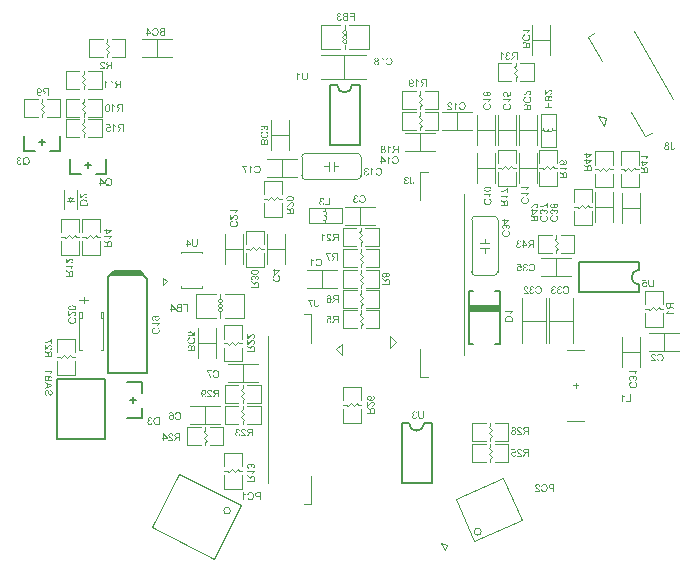
<source format=gbo>
%FSLAX44Y44*%
%MOMM*%
G71*
G01*
G75*
G04 Layer_Color=32896*
%ADD10R,1.3500X0.3000*%
%ADD11R,1.3500X0.2500*%
%ADD12R,0.5000X1.7000*%
G04:AMPARAMS|DCode=13|XSize=0.32mm|YSize=1.7mm|CornerRadius=0.08mm|HoleSize=0mm|Usage=FLASHONLY|Rotation=0.000|XOffset=0mm|YOffset=0mm|HoleType=Round|Shape=RoundedRectangle|*
%AMROUNDEDRECTD13*
21,1,0.3200,1.5400,0,0,0.0*
21,1,0.1600,1.7000,0,0,0.0*
1,1,0.1600,0.0800,-0.7700*
1,1,0.1600,-0.0800,-0.7700*
1,1,0.1600,-0.0800,0.7700*
1,1,0.1600,0.0800,0.7700*
%
%ADD13ROUNDEDRECTD13*%
G04:AMPARAMS|DCode=14|XSize=1.5mm|YSize=0.8mm|CornerRadius=0mm|HoleSize=0mm|Usage=FLASHONLY|Rotation=330.000|XOffset=0mm|YOffset=0mm|HoleType=Round|Shape=Rectangle|*
%AMROTATEDRECTD14*
4,1,4,-0.8495,0.0286,-0.4495,0.7214,0.8495,-0.0286,0.4495,-0.7214,-0.8495,0.0286,0.0*
%
%ADD14ROTATEDRECTD14*%

G04:AMPARAMS|DCode=15|XSize=1.5mm|YSize=1mm|CornerRadius=0mm|HoleSize=0mm|Usage=FLASHONLY|Rotation=240.000|XOffset=0mm|YOffset=0mm|HoleType=Round|Shape=Rectangle|*
%AMROTATEDRECTD15*
4,1,4,-0.0580,0.8995,0.8080,0.3995,0.0580,-0.8995,-0.8080,-0.3995,-0.0580,0.8995,0.0*
%
%ADD15ROTATEDRECTD15*%

G04:AMPARAMS|DCode=16|XSize=3mm|YSize=2.1mm|CornerRadius=0mm|HoleSize=0mm|Usage=FLASHONLY|Rotation=203.500|XOffset=0mm|YOffset=0mm|HoleType=Round|Shape=Rectangle|*
%AMROTATEDRECTD16*
4,1,4,0.9569,1.5610,1.7943,-0.3648,-0.9569,-1.5610,-1.7943,0.3648,0.9569,1.5610,0.0*
%
%ADD16ROTATEDRECTD16*%

G04:AMPARAMS|DCode=17|XSize=2.1mm|YSize=0.8mm|CornerRadius=0mm|HoleSize=0mm|Usage=FLASHONLY|Rotation=203.500|XOffset=0mm|YOffset=0mm|HoleType=Round|Shape=Rectangle|*
%AMROTATEDRECTD17*
4,1,4,0.8034,0.7855,1.1224,0.0519,-0.8034,-0.7855,-1.1224,-0.0519,0.8034,0.7855,0.0*
%
%ADD17ROTATEDRECTD17*%

G04:AMPARAMS|DCode=18|XSize=1.2954mm|YSize=1.1938mm|CornerRadius=0mm|HoleSize=0mm|Usage=FLASHONLY|Rotation=344.000|XOffset=0mm|YOffset=0mm|HoleType=Round|Shape=Rectangle|*
%AMROTATEDRECTD18*
4,1,4,-0.7871,-0.3952,-0.4581,0.7523,0.7871,0.3952,0.4581,-0.7523,-0.7871,-0.3952,0.0*
%
%ADD18ROTATEDRECTD18*%

G04:AMPARAMS|DCode=19|XSize=1.2954mm|YSize=1.1938mm|CornerRadius=0mm|HoleSize=0mm|Usage=FLASHONLY|Rotation=325.000|XOffset=0mm|YOffset=0mm|HoleType=Round|Shape=Rectangle|*
%AMROTATEDRECTD19*
4,1,4,-0.8729,-0.1175,-0.1882,0.8605,0.8729,0.1175,0.1882,-0.8605,-0.8729,-0.1175,0.0*
%
%ADD19ROTATEDRECTD19*%

%ADD20C,0.6000*%
%ADD21C,0.2540*%
%ADD22C,1.0000*%
%ADD23C,0.4000*%
%ADD24C,0.3000*%
G04:AMPARAMS|DCode=25|XSize=4mm|YSize=4mm|CornerRadius=2mm|HoleSize=0mm|Usage=FLASHONLY|Rotation=0.000|XOffset=0mm|YOffset=0mm|HoleType=Round|Shape=RoundedRectangle|*
%AMROUNDEDRECTD25*
21,1,4.0000,0.0000,0,0,0.0*
21,1,0.0000,4.0000,0,0,0.0*
1,1,4.0000,0.0000,0.0000*
1,1,4.0000,0.0000,0.0000*
1,1,4.0000,0.0000,0.0000*
1,1,4.0000,0.0000,0.0000*
%
%ADD25ROUNDEDRECTD25*%
%ADD26C,0.0254*%
%ADD27C,0.4500*%
G04:AMPARAMS|DCode=28|XSize=3mm|YSize=2.1mm|CornerRadius=0mm|HoleSize=0mm|Usage=FLASHONLY|Rotation=210.000|XOffset=0mm|YOffset=0mm|HoleType=Round|Shape=Rectangle|*
%AMROTATEDRECTD28*
4,1,4,0.7740,1.6593,1.8240,-0.1593,-0.7740,-1.6593,-1.8240,0.1593,0.7740,1.6593,0.0*
%
%ADD28ROTATEDRECTD28*%

G04:AMPARAMS|DCode=29|XSize=2.1mm|YSize=0.8mm|CornerRadius=0mm|HoleSize=0mm|Usage=FLASHONLY|Rotation=210.000|XOffset=0mm|YOffset=0mm|HoleType=Round|Shape=Rectangle|*
%AMROTATEDRECTD29*
4,1,4,0.7093,0.8714,1.1093,0.1786,-0.7093,-0.8714,-1.1093,-0.1786,0.7093,0.8714,0.0*
%
%ADD29ROTATEDRECTD29*%

%ADD30R,0.8890X1.0160*%
%ADD31R,2.1000X0.8000*%
%ADD32R,3.0000X2.1000*%
%ADD33R,1.0160X0.8890*%
%ADD34R,1.3970X1.3970*%
%ADD35R,0.8128X0.8128*%
%ADD36R,1.3970X1.3970*%
%ADD37R,1.2700X0.5080*%
%ADD38R,0.8128X0.8128*%
%ADD39R,2.0320X0.6096*%
%ADD40O,2.0320X0.6096*%
%ADD41R,2.0000X2.0000*%
%ADD42R,0.6096X2.0320*%
%ADD43O,0.6096X2.0320*%
%ADD44R,2.5000X2.2000*%
%ADD45R,1.2954X1.6002*%
%ADD46R,1.2000X1.6000*%
%ADD47R,1.6000X1.2000*%
%ADD48R,2.1500X6.3000*%
G04:AMPARAMS|DCode=49|XSize=1.6mm|YSize=1mm|CornerRadius=0mm|HoleSize=0mm|Usage=FLASHONLY|Rotation=24.000|XOffset=0mm|YOffset=0mm|HoleType=Round|Shape=Rectangle|*
%AMROTATEDRECTD49*
4,1,4,-0.5275,-0.7822,-0.9342,0.1314,0.5275,0.7822,0.9342,-0.1314,-0.5275,-0.7822,0.0*
%
%ADD49ROTATEDRECTD49*%

G04:AMPARAMS|DCode=50|XSize=1.8mm|YSize=1.2mm|CornerRadius=0mm|HoleSize=0mm|Usage=FLASHONLY|Rotation=153.000|XOffset=0mm|YOffset=0mm|HoleType=Round|Shape=Rectangle|*
%AMROTATEDRECTD50*
4,1,4,1.0743,0.1260,0.5295,-0.9432,-1.0743,-0.1260,-0.5295,0.9432,1.0743,0.1260,0.0*
%
%ADD50ROTATEDRECTD50*%

%ADD51R,0.8128X1.0668*%
%ADD52R,0.7000X0.6000*%
%ADD53R,3.5000X1.0000*%
%ADD54R,1.0668X0.8128*%
%ADD55C,0.8000*%
%ADD56C,0.5000*%
%ADD57C,0.1200*%
%ADD58C,0.1000*%
%ADD59C,0.1501*%
%ADD60C,0.1500*%
%ADD61C,0.1250*%
%ADD62R,1.5532X0.5032*%
%ADD63R,1.5532X0.4532*%
%ADD64R,0.7032X1.9032*%
G04:AMPARAMS|DCode=65|XSize=0.5232mm|YSize=1.9032mm|CornerRadius=0.1816mm|HoleSize=0mm|Usage=FLASHONLY|Rotation=0.000|XOffset=0mm|YOffset=0mm|HoleType=Round|Shape=RoundedRectangle|*
%AMROUNDEDRECTD65*
21,1,0.5232,1.5400,0,0,0.0*
21,1,0.1600,1.9032,0,0,0.0*
1,1,0.3632,0.0800,-0.7700*
1,1,0.3632,-0.0800,-0.7700*
1,1,0.3632,-0.0800,0.7700*
1,1,0.3632,0.0800,0.7700*
%
%ADD65ROUNDEDRECTD65*%
G04:AMPARAMS|DCode=66|XSize=1.7032mm|YSize=1.0032mm|CornerRadius=0mm|HoleSize=0mm|Usage=FLASHONLY|Rotation=330.000|XOffset=0mm|YOffset=0mm|HoleType=Round|Shape=Rectangle|*
%AMROTATEDRECTD66*
4,1,4,-0.9883,-0.0086,-0.4867,0.8602,0.9883,0.0086,0.4867,-0.8602,-0.9883,-0.0086,0.0*
%
%ADD66ROTATEDRECTD66*%

G04:AMPARAMS|DCode=67|XSize=1.7032mm|YSize=1.2032mm|CornerRadius=0mm|HoleSize=0mm|Usage=FLASHONLY|Rotation=240.000|XOffset=0mm|YOffset=0mm|HoleType=Round|Shape=Rectangle|*
%AMROTATEDRECTD67*
4,1,4,-0.0952,1.0383,0.9468,0.4367,0.0952,-1.0383,-0.9468,-0.4367,-0.0952,1.0383,0.0*
%
%ADD67ROTATEDRECTD67*%

G04:AMPARAMS|DCode=68|XSize=3.2032mm|YSize=2.3032mm|CornerRadius=0mm|HoleSize=0mm|Usage=FLASHONLY|Rotation=203.500|XOffset=0mm|YOffset=0mm|HoleType=Round|Shape=Rectangle|*
%AMROTATEDRECTD68*
4,1,4,1.0096,1.6947,1.9280,-0.4174,-1.0096,-1.6947,-1.9280,0.4174,1.0096,1.6947,0.0*
%
%ADD68ROTATEDRECTD68*%

G04:AMPARAMS|DCode=69|XSize=2.3032mm|YSize=1.0032mm|CornerRadius=0mm|HoleSize=0mm|Usage=FLASHONLY|Rotation=203.500|XOffset=0mm|YOffset=0mm|HoleType=Round|Shape=Rectangle|*
%AMROTATEDRECTD69*
4,1,4,0.8561,0.9192,1.2561,-0.0008,-0.8561,-0.9192,-1.2561,0.0008,0.8561,0.9192,0.0*
%
%ADD69ROTATEDRECTD69*%

G04:AMPARAMS|DCode=70|XSize=1.4986mm|YSize=1.397mm|CornerRadius=0mm|HoleSize=0mm|Usage=FLASHONLY|Rotation=344.000|XOffset=0mm|YOffset=0mm|HoleType=Round|Shape=Rectangle|*
%AMROTATEDRECTD70*
4,1,4,-0.9128,-0.4649,-0.5277,0.8780,0.9128,0.4649,0.5277,-0.8780,-0.9128,-0.4649,0.0*
%
%ADD70ROTATEDRECTD70*%

G04:AMPARAMS|DCode=71|XSize=1.4986mm|YSize=1.397mm|CornerRadius=0mm|HoleSize=0mm|Usage=FLASHONLY|Rotation=325.000|XOffset=0mm|YOffset=0mm|HoleType=Round|Shape=Rectangle|*
%AMROTATEDRECTD71*
4,1,4,-1.0144,-0.1424,-0.2132,1.0020,1.0144,0.1424,0.2132,-1.0020,-1.0144,-0.1424,0.0*
%
%ADD71ROTATEDRECTD71*%

G04:AMPARAMS|DCode=72|XSize=4.2032mm|YSize=4.2032mm|CornerRadius=2.1016mm|HoleSize=0mm|Usage=FLASHONLY|Rotation=0.000|XOffset=0mm|YOffset=0mm|HoleType=Round|Shape=RoundedRectangle|*
%AMROUNDEDRECTD72*
21,1,4.2032,0.0000,0,0,0.0*
21,1,0.0000,4.2032,0,0,0.0*
1,1,4.2032,0.0000,0.0000*
1,1,4.2032,0.0000,0.0000*
1,1,4.2032,0.0000,0.0000*
1,1,4.2032,0.0000,0.0000*
%
%ADD72ROUNDEDRECTD72*%
%ADD73C,0.2286*%
G04:AMPARAMS|DCode=74|XSize=3.2032mm|YSize=2.3032mm|CornerRadius=0mm|HoleSize=0mm|Usage=FLASHONLY|Rotation=210.000|XOffset=0mm|YOffset=0mm|HoleType=Round|Shape=Rectangle|*
%AMROTATEDRECTD74*
4,1,4,0.8112,1.7981,1.9628,-0.1965,-0.8112,-1.7981,-1.9628,0.1965,0.8112,1.7981,0.0*
%
%ADD74ROTATEDRECTD74*%

G04:AMPARAMS|DCode=75|XSize=2.3032mm|YSize=1.0032mm|CornerRadius=0mm|HoleSize=0mm|Usage=FLASHONLY|Rotation=210.000|XOffset=0mm|YOffset=0mm|HoleType=Round|Shape=Rectangle|*
%AMROTATEDRECTD75*
4,1,4,0.7465,1.0102,1.2481,0.1414,-0.7465,-1.0102,-1.2481,-0.1414,0.7465,1.0102,0.0*
%
%ADD75ROTATEDRECTD75*%

%ADD76R,1.0922X1.2192*%
%ADD77R,2.3032X1.0032*%
%ADD78R,3.2032X2.3032*%
%ADD79R,1.2192X1.0922*%
%ADD80R,1.6002X1.6002*%
%ADD81R,1.0160X1.0160*%
%ADD82R,1.6002X1.6002*%
%ADD83R,1.4732X0.7112*%
%ADD84R,1.0160X1.0160*%
%ADD85R,2.2352X0.8128*%
%ADD86O,2.2352X0.8128*%
%ADD87R,2.2032X2.2032*%
%ADD88R,0.8128X2.2352*%
%ADD89O,0.8128X2.2352*%
%ADD90R,2.7032X2.4032*%
%ADD91R,1.4986X1.8034*%
%ADD92R,1.4032X1.8032*%
%ADD93R,1.8032X1.4032*%
%ADD94R,2.3532X6.5032*%
G04:AMPARAMS|DCode=95|XSize=1.8032mm|YSize=1.2032mm|CornerRadius=0mm|HoleSize=0mm|Usage=FLASHONLY|Rotation=24.000|XOffset=0mm|YOffset=0mm|HoleType=Round|Shape=Rectangle|*
%AMROTATEDRECTD95*
4,1,4,-0.5790,-0.9163,-1.0683,0.1829,0.5790,0.9163,1.0683,-0.1829,-0.5790,-0.9163,0.0*
%
%ADD95ROTATEDRECTD95*%

G04:AMPARAMS|DCode=96|XSize=2.0032mm|YSize=1.4032mm|CornerRadius=0mm|HoleSize=0mm|Usage=FLASHONLY|Rotation=153.000|XOffset=0mm|YOffset=0mm|HoleType=Round|Shape=Rectangle|*
%AMROTATEDRECTD96*
4,1,4,1.2109,0.1704,0.5739,-1.0798,-1.2109,-0.1704,-0.5739,1.0798,1.2109,0.1704,0.0*
%
%ADD96ROTATEDRECTD96*%

%ADD97R,1.0160X1.2700*%
%ADD98R,0.9032X0.8032*%
%ADD99R,3.7032X1.2032*%
%ADD100R,1.2700X1.0160*%
%ADD101C,0.1999*%
%ADD102C,0.1524*%
%ADD103C,0.2032*%
%ADD104C,0.2000*%
G36*
X41910Y64479D02*
X41059D01*
Y67317D01*
X39968D01*
X39867Y67308D01*
X39793D01*
X39728Y67299D01*
X39682Y67289D01*
X39645D01*
X39626Y67280D01*
X39617D01*
X39469Y67234D01*
X39404Y67206D01*
X39349Y67179D01*
X39293Y67151D01*
X39256Y67132D01*
X39238Y67123D01*
X39229Y67114D01*
X39155Y67058D01*
X39081Y66993D01*
X38942Y66855D01*
X38877Y66790D01*
X38831Y66735D01*
X38804Y66698D01*
X38794Y66688D01*
X38702Y66559D01*
X38600Y66420D01*
X38498Y66272D01*
X38397Y66134D01*
X38314Y66004D01*
X38249Y65903D01*
X38221Y65866D01*
X38203Y65838D01*
X38184Y65819D01*
Y65810D01*
X37343Y64479D01*
X36289D01*
X37389Y66217D01*
X37518Y66402D01*
X37638Y66568D01*
X37759Y66707D01*
X37860Y66836D01*
X37953Y66929D01*
X38027Y67003D01*
X38073Y67049D01*
X38092Y67067D01*
X38166Y67123D01*
X38249Y67188D01*
X38415Y67289D01*
X38489Y67326D01*
X38545Y67363D01*
X38582Y67382D01*
X38600Y67391D01*
X38434Y67419D01*
X38277Y67447D01*
X38138Y67493D01*
X37999Y67530D01*
X37879Y67576D01*
X37768Y67632D01*
X37666Y67678D01*
X37574Y67724D01*
X37500Y67779D01*
X37426Y67826D01*
X37370Y67863D01*
X37324Y67900D01*
X37287Y67927D01*
X37260Y67955D01*
X37250Y67964D01*
X37241Y67974D01*
X37167Y68066D01*
X37093Y68158D01*
X36982Y68353D01*
X36908Y68547D01*
X36853Y68732D01*
X36816Y68889D01*
X36806Y68954D01*
Y69018D01*
X36797Y69065D01*
Y69102D01*
Y69120D01*
Y69129D01*
X36806Y69323D01*
X36834Y69499D01*
X36880Y69665D01*
X36927Y69804D01*
X36982Y69924D01*
X37019Y70017D01*
X37056Y70072D01*
X37065Y70082D01*
Y70091D01*
X37176Y70239D01*
X37287Y70368D01*
X37407Y70479D01*
X37518Y70562D01*
X37620Y70627D01*
X37703Y70664D01*
X37759Y70692D01*
X37768Y70701D01*
X37777D01*
X37860Y70729D01*
X37962Y70757D01*
X38166Y70803D01*
X38387Y70830D01*
X38591Y70858D01*
X38785Y70867D01*
X38868D01*
X38942Y70877D01*
X41910D01*
Y64479D01*
D02*
G37*
G36*
X28883Y70895D02*
X29031Y70886D01*
X29290Y70830D01*
X29410Y70793D01*
X29521Y70757D01*
X29623Y70710D01*
X29715Y70664D01*
X29789Y70618D01*
X29863Y70572D01*
X29928Y70535D01*
X29974Y70498D01*
X30011Y70470D01*
X30039Y70442D01*
X30057Y70433D01*
X30066Y70424D01*
X30150Y70331D01*
X30233Y70239D01*
X30298Y70137D01*
X30353Y70035D01*
X30445Y69841D01*
X30501Y69656D01*
X30538Y69499D01*
X30547Y69425D01*
X30556Y69370D01*
X30566Y69314D01*
Y69277D01*
Y69259D01*
Y69250D01*
X30556Y69083D01*
X30529Y68926D01*
X30492Y68787D01*
X30445Y68667D01*
X30408Y68575D01*
X30371Y68501D01*
X30344Y68464D01*
X30334Y68445D01*
X30233Y68334D01*
X30122Y68232D01*
X30002Y68140D01*
X29881Y68066D01*
X29771Y68011D01*
X29687Y67974D01*
X29650Y67955D01*
X29623Y67946D01*
X29613Y67937D01*
X29604D01*
X29817Y67872D01*
X29992Y67789D01*
X30150Y67687D01*
X30279Y67594D01*
X30381Y67502D01*
X30455Y67428D01*
X30492Y67382D01*
X30510Y67373D01*
Y67363D01*
X30612Y67197D01*
X30695Y67021D01*
X30751Y66855D01*
X30787Y66688D01*
X30806Y66540D01*
X30815Y66476D01*
Y66420D01*
X30824Y66383D01*
Y66346D01*
Y66328D01*
Y66319D01*
X30815Y66171D01*
X30797Y66023D01*
X30769Y65884D01*
X30732Y65745D01*
X30640Y65514D01*
X30593Y65403D01*
X30538Y65311D01*
X30482Y65218D01*
X30436Y65144D01*
X30381Y65080D01*
X30344Y65024D01*
X30307Y64978D01*
X30279Y64950D01*
X30261Y64932D01*
X30251Y64922D01*
X30140Y64821D01*
X30020Y64738D01*
X29891Y64664D01*
X29761Y64599D01*
X29641Y64553D01*
X29512Y64507D01*
X29262Y64442D01*
X29151Y64414D01*
X29049Y64395D01*
X28957Y64386D01*
X28874Y64377D01*
X28809Y64368D01*
X28716D01*
X28541Y64377D01*
X28384Y64395D01*
X28226Y64423D01*
X28079Y64451D01*
X27949Y64497D01*
X27820Y64543D01*
X27699Y64590D01*
X27598Y64645D01*
X27505Y64701D01*
X27422Y64747D01*
X27357Y64793D01*
X27293Y64839D01*
X27246Y64867D01*
X27219Y64895D01*
X27200Y64913D01*
X27191Y64922D01*
X27089Y65033D01*
X26997Y65144D01*
X26923Y65255D01*
X26858Y65376D01*
X26793Y65486D01*
X26747Y65607D01*
X26683Y65819D01*
X26655Y65921D01*
X26636Y66013D01*
X26627Y66097D01*
X26618Y66161D01*
X26609Y66217D01*
Y66263D01*
Y66291D01*
Y66300D01*
X26618Y66513D01*
X26655Y66707D01*
X26710Y66883D01*
X26766Y67031D01*
X26821Y67151D01*
X26877Y67243D01*
X26914Y67299D01*
X26923Y67308D01*
Y67317D01*
X27052Y67465D01*
X27191Y67594D01*
X27339Y67696D01*
X27478Y67789D01*
X27607Y67853D01*
X27718Y67900D01*
X27755Y67918D01*
X27783Y67927D01*
X27801Y67937D01*
X27810D01*
X27644Y68011D01*
X27505Y68094D01*
X27385Y68177D01*
X27283Y68260D01*
X27209Y68334D01*
X27154Y68390D01*
X27117Y68427D01*
X27108Y68445D01*
X27025Y68575D01*
X26969Y68704D01*
X26923Y68833D01*
X26895Y68963D01*
X26877Y69065D01*
X26867Y69148D01*
Y69203D01*
Y69212D01*
Y69222D01*
X26877Y69351D01*
X26886Y69471D01*
X26951Y69703D01*
X27034Y69906D01*
X27126Y70082D01*
X27219Y70220D01*
X27265Y70276D01*
X27302Y70331D01*
X27339Y70368D01*
X27367Y70396D01*
X27376Y70405D01*
X27385Y70414D01*
X27487Y70498D01*
X27589Y70581D01*
X27699Y70646D01*
X27810Y70701D01*
X28032Y70784D01*
X28254Y70840D01*
X28347Y70867D01*
X28439Y70877D01*
X28522Y70886D01*
X28596Y70895D01*
X28652Y70904D01*
X28735D01*
X28883Y70895D01*
D02*
G37*
G36*
X-51319Y17221D02*
X-51135Y17092D01*
X-50968Y16971D01*
X-50829Y16851D01*
X-50700Y16750D01*
X-50608Y16657D01*
X-50533Y16583D01*
X-50487Y16537D01*
X-50469Y16518D01*
X-50413Y16444D01*
X-50349Y16361D01*
X-50247Y16195D01*
X-50210Y16121D01*
X-50173Y16065D01*
X-50154Y16028D01*
X-50145Y16010D01*
X-50118Y16176D01*
X-50090Y16334D01*
X-50044Y16472D01*
X-50006Y16611D01*
X-49960Y16731D01*
X-49905Y16842D01*
X-49859Y16944D01*
X-49812Y17036D01*
X-49757Y17110D01*
X-49711Y17184D01*
X-49674Y17240D01*
X-49637Y17286D01*
X-49609Y17323D01*
X-49581Y17350D01*
X-49572Y17360D01*
X-49563Y17369D01*
X-49470Y17443D01*
X-49378Y17517D01*
X-49184Y17628D01*
X-48990Y17702D01*
X-48805Y17757D01*
X-48647Y17794D01*
X-48583Y17804D01*
X-48518D01*
X-48472Y17813D01*
X-48407D01*
X-48213Y17804D01*
X-48037Y17776D01*
X-47871Y17730D01*
X-47732Y17683D01*
X-47612Y17628D01*
X-47519Y17591D01*
X-47464Y17554D01*
X-47455Y17545D01*
X-47446D01*
X-47298Y17434D01*
X-47168Y17323D01*
X-47057Y17203D01*
X-46974Y17092D01*
X-46909Y16990D01*
X-46872Y16907D01*
X-46845Y16851D01*
X-46835Y16842D01*
Y16833D01*
X-46807Y16750D01*
X-46780Y16648D01*
X-46734Y16444D01*
X-46706Y16223D01*
X-46678Y16019D01*
X-46669Y15825D01*
Y15742D01*
X-46660Y15668D01*
Y15612D01*
Y15566D01*
Y15538D01*
Y15529D01*
Y12700D01*
X-53058D01*
Y13551D01*
X-50219D01*
Y14531D01*
Y14642D01*
X-50228Y14743D01*
Y14817D01*
X-50238Y14882D01*
X-50247Y14928D01*
Y14965D01*
X-50256Y14984D01*
Y14993D01*
X-50302Y15141D01*
X-50330Y15206D01*
X-50358Y15261D01*
X-50386Y15316D01*
X-50404Y15353D01*
X-50413Y15372D01*
X-50423Y15381D01*
X-50478Y15455D01*
X-50543Y15529D01*
X-50681Y15668D01*
X-50746Y15733D01*
X-50802Y15779D01*
X-50839Y15806D01*
X-50848Y15816D01*
X-50977Y15908D01*
X-51116Y16010D01*
X-51264Y16112D01*
X-51403Y16213D01*
X-51532Y16296D01*
X-51634Y16361D01*
X-51671Y16389D01*
X-51698Y16408D01*
X-51717Y16426D01*
X-51726D01*
X-53058Y17267D01*
Y18321D01*
X-51319Y17221D01*
D02*
G37*
G36*
X33432Y70747D02*
X33533Y70599D01*
X33654Y70451D01*
X33765Y70322D01*
X33876Y70211D01*
X33959Y70119D01*
X33996Y70091D01*
X34023Y70063D01*
X34033Y70054D01*
X34042Y70045D01*
X34236Y69887D01*
X34430Y69739D01*
X34615Y69610D01*
X34800Y69508D01*
X34957Y69416D01*
X35022Y69379D01*
X35078Y69351D01*
X35124Y69323D01*
X35161Y69314D01*
X35179Y69296D01*
X35188D01*
Y68538D01*
X35050Y68593D01*
X34911Y68658D01*
X34772Y68723D01*
X34643Y68787D01*
X34532Y68843D01*
X34440Y68889D01*
X34384Y68926D01*
X34375Y68935D01*
X34366D01*
X34199Y69037D01*
X34051Y69138D01*
X33922Y69231D01*
X33820Y69314D01*
X33728Y69379D01*
X33672Y69434D01*
X33626Y69471D01*
X33617Y69481D01*
Y64479D01*
X32831D01*
Y70904D01*
X33339D01*
X33432Y70747D01*
D02*
G37*
G36*
X179841Y47701D02*
X180026Y47572D01*
X180192Y47452D01*
X180331Y47331D01*
X180460Y47230D01*
X180553Y47137D01*
X180627Y47063D01*
X180673Y47017D01*
X180692Y46998D01*
X180747Y46925D01*
X180812Y46841D01*
X180914Y46675D01*
X180951Y46601D01*
X180987Y46545D01*
X181006Y46508D01*
X181015Y46490D01*
X181043Y46656D01*
X181071Y46814D01*
X181117Y46952D01*
X181154Y47091D01*
X181200Y47211D01*
X181256Y47322D01*
X181302Y47424D01*
X181348Y47516D01*
X181404Y47590D01*
X181450Y47664D01*
X181487Y47720D01*
X181524Y47766D01*
X181551Y47803D01*
X181579Y47831D01*
X181588Y47840D01*
X181598Y47849D01*
X181690Y47923D01*
X181783Y47997D01*
X181977Y48108D01*
X182171Y48182D01*
X182356Y48237D01*
X182513Y48274D01*
X182578Y48284D01*
X182642D01*
X182689Y48293D01*
X182753D01*
X182948Y48284D01*
X183123Y48256D01*
X183290Y48210D01*
X183428Y48163D01*
X183549Y48108D01*
X183641Y48071D01*
X183696Y48034D01*
X183706Y48025D01*
X183715D01*
X183863Y47914D01*
X183992Y47803D01*
X184103Y47683D01*
X184186Y47572D01*
X184251Y47470D01*
X184288Y47387D01*
X184316Y47331D01*
X184325Y47322D01*
Y47313D01*
X184353Y47230D01*
X184381Y47128D01*
X184427Y46925D01*
X184455Y46703D01*
X184482Y46499D01*
X184492Y46305D01*
Y46222D01*
X184501Y46148D01*
Y46092D01*
Y46046D01*
Y46018D01*
Y46009D01*
Y43180D01*
X178103D01*
Y44031D01*
X180941D01*
Y45011D01*
Y45122D01*
X180932Y45223D01*
Y45297D01*
X180923Y45362D01*
X180914Y45408D01*
Y45445D01*
X180904Y45464D01*
Y45473D01*
X180858Y45621D01*
X180830Y45686D01*
X180803Y45741D01*
X180775Y45796D01*
X180756Y45834D01*
X180747Y45852D01*
X180738Y45861D01*
X180682Y45935D01*
X180618Y46009D01*
X180479Y46148D01*
X180414Y46213D01*
X180359Y46259D01*
X180322Y46287D01*
X180312Y46296D01*
X180183Y46388D01*
X180044Y46490D01*
X179897Y46592D01*
X179758Y46693D01*
X179628Y46776D01*
X179527Y46841D01*
X179490Y46869D01*
X179462Y46887D01*
X179443Y46906D01*
X179434D01*
X178103Y47747D01*
Y48801D01*
X179841Y47701D01*
D02*
G37*
G36*
X-208627Y142052D02*
X-208470Y142043D01*
X-208322Y142015D01*
X-208183Y141988D01*
X-208054Y141951D01*
X-207934Y141914D01*
X-207823Y141868D01*
X-207721Y141821D01*
X-207629Y141775D01*
X-207555Y141729D01*
X-207490Y141692D01*
X-207435Y141655D01*
X-207388Y141627D01*
X-207361Y141599D01*
X-207342Y141590D01*
X-207333Y141581D01*
X-207240Y141488D01*
X-207157Y141387D01*
X-207074Y141276D01*
X-207009Y141165D01*
X-206898Y140943D01*
X-206824Y140721D01*
X-206797Y140619D01*
X-206769Y140518D01*
X-206750Y140434D01*
X-206732Y140360D01*
X-206723Y140296D01*
Y140250D01*
X-206713Y140222D01*
Y140212D01*
X-207518Y140129D01*
X-207536Y140342D01*
X-207573Y140527D01*
X-207629Y140693D01*
X-207694Y140823D01*
X-207749Y140934D01*
X-207804Y141008D01*
X-207841Y141054D01*
X-207860Y141072D01*
X-207999Y141183D01*
X-208146Y141266D01*
X-208304Y141331D01*
X-208442Y141368D01*
X-208572Y141396D01*
X-208683Y141405D01*
X-208720Y141414D01*
X-208775D01*
X-208969Y141405D01*
X-209145Y141368D01*
X-209293Y141313D01*
X-209422Y141257D01*
X-209524Y141193D01*
X-209589Y141146D01*
X-209635Y141109D01*
X-209653Y141091D01*
X-209764Y140961D01*
X-209848Y140832D01*
X-209912Y140702D01*
X-209949Y140573D01*
X-209977Y140471D01*
X-209986Y140379D01*
X-209996Y140323D01*
Y140314D01*
Y140305D01*
X-209977Y140139D01*
X-209940Y139963D01*
X-209875Y139806D01*
X-209811Y139658D01*
X-209737Y139538D01*
X-209672Y139436D01*
X-209653Y139399D01*
X-209635Y139371D01*
X-209617Y139362D01*
Y139353D01*
X-209543Y139251D01*
X-209450Y139149D01*
X-209348Y139038D01*
X-209237Y138927D01*
X-209006Y138706D01*
X-208775Y138484D01*
X-208655Y138382D01*
X-208553Y138289D01*
X-208452Y138206D01*
X-208368Y138132D01*
X-208304Y138077D01*
X-208248Y138031D01*
X-208211Y138003D01*
X-208202Y137994D01*
X-207971Y137799D01*
X-207758Y137614D01*
X-207582Y137448D01*
X-207444Y137309D01*
X-207324Y137189D01*
X-207240Y137106D01*
X-207194Y137051D01*
X-207176Y137041D01*
Y137032D01*
X-207046Y136875D01*
X-206945Y136727D01*
X-206852Y136579D01*
X-206778Y136450D01*
X-206723Y136339D01*
X-206686Y136255D01*
X-206667Y136200D01*
X-206658Y136191D01*
Y136181D01*
X-206621Y136080D01*
X-206602Y135987D01*
X-206584Y135895D01*
X-206575Y135812D01*
X-206565Y135738D01*
Y135682D01*
Y135645D01*
Y135636D01*
X-210809D01*
Y136394D01*
X-207656D01*
X-207767Y136551D01*
X-207823Y136616D01*
X-207869Y136681D01*
X-207915Y136736D01*
X-207952Y136773D01*
X-207980Y136801D01*
X-207989Y136810D01*
X-208036Y136856D01*
X-208091Y136903D01*
X-208221Y137023D01*
X-208368Y137162D01*
X-208526Y137300D01*
X-208673Y137420D01*
X-208738Y137476D01*
X-208794Y137531D01*
X-208840Y137568D01*
X-208877Y137596D01*
X-208895Y137614D01*
X-208905Y137624D01*
X-209053Y137753D01*
X-209200Y137873D01*
X-209330Y137994D01*
X-209450Y138095D01*
X-209561Y138197D01*
X-209653Y138289D01*
X-209746Y138373D01*
X-209820Y138447D01*
X-209894Y138521D01*
X-209949Y138576D01*
X-209996Y138622D01*
X-210042Y138668D01*
X-210088Y138724D01*
X-210107Y138743D01*
X-210236Y138900D01*
X-210347Y139038D01*
X-210439Y139177D01*
X-210513Y139288D01*
X-210569Y139390D01*
X-210606Y139464D01*
X-210624Y139510D01*
X-210634Y139528D01*
X-210689Y139667D01*
X-210726Y139806D01*
X-210763Y139935D01*
X-210781Y140046D01*
X-210791Y140148D01*
X-210800Y140222D01*
Y140268D01*
Y140287D01*
X-210791Y140425D01*
X-210772Y140555D01*
X-210754Y140684D01*
X-210717Y140795D01*
X-210624Y141017D01*
X-210532Y141193D01*
X-210476Y141276D01*
X-210430Y141341D01*
X-210384Y141405D01*
X-210338Y141451D01*
X-210301Y141488D01*
X-210282Y141525D01*
X-210264Y141535D01*
X-210254Y141544D01*
X-210153Y141636D01*
X-210042Y141720D01*
X-209922Y141784D01*
X-209802Y141840D01*
X-209561Y141932D01*
X-209321Y141997D01*
X-209219Y142015D01*
X-209117Y142034D01*
X-209025Y142043D01*
X-208951Y142052D01*
X-208886Y142062D01*
X-208794D01*
X-208627Y142052D01*
D02*
G37*
G36*
X180340Y58463D02*
X180497Y58444D01*
X180655Y58417D01*
X180793Y58389D01*
X180923Y58343D01*
X181052Y58297D01*
X181163Y58250D01*
X181265Y58195D01*
X181357Y58139D01*
X181441Y58093D01*
X181505Y58047D01*
X181570Y58001D01*
X181616Y57973D01*
X181644Y57945D01*
X181662Y57927D01*
X181672Y57917D01*
X181773Y57816D01*
X181866Y57705D01*
X181940Y57585D01*
X182005Y57474D01*
X182069Y57363D01*
X182115Y57252D01*
X182180Y57039D01*
X182208Y56947D01*
X182226Y56854D01*
X182236Y56780D01*
X182245Y56706D01*
X182254Y56651D01*
Y56614D01*
Y56586D01*
Y56577D01*
X182245Y56410D01*
X182217Y56253D01*
X182189Y56105D01*
X182152Y55976D01*
X182106Y55865D01*
X182078Y55782D01*
X182051Y55726D01*
X182041Y55717D01*
Y55708D01*
X181949Y55560D01*
X181847Y55430D01*
X181746Y55310D01*
X181635Y55218D01*
X181542Y55135D01*
X181468Y55070D01*
X181413Y55033D01*
X181404Y55024D01*
X181570D01*
X181736Y55033D01*
X181884Y55042D01*
X182032Y55061D01*
X182162Y55070D01*
X182282Y55088D01*
X182393Y55107D01*
X182495Y55135D01*
X182587Y55153D01*
X182661Y55171D01*
X182726Y55190D01*
X182781Y55199D01*
X182818Y55218D01*
X182846Y55227D01*
X182864Y55236D01*
X182874D01*
X183058Y55329D01*
X183225Y55421D01*
X183354Y55523D01*
X183465Y55615D01*
X183558Y55698D01*
X183622Y55763D01*
X183659Y55809D01*
X183669Y55828D01*
X183743Y55939D01*
X183789Y56050D01*
X183826Y56161D01*
X183854Y56272D01*
X183872Y56355D01*
X183881Y56429D01*
Y56475D01*
Y56494D01*
X183863Y56660D01*
X183826Y56817D01*
X183770Y56947D01*
X183715Y57067D01*
X183650Y57159D01*
X183595Y57224D01*
X183558Y57261D01*
X183539Y57280D01*
X183456Y57344D01*
X183354Y57409D01*
X183243Y57464D01*
X183132Y57501D01*
X183031Y57538D01*
X182948Y57566D01*
X182892Y57575D01*
X182883Y57585D01*
X182874D01*
X182938Y58370D01*
X183197Y58315D01*
X183428Y58232D01*
X183632Y58139D01*
X183798Y58038D01*
X183928Y57936D01*
X183983Y57899D01*
X184029Y57853D01*
X184057Y57825D01*
X184085Y57797D01*
X184094Y57788D01*
X184103Y57779D01*
X184177Y57686D01*
X184242Y57585D01*
X184353Y57381D01*
X184427Y57178D01*
X184473Y56984D01*
X184510Y56808D01*
X184519Y56734D01*
Y56669D01*
X184529Y56614D01*
Y56577D01*
Y56549D01*
Y56540D01*
X184519Y56355D01*
X184501Y56179D01*
X184464Y56013D01*
X184418Y55856D01*
X184353Y55717D01*
X184297Y55578D01*
X184223Y55458D01*
X184159Y55347D01*
X184094Y55255D01*
X184020Y55162D01*
X183965Y55088D01*
X183909Y55033D01*
X183854Y54987D01*
X183817Y54950D01*
X183798Y54931D01*
X183789Y54922D01*
X183622Y54802D01*
X183428Y54700D01*
X183225Y54608D01*
X183012Y54524D01*
X182790Y54460D01*
X182568Y54404D01*
X182337Y54358D01*
X182125Y54321D01*
X181912Y54293D01*
X181718Y54275D01*
X181542Y54256D01*
X181394Y54247D01*
X181265D01*
X181172Y54238D01*
X181089D01*
X180793Y54247D01*
X180516Y54265D01*
X180257Y54293D01*
X180017Y54339D01*
X179804Y54386D01*
X179610Y54432D01*
X179434Y54487D01*
X179277Y54552D01*
X179148Y54608D01*
X179027Y54663D01*
X178935Y54709D01*
X178852Y54765D01*
X178787Y54802D01*
X178750Y54830D01*
X178722Y54848D01*
X178713Y54857D01*
X178584Y54977D01*
X178473Y55107D01*
X178380Y55236D01*
X178297Y55366D01*
X178223Y55504D01*
X178168Y55634D01*
X178121Y55763D01*
X178084Y55893D01*
X178057Y56004D01*
X178029Y56115D01*
X178010Y56207D01*
X178001Y56290D01*
Y56364D01*
X177992Y56410D01*
Y56447D01*
Y56457D01*
X178001Y56669D01*
X178038Y56863D01*
X178075Y57039D01*
X178131Y57196D01*
X178177Y57316D01*
X178223Y57409D01*
X178232Y57446D01*
X178251Y57474D01*
X178260Y57483D01*
Y57492D01*
X178371Y57649D01*
X178500Y57797D01*
X178630Y57917D01*
X178759Y58019D01*
X178880Y58102D01*
X178972Y58158D01*
X179009Y58176D01*
X179037Y58195D01*
X179046Y58204D01*
X179055D01*
X179249Y58297D01*
X179453Y58361D01*
X179638Y58408D01*
X179813Y58435D01*
X179961Y58463D01*
X180017D01*
X180072Y58472D01*
X180174D01*
X180340Y58463D01*
D02*
G37*
G36*
X184529Y51751D02*
X184371Y51658D01*
X184223Y51557D01*
X184076Y51436D01*
X183946Y51325D01*
X183835Y51214D01*
X183743Y51131D01*
X183715Y51094D01*
X183687Y51066D01*
X183678Y51057D01*
X183669Y51048D01*
X183512Y50854D01*
X183364Y50660D01*
X183234Y50475D01*
X183132Y50290D01*
X183040Y50133D01*
X183003Y50068D01*
X182975Y50012D01*
X182948Y49966D01*
X182938Y49929D01*
X182920Y49911D01*
Y49902D01*
X182162D01*
X182217Y50040D01*
X182282Y50179D01*
X182347Y50318D01*
X182411Y50447D01*
X182467Y50558D01*
X182513Y50650D01*
X182550Y50706D01*
X182559Y50715D01*
Y50724D01*
X182661Y50891D01*
X182763Y51039D01*
X182855Y51168D01*
X182938Y51270D01*
X183003Y51362D01*
X183058Y51418D01*
X183095Y51464D01*
X183105Y51473D01*
X178103D01*
Y52259D01*
X184529D01*
Y51751D01*
D02*
G37*
G36*
X-84622Y-99410D02*
X-84437Y-99539D01*
X-84270Y-99660D01*
X-84132Y-99780D01*
X-84002Y-99881D01*
X-83910Y-99974D01*
X-83836Y-100048D01*
X-83790Y-100094D01*
X-83771Y-100113D01*
X-83716Y-100187D01*
X-83651Y-100270D01*
X-83549Y-100436D01*
X-83512Y-100510D01*
X-83475Y-100566D01*
X-83457Y-100603D01*
X-83448Y-100621D01*
X-83420Y-100455D01*
X-83392Y-100297D01*
X-83346Y-100159D01*
X-83309Y-100020D01*
X-83263Y-99900D01*
X-83207Y-99789D01*
X-83161Y-99687D01*
X-83115Y-99595D01*
X-83059Y-99521D01*
X-83013Y-99447D01*
X-82976Y-99391D01*
X-82939Y-99345D01*
X-82911Y-99308D01*
X-82884Y-99281D01*
X-82874Y-99271D01*
X-82865Y-99262D01*
X-82773Y-99188D01*
X-82680Y-99114D01*
X-82486Y-99003D01*
X-82292Y-98929D01*
X-82107Y-98874D01*
X-81950Y-98837D01*
X-81885Y-98827D01*
X-81820D01*
X-81774Y-98818D01*
X-81709D01*
X-81515Y-98827D01*
X-81340Y-98855D01*
X-81173Y-98901D01*
X-81034Y-98948D01*
X-80914Y-99003D01*
X-80822Y-99040D01*
X-80766Y-99077D01*
X-80757Y-99086D01*
X-80748D01*
X-80600Y-99197D01*
X-80471Y-99308D01*
X-80360Y-99428D01*
X-80276Y-99539D01*
X-80212Y-99641D01*
X-80175Y-99724D01*
X-80147Y-99780D01*
X-80138Y-99789D01*
Y-99798D01*
X-80110Y-99881D01*
X-80082Y-99983D01*
X-80036Y-100187D01*
X-80008Y-100408D01*
X-79981Y-100612D01*
X-79971Y-100806D01*
Y-100889D01*
X-79962Y-100963D01*
Y-101019D01*
Y-101065D01*
Y-101093D01*
Y-101102D01*
Y-103931D01*
X-86360D01*
Y-103080D01*
X-83522D01*
Y-102100D01*
Y-101989D01*
X-83531Y-101888D01*
Y-101814D01*
X-83540Y-101749D01*
X-83549Y-101703D01*
Y-101666D01*
X-83559Y-101647D01*
Y-101638D01*
X-83605Y-101490D01*
X-83632Y-101426D01*
X-83660Y-101370D01*
X-83688Y-101314D01*
X-83707Y-101278D01*
X-83716Y-101259D01*
X-83725Y-101250D01*
X-83780Y-101176D01*
X-83845Y-101102D01*
X-83984Y-100963D01*
X-84049Y-100899D01*
X-84104Y-100852D01*
X-84141Y-100824D01*
X-84150Y-100815D01*
X-84280Y-100723D01*
X-84418Y-100621D01*
X-84566Y-100519D01*
X-84705Y-100418D01*
X-84834Y-100335D01*
X-84936Y-100270D01*
X-84973Y-100242D01*
X-85001Y-100224D01*
X-85019Y-100205D01*
X-85029D01*
X-86360Y-99364D01*
Y-98310D01*
X-84622Y-99410D01*
D02*
G37*
G36*
X-16961Y-3744D02*
X-16804Y-3753D01*
X-16656Y-3780D01*
X-16518Y-3808D01*
X-16388Y-3845D01*
X-16268Y-3882D01*
X-16157Y-3929D01*
X-16055Y-3975D01*
X-15963Y-4021D01*
X-15889Y-4067D01*
X-15824Y-4104D01*
X-15769Y-4141D01*
X-15723Y-4169D01*
X-15695Y-4197D01*
X-15676Y-4206D01*
X-15667Y-4215D01*
X-15575Y-4308D01*
X-15491Y-4409D01*
X-15408Y-4520D01*
X-15343Y-4631D01*
X-15232Y-4853D01*
X-15158Y-5075D01*
X-15131Y-5177D01*
X-15103Y-5278D01*
X-15085Y-5361D01*
X-15066Y-5436D01*
X-15057Y-5500D01*
Y-5546D01*
X-15048Y-5574D01*
Y-5583D01*
X-15852Y-5667D01*
X-15870Y-5454D01*
X-15907Y-5269D01*
X-15963Y-5103D01*
X-16028Y-4973D01*
X-16083Y-4862D01*
X-16139Y-4788D01*
X-16176Y-4742D01*
X-16194Y-4724D01*
X-16333Y-4613D01*
X-16481Y-4529D01*
X-16638Y-4465D01*
X-16776Y-4428D01*
X-16906Y-4400D01*
X-17017Y-4391D01*
X-17054Y-4381D01*
X-17109D01*
X-17304Y-4391D01*
X-17479Y-4428D01*
X-17627Y-4483D01*
X-17757Y-4539D01*
X-17858Y-4603D01*
X-17923Y-4650D01*
X-17969Y-4687D01*
X-17988Y-4705D01*
X-18099Y-4834D01*
X-18182Y-4964D01*
X-18247Y-5093D01*
X-18283Y-5223D01*
X-18311Y-5325D01*
X-18320Y-5417D01*
X-18330Y-5472D01*
Y-5482D01*
Y-5491D01*
X-18311Y-5657D01*
X-18274Y-5833D01*
X-18210Y-5990D01*
X-18145Y-6138D01*
X-18071Y-6258D01*
X-18006Y-6360D01*
X-17988Y-6397D01*
X-17969Y-6425D01*
X-17951Y-6434D01*
Y-6443D01*
X-17877Y-6545D01*
X-17784Y-6647D01*
X-17683Y-6758D01*
X-17572Y-6869D01*
X-17341Y-7090D01*
X-17109Y-7312D01*
X-16989Y-7414D01*
X-16887Y-7506D01*
X-16786Y-7590D01*
X-16703Y-7664D01*
X-16638Y-7719D01*
X-16582Y-7765D01*
X-16545Y-7793D01*
X-16536Y-7802D01*
X-16305Y-7997D01*
X-16092Y-8181D01*
X-15917Y-8348D01*
X-15778Y-8486D01*
X-15658Y-8607D01*
X-15575Y-8690D01*
X-15528Y-8745D01*
X-15510Y-8755D01*
Y-8764D01*
X-15380Y-8921D01*
X-15279Y-9069D01*
X-15186Y-9217D01*
X-15112Y-9346D01*
X-15057Y-9457D01*
X-15020Y-9541D01*
X-15001Y-9596D01*
X-14992Y-9605D01*
Y-9614D01*
X-14955Y-9716D01*
X-14937Y-9809D01*
X-14918Y-9901D01*
X-14909Y-9984D01*
X-14900Y-10058D01*
Y-10114D01*
Y-10151D01*
Y-10160D01*
X-19143D01*
Y-9402D01*
X-15991D01*
X-16102Y-9245D01*
X-16157Y-9180D01*
X-16203Y-9115D01*
X-16250Y-9060D01*
X-16286Y-9023D01*
X-16314Y-8995D01*
X-16323Y-8986D01*
X-16370Y-8940D01*
X-16425Y-8893D01*
X-16555Y-8773D01*
X-16703Y-8634D01*
X-16860Y-8496D01*
X-17008Y-8376D01*
X-17072Y-8320D01*
X-17128Y-8265D01*
X-17174Y-8228D01*
X-17211Y-8200D01*
X-17229Y-8181D01*
X-17239Y-8172D01*
X-17387Y-8043D01*
X-17535Y-7923D01*
X-17664Y-7802D01*
X-17784Y-7701D01*
X-17895Y-7599D01*
X-17988Y-7506D01*
X-18080Y-7423D01*
X-18154Y-7349D01*
X-18228Y-7275D01*
X-18283Y-7220D01*
X-18330Y-7174D01*
X-18376Y-7127D01*
X-18422Y-7072D01*
X-18441Y-7053D01*
X-18570Y-6896D01*
X-18681Y-6758D01*
X-18773Y-6619D01*
X-18848Y-6508D01*
X-18903Y-6406D01*
X-18940Y-6332D01*
X-18958Y-6286D01*
X-18968Y-6268D01*
X-19023Y-6129D01*
X-19060Y-5990D01*
X-19097Y-5861D01*
X-19116Y-5750D01*
X-19125Y-5648D01*
X-19134Y-5574D01*
Y-5528D01*
Y-5509D01*
X-19125Y-5371D01*
X-19106Y-5241D01*
X-19088Y-5112D01*
X-19051Y-5001D01*
X-18958Y-4779D01*
X-18866Y-4603D01*
X-18810Y-4520D01*
X-18764Y-4455D01*
X-18718Y-4391D01*
X-18672Y-4345D01*
X-18635Y-4308D01*
X-18616Y-4271D01*
X-18598Y-4261D01*
X-18589Y-4252D01*
X-18487Y-4160D01*
X-18376Y-4076D01*
X-18256Y-4012D01*
X-18136Y-3956D01*
X-17895Y-3864D01*
X-17655Y-3799D01*
X-17553Y-3780D01*
X-17451Y-3762D01*
X-17359Y-3753D01*
X-17285Y-3744D01*
X-17220Y-3734D01*
X-17128D01*
X-16961Y-3744D01*
D02*
G37*
G36*
X-85602Y-91856D02*
X-85445Y-91745D01*
X-85380Y-91690D01*
X-85315Y-91644D01*
X-85260Y-91597D01*
X-85223Y-91560D01*
X-85195Y-91533D01*
X-85186Y-91523D01*
X-85140Y-91477D01*
X-85093Y-91422D01*
X-84973Y-91292D01*
X-84834Y-91144D01*
X-84696Y-90987D01*
X-84576Y-90839D01*
X-84520Y-90774D01*
X-84465Y-90719D01*
X-84428Y-90673D01*
X-84400Y-90636D01*
X-84381Y-90617D01*
X-84372Y-90608D01*
X-84243Y-90460D01*
X-84123Y-90312D01*
X-84002Y-90183D01*
X-83901Y-90063D01*
X-83799Y-89952D01*
X-83707Y-89859D01*
X-83623Y-89767D01*
X-83549Y-89693D01*
X-83475Y-89619D01*
X-83420Y-89563D01*
X-83374Y-89517D01*
X-83327Y-89471D01*
X-83272Y-89425D01*
X-83253Y-89406D01*
X-83096Y-89277D01*
X-82958Y-89166D01*
X-82819Y-89073D01*
X-82708Y-88999D01*
X-82606Y-88944D01*
X-82532Y-88907D01*
X-82486Y-88888D01*
X-82468Y-88879D01*
X-82329Y-88824D01*
X-82190Y-88787D01*
X-82061Y-88750D01*
X-81950Y-88731D01*
X-81848Y-88722D01*
X-81774Y-88713D01*
X-81709D01*
X-81571Y-88722D01*
X-81441Y-88741D01*
X-81312Y-88759D01*
X-81201Y-88796D01*
X-80979Y-88888D01*
X-80803Y-88981D01*
X-80720Y-89036D01*
X-80655Y-89083D01*
X-80591Y-89129D01*
X-80545Y-89175D01*
X-80507Y-89212D01*
X-80471Y-89230D01*
X-80461Y-89249D01*
X-80452Y-89258D01*
X-80360Y-89360D01*
X-80276Y-89471D01*
X-80212Y-89591D01*
X-80156Y-89711D01*
X-80064Y-89952D01*
X-79999Y-90192D01*
X-79981Y-90294D01*
X-79962Y-90395D01*
X-79953Y-90488D01*
X-79944Y-90562D01*
X-79934Y-90627D01*
Y-90682D01*
Y-90710D01*
Y-90719D01*
X-79944Y-90885D01*
X-79953Y-91043D01*
X-79981Y-91191D01*
X-80008Y-91329D01*
X-80045Y-91459D01*
X-80082Y-91579D01*
X-80128Y-91690D01*
X-80175Y-91791D01*
X-80221Y-91884D01*
X-80267Y-91958D01*
X-80304Y-92023D01*
X-80341Y-92078D01*
X-80369Y-92124D01*
X-80397Y-92152D01*
X-80406Y-92171D01*
X-80415Y-92180D01*
X-80507Y-92272D01*
X-80609Y-92355D01*
X-80720Y-92439D01*
X-80831Y-92503D01*
X-81053Y-92614D01*
X-81275Y-92688D01*
X-81377Y-92716D01*
X-81478Y-92744D01*
X-81561Y-92762D01*
X-81636Y-92781D01*
X-81700Y-92790D01*
X-81746D01*
X-81774Y-92799D01*
X-81783D01*
X-81867Y-91995D01*
X-81654Y-91976D01*
X-81469Y-91939D01*
X-81303Y-91884D01*
X-81173Y-91819D01*
X-81062Y-91764D01*
X-80988Y-91708D01*
X-80942Y-91671D01*
X-80924Y-91653D01*
X-80813Y-91514D01*
X-80729Y-91366D01*
X-80665Y-91209D01*
X-80628Y-91070D01*
X-80600Y-90941D01*
X-80591Y-90830D01*
X-80582Y-90793D01*
Y-90765D01*
Y-90747D01*
Y-90737D01*
X-80591Y-90543D01*
X-80628Y-90368D01*
X-80683Y-90220D01*
X-80739Y-90090D01*
X-80803Y-89989D01*
X-80850Y-89924D01*
X-80887Y-89878D01*
X-80905Y-89859D01*
X-81034Y-89748D01*
X-81164Y-89665D01*
X-81293Y-89600D01*
X-81423Y-89563D01*
X-81525Y-89536D01*
X-81617Y-89526D01*
X-81672Y-89517D01*
X-81691D01*
X-81857Y-89536D01*
X-82033Y-89573D01*
X-82190Y-89637D01*
X-82338Y-89702D01*
X-82458Y-89776D01*
X-82560Y-89841D01*
X-82597Y-89859D01*
X-82625Y-89878D01*
X-82634Y-89896D01*
X-82643D01*
X-82745Y-89970D01*
X-82847Y-90063D01*
X-82958Y-90164D01*
X-83069Y-90275D01*
X-83291Y-90506D01*
X-83512Y-90737D01*
X-83614Y-90858D01*
X-83707Y-90959D01*
X-83790Y-91061D01*
X-83864Y-91144D01*
X-83919Y-91209D01*
X-83965Y-91264D01*
X-83993Y-91301D01*
X-84002Y-91311D01*
X-84197Y-91542D01*
X-84381Y-91755D01*
X-84548Y-91930D01*
X-84686Y-92069D01*
X-84807Y-92189D01*
X-84890Y-92272D01*
X-84945Y-92318D01*
X-84955Y-92337D01*
X-84964D01*
X-85121Y-92466D01*
X-85269Y-92568D01*
X-85417Y-92661D01*
X-85546Y-92735D01*
X-85657Y-92790D01*
X-85740Y-92827D01*
X-85796Y-92845D01*
X-85805Y-92855D01*
X-85815D01*
X-85916Y-92892D01*
X-86009Y-92910D01*
X-86101Y-92929D01*
X-86184Y-92938D01*
X-86258Y-92947D01*
X-86360D01*
Y-88703D01*
X-85602D01*
Y-91856D01*
D02*
G37*
G36*
Y-96830D02*
X-85445Y-96719D01*
X-85380Y-96664D01*
X-85315Y-96618D01*
X-85260Y-96572D01*
X-85223Y-96535D01*
X-85195Y-96507D01*
X-85186Y-96497D01*
X-85140Y-96451D01*
X-85093Y-96396D01*
X-84973Y-96266D01*
X-84834Y-96118D01*
X-84696Y-95961D01*
X-84576Y-95813D01*
X-84520Y-95749D01*
X-84465Y-95693D01*
X-84428Y-95647D01*
X-84400Y-95610D01*
X-84381Y-95591D01*
X-84372Y-95582D01*
X-84243Y-95434D01*
X-84123Y-95286D01*
X-84002Y-95157D01*
X-83901Y-95037D01*
X-83799Y-94926D01*
X-83707Y-94833D01*
X-83623Y-94741D01*
X-83549Y-94667D01*
X-83475Y-94593D01*
X-83420Y-94537D01*
X-83374Y-94491D01*
X-83327Y-94445D01*
X-83272Y-94399D01*
X-83253Y-94380D01*
X-83096Y-94251D01*
X-82958Y-94140D01*
X-82819Y-94047D01*
X-82708Y-93974D01*
X-82606Y-93918D01*
X-82532Y-93881D01*
X-82486Y-93863D01*
X-82468Y-93853D01*
X-82329Y-93798D01*
X-82190Y-93761D01*
X-82061Y-93724D01*
X-81950Y-93705D01*
X-81848Y-93696D01*
X-81774Y-93687D01*
X-81709D01*
X-81571Y-93696D01*
X-81441Y-93715D01*
X-81312Y-93733D01*
X-81201Y-93770D01*
X-80979Y-93863D01*
X-80803Y-93955D01*
X-80720Y-94010D01*
X-80655Y-94057D01*
X-80591Y-94103D01*
X-80545Y-94149D01*
X-80507Y-94186D01*
X-80471Y-94205D01*
X-80461Y-94223D01*
X-80452Y-94232D01*
X-80360Y-94334D01*
X-80276Y-94445D01*
X-80212Y-94565D01*
X-80156Y-94685D01*
X-80064Y-94926D01*
X-79999Y-95166D01*
X-79981Y-95268D01*
X-79962Y-95370D01*
X-79953Y-95462D01*
X-79944Y-95536D01*
X-79934Y-95601D01*
Y-95656D01*
Y-95684D01*
Y-95693D01*
X-79944Y-95860D01*
X-79953Y-96017D01*
X-79981Y-96165D01*
X-80008Y-96303D01*
X-80045Y-96433D01*
X-80082Y-96553D01*
X-80128Y-96664D01*
X-80175Y-96766D01*
X-80221Y-96858D01*
X-80267Y-96932D01*
X-80304Y-96997D01*
X-80341Y-97052D01*
X-80369Y-97099D01*
X-80397Y-97126D01*
X-80406Y-97145D01*
X-80415Y-97154D01*
X-80507Y-97246D01*
X-80609Y-97330D01*
X-80720Y-97413D01*
X-80831Y-97478D01*
X-81053Y-97589D01*
X-81275Y-97662D01*
X-81377Y-97690D01*
X-81478Y-97718D01*
X-81561Y-97737D01*
X-81636Y-97755D01*
X-81700Y-97764D01*
X-81746D01*
X-81774Y-97773D01*
X-81783D01*
X-81867Y-96969D01*
X-81654Y-96951D01*
X-81469Y-96914D01*
X-81303Y-96858D01*
X-81173Y-96793D01*
X-81062Y-96738D01*
X-80988Y-96683D01*
X-80942Y-96645D01*
X-80924Y-96627D01*
X-80813Y-96488D01*
X-80729Y-96340D01*
X-80665Y-96183D01*
X-80628Y-96045D01*
X-80600Y-95915D01*
X-80591Y-95804D01*
X-80582Y-95767D01*
Y-95739D01*
Y-95721D01*
Y-95712D01*
X-80591Y-95518D01*
X-80628Y-95342D01*
X-80683Y-95194D01*
X-80739Y-95064D01*
X-80803Y-94963D01*
X-80850Y-94898D01*
X-80887Y-94852D01*
X-80905Y-94833D01*
X-81034Y-94722D01*
X-81164Y-94639D01*
X-81293Y-94574D01*
X-81423Y-94537D01*
X-81525Y-94510D01*
X-81617Y-94501D01*
X-81672Y-94491D01*
X-81691D01*
X-81857Y-94510D01*
X-82033Y-94547D01*
X-82190Y-94611D01*
X-82338Y-94676D01*
X-82458Y-94750D01*
X-82560Y-94815D01*
X-82597Y-94833D01*
X-82625Y-94852D01*
X-82634Y-94870D01*
X-82643D01*
X-82745Y-94944D01*
X-82847Y-95037D01*
X-82958Y-95138D01*
X-83069Y-95249D01*
X-83291Y-95480D01*
X-83512Y-95712D01*
X-83614Y-95832D01*
X-83707Y-95934D01*
X-83790Y-96035D01*
X-83864Y-96118D01*
X-83919Y-96183D01*
X-83965Y-96239D01*
X-83993Y-96276D01*
X-84002Y-96285D01*
X-84197Y-96516D01*
X-84381Y-96729D01*
X-84548Y-96904D01*
X-84686Y-97043D01*
X-84807Y-97163D01*
X-84890Y-97246D01*
X-84945Y-97293D01*
X-84955Y-97311D01*
X-84964D01*
X-85121Y-97441D01*
X-85269Y-97542D01*
X-85417Y-97635D01*
X-85546Y-97709D01*
X-85657Y-97764D01*
X-85740Y-97801D01*
X-85796Y-97820D01*
X-85805Y-97829D01*
X-85815D01*
X-85916Y-97866D01*
X-86009Y-97884D01*
X-86101Y-97903D01*
X-86184Y-97912D01*
X-86258Y-97921D01*
X-86360D01*
Y-93678D01*
X-85602D01*
Y-96830D01*
D02*
G37*
G36*
X-49563Y27964D02*
X-49415D01*
X-49267Y27955D01*
X-49137Y27937D01*
X-49008Y27927D01*
X-48897Y27918D01*
X-48795Y27900D01*
X-48703Y27891D01*
X-48620Y27872D01*
X-48555Y27863D01*
X-48499Y27854D01*
X-48453Y27844D01*
X-48425Y27835D01*
X-48407Y27826D01*
X-48398D01*
X-48194Y27770D01*
X-48010Y27706D01*
X-47852Y27632D01*
X-47714Y27576D01*
X-47593Y27511D01*
X-47510Y27475D01*
X-47464Y27438D01*
X-47446Y27428D01*
X-47307Y27327D01*
X-47187Y27225D01*
X-47085Y27114D01*
X-46992Y27012D01*
X-46928Y26920D01*
X-46881Y26846D01*
X-46854Y26799D01*
X-46845Y26790D01*
Y26781D01*
X-46771Y26633D01*
X-46724Y26476D01*
X-46687Y26328D01*
X-46660Y26189D01*
X-46641Y26069D01*
X-46632Y25967D01*
Y25931D01*
Y25903D01*
Y25893D01*
Y25884D01*
X-46650Y25635D01*
X-46687Y25403D01*
X-46752Y25209D01*
X-46817Y25043D01*
X-46891Y24904D01*
X-46919Y24849D01*
X-46955Y24802D01*
X-46974Y24766D01*
X-46992Y24738D01*
X-47011Y24729D01*
Y24719D01*
X-47159Y24553D01*
X-47334Y24414D01*
X-47510Y24294D01*
X-47677Y24202D01*
X-47834Y24128D01*
X-47899Y24091D01*
X-47963Y24072D01*
X-48010Y24054D01*
X-48046Y24035D01*
X-48065Y24026D01*
X-48074D01*
X-48213Y23989D01*
X-48351Y23952D01*
X-48657Y23896D01*
X-48962Y23850D01*
X-49248Y23823D01*
X-49387Y23813D01*
X-49507Y23804D01*
X-49618D01*
X-49720Y23795D01*
X-49905D01*
X-50228Y23804D01*
X-50533Y23823D01*
X-50811Y23850D01*
X-51070Y23896D01*
X-51310Y23943D01*
X-51523Y23998D01*
X-51717Y24054D01*
X-51883Y24109D01*
X-52031Y24165D01*
X-52161Y24229D01*
X-52272Y24276D01*
X-52355Y24322D01*
X-52429Y24368D01*
X-52475Y24396D01*
X-52503Y24414D01*
X-52512Y24423D01*
X-52623Y24525D01*
X-52725Y24636D01*
X-52817Y24756D01*
X-52891Y24876D01*
X-52956Y24997D01*
X-53011Y25117D01*
X-53048Y25237D01*
X-53085Y25348D01*
X-53113Y25459D01*
X-53131Y25561D01*
X-53150Y25653D01*
X-53159Y25727D01*
X-53169Y25792D01*
Y25847D01*
Y25875D01*
Y25884D01*
X-53150Y26134D01*
X-53113Y26365D01*
X-53048Y26559D01*
X-52984Y26726D01*
X-52919Y26864D01*
X-52882Y26911D01*
X-52854Y26957D01*
X-52836Y26994D01*
X-52817Y27021D01*
X-52799Y27031D01*
Y27040D01*
X-52642Y27206D01*
X-52475Y27345D01*
X-52290Y27465D01*
X-52124Y27558D01*
X-51967Y27632D01*
X-51902Y27669D01*
X-51837Y27687D01*
X-51791Y27706D01*
X-51754Y27724D01*
X-51735Y27733D01*
X-51726D01*
X-51588Y27780D01*
X-51449Y27817D01*
X-51153Y27872D01*
X-50848Y27918D01*
X-50552Y27946D01*
X-50423Y27955D01*
X-50302Y27964D01*
X-50191D01*
X-50090Y27974D01*
X-49729D01*
X-49563Y27964D01*
D02*
G37*
G36*
X-52299Y19801D02*
X-52142Y19912D01*
X-52077Y19967D01*
X-52013Y20013D01*
X-51957Y20059D01*
X-51920Y20096D01*
X-51893Y20124D01*
X-51883Y20134D01*
X-51837Y20180D01*
X-51791Y20235D01*
X-51671Y20365D01*
X-51532Y20512D01*
X-51393Y20670D01*
X-51273Y20818D01*
X-51218Y20882D01*
X-51162Y20938D01*
X-51125Y20984D01*
X-51097Y21021D01*
X-51079Y21040D01*
X-51070Y21049D01*
X-50940Y21197D01*
X-50820Y21345D01*
X-50700Y21474D01*
X-50598Y21594D01*
X-50497Y21705D01*
X-50404Y21798D01*
X-50321Y21890D01*
X-50247Y21964D01*
X-50173Y22038D01*
X-50118Y22094D01*
X-50071Y22140D01*
X-50025Y22186D01*
X-49970Y22232D01*
X-49951Y22251D01*
X-49794Y22380D01*
X-49655Y22491D01*
X-49517Y22583D01*
X-49405Y22657D01*
X-49304Y22713D01*
X-49230Y22750D01*
X-49184Y22768D01*
X-49165Y22778D01*
X-49026Y22833D01*
X-48888Y22870D01*
X-48758Y22907D01*
X-48647Y22926D01*
X-48546Y22935D01*
X-48472Y22944D01*
X-48407D01*
X-48268Y22935D01*
X-48139Y22916D01*
X-48010Y22898D01*
X-47899Y22861D01*
X-47677Y22768D01*
X-47501Y22676D01*
X-47418Y22620D01*
X-47353Y22574D01*
X-47288Y22528D01*
X-47242Y22482D01*
X-47205Y22445D01*
X-47168Y22426D01*
X-47159Y22408D01*
X-47150Y22399D01*
X-47057Y22297D01*
X-46974Y22186D01*
X-46909Y22066D01*
X-46854Y21946D01*
X-46761Y21705D01*
X-46697Y21465D01*
X-46678Y21363D01*
X-46660Y21261D01*
X-46650Y21169D01*
X-46641Y21095D01*
X-46632Y21030D01*
Y20975D01*
Y20947D01*
Y20938D01*
X-46641Y20771D01*
X-46650Y20614D01*
X-46678Y20466D01*
X-46706Y20328D01*
X-46743Y20198D01*
X-46780Y20078D01*
X-46826Y19967D01*
X-46872Y19865D01*
X-46919Y19773D01*
X-46965Y19699D01*
X-47002Y19634D01*
X-47039Y19579D01*
X-47066Y19533D01*
X-47094Y19505D01*
X-47103Y19486D01*
X-47113Y19477D01*
X-47205Y19385D01*
X-47307Y19301D01*
X-47418Y19218D01*
X-47529Y19153D01*
X-47751Y19043D01*
X-47972Y18968D01*
X-48074Y18941D01*
X-48176Y18913D01*
X-48259Y18895D01*
X-48333Y18876D01*
X-48398Y18867D01*
X-48444D01*
X-48472Y18858D01*
X-48481D01*
X-48564Y19662D01*
X-48351Y19680D01*
X-48167Y19717D01*
X-48000Y19773D01*
X-47871Y19838D01*
X-47760Y19893D01*
X-47686Y19949D01*
X-47640Y19986D01*
X-47621Y20004D01*
X-47510Y20143D01*
X-47427Y20291D01*
X-47362Y20448D01*
X-47325Y20587D01*
X-47298Y20716D01*
X-47288Y20827D01*
X-47279Y20864D01*
Y20892D01*
Y20910D01*
Y20919D01*
X-47288Y21114D01*
X-47325Y21289D01*
X-47381Y21437D01*
X-47436Y21567D01*
X-47501Y21668D01*
X-47547Y21733D01*
X-47584Y21779D01*
X-47603Y21798D01*
X-47732Y21909D01*
X-47861Y21992D01*
X-47991Y22057D01*
X-48120Y22094D01*
X-48222Y22121D01*
X-48315Y22130D01*
X-48370Y22140D01*
X-48389D01*
X-48555Y22121D01*
X-48731Y22084D01*
X-48888Y22020D01*
X-49036Y21955D01*
X-49156Y21881D01*
X-49258Y21816D01*
X-49295Y21798D01*
X-49322Y21779D01*
X-49332Y21761D01*
X-49341D01*
X-49443Y21687D01*
X-49544Y21594D01*
X-49655Y21493D01*
X-49766Y21382D01*
X-49988Y21151D01*
X-50210Y20919D01*
X-50312Y20799D01*
X-50404Y20697D01*
X-50487Y20596D01*
X-50561Y20512D01*
X-50617Y20448D01*
X-50663Y20392D01*
X-50691Y20355D01*
X-50700Y20346D01*
X-50894Y20115D01*
X-51079Y19902D01*
X-51245Y19727D01*
X-51384Y19588D01*
X-51504Y19468D01*
X-51588Y19385D01*
X-51643Y19338D01*
X-51652Y19320D01*
X-51662D01*
X-51819Y19190D01*
X-51967Y19089D01*
X-52115Y18996D01*
X-52244Y18922D01*
X-52355Y18867D01*
X-52438Y18830D01*
X-52494Y18811D01*
X-52503Y18802D01*
X-52512D01*
X-52614Y18765D01*
X-52706Y18747D01*
X-52799Y18728D01*
X-52882Y18719D01*
X-52956Y18710D01*
X-53058D01*
Y22953D01*
X-52299D01*
Y19801D01*
D02*
G37*
G36*
X-22342Y-3891D02*
X-22241Y-4039D01*
X-22120Y-4187D01*
X-22009Y-4317D01*
X-21899Y-4428D01*
X-21815Y-4520D01*
X-21778Y-4548D01*
X-21751Y-4576D01*
X-21741Y-4585D01*
X-21732Y-4594D01*
X-21538Y-4751D01*
X-21344Y-4899D01*
X-21159Y-5029D01*
X-20974Y-5130D01*
X-20817Y-5223D01*
X-20752Y-5260D01*
X-20697Y-5288D01*
X-20650Y-5315D01*
X-20613Y-5325D01*
X-20595Y-5343D01*
X-20586D01*
Y-6101D01*
X-20724Y-6046D01*
X-20863Y-5981D01*
X-21002Y-5916D01*
X-21131Y-5852D01*
X-21242Y-5796D01*
X-21335Y-5750D01*
X-21390Y-5713D01*
X-21399Y-5704D01*
X-21409D01*
X-21575Y-5602D01*
X-21723Y-5500D01*
X-21852Y-5408D01*
X-21954Y-5325D01*
X-22046Y-5260D01*
X-22102Y-5204D01*
X-22148Y-5167D01*
X-22157Y-5158D01*
Y-10160D01*
X-22943D01*
Y-3734D01*
X-22435D01*
X-22342Y-3891D01*
D02*
G37*
G36*
X-8890Y-10160D02*
X-9741D01*
Y-7322D01*
X-10832D01*
X-10933Y-7331D01*
X-11007D01*
X-11072Y-7340D01*
X-11118Y-7349D01*
X-11155D01*
X-11174Y-7359D01*
X-11183D01*
X-11331Y-7405D01*
X-11396Y-7433D01*
X-11451Y-7460D01*
X-11507Y-7488D01*
X-11544Y-7506D01*
X-11562Y-7516D01*
X-11571Y-7525D01*
X-11645Y-7581D01*
X-11719Y-7645D01*
X-11858Y-7784D01*
X-11923Y-7849D01*
X-11969Y-7904D01*
X-11997Y-7941D01*
X-12006Y-7950D01*
X-12098Y-8080D01*
X-12200Y-8218D01*
X-12302Y-8366D01*
X-12403Y-8505D01*
X-12486Y-8634D01*
X-12551Y-8736D01*
X-12579Y-8773D01*
X-12598Y-8801D01*
X-12616Y-8819D01*
Y-8829D01*
X-13457Y-10160D01*
X-14511D01*
X-13411Y-8422D01*
X-13282Y-8237D01*
X-13161Y-8070D01*
X-13041Y-7932D01*
X-12940Y-7802D01*
X-12847Y-7710D01*
X-12773Y-7636D01*
X-12727Y-7590D01*
X-12708Y-7571D01*
X-12635Y-7516D01*
X-12551Y-7451D01*
X-12385Y-7349D01*
X-12311Y-7312D01*
X-12255Y-7275D01*
X-12218Y-7257D01*
X-12200Y-7248D01*
X-12366Y-7220D01*
X-12523Y-7192D01*
X-12662Y-7146D01*
X-12801Y-7109D01*
X-12921Y-7063D01*
X-13032Y-7007D01*
X-13134Y-6961D01*
X-13226Y-6915D01*
X-13300Y-6859D01*
X-13374Y-6813D01*
X-13430Y-6776D01*
X-13476Y-6739D01*
X-13513Y-6711D01*
X-13541Y-6684D01*
X-13550Y-6674D01*
X-13559Y-6665D01*
X-13633Y-6573D01*
X-13707Y-6480D01*
X-13818Y-6286D01*
X-13892Y-6092D01*
X-13947Y-5907D01*
X-13984Y-5750D01*
X-13994Y-5685D01*
Y-5620D01*
X-14003Y-5574D01*
Y-5537D01*
Y-5519D01*
Y-5509D01*
X-13994Y-5315D01*
X-13966Y-5140D01*
X-13920Y-4973D01*
X-13873Y-4834D01*
X-13818Y-4714D01*
X-13781Y-4622D01*
X-13744Y-4566D01*
X-13735Y-4557D01*
Y-4548D01*
X-13624Y-4400D01*
X-13513Y-4271D01*
X-13393Y-4160D01*
X-13282Y-4076D01*
X-13180Y-4012D01*
X-13097Y-3975D01*
X-13041Y-3947D01*
X-13032Y-3938D01*
X-13023D01*
X-12940Y-3910D01*
X-12838Y-3882D01*
X-12635Y-3836D01*
X-12413Y-3808D01*
X-12209Y-3780D01*
X-12015Y-3771D01*
X-11932D01*
X-11858Y-3762D01*
X-8890D01*
Y-10160D01*
D02*
G37*
G36*
X-8106Y182971D02*
X-7857Y182925D01*
X-7644Y182851D01*
X-7459Y182777D01*
X-7376Y182731D01*
X-7311Y182694D01*
X-7246Y182657D01*
X-7200Y182620D01*
X-7163Y182592D01*
X-7135Y182574D01*
X-7117Y182565D01*
X-7108Y182555D01*
X-6932Y182380D01*
X-6793Y182186D01*
X-6682Y181982D01*
X-6590Y181779D01*
X-6534Y181603D01*
X-6507Y181529D01*
X-6488Y181464D01*
X-6479Y181409D01*
X-6470Y181372D01*
X-6460Y181344D01*
Y181335D01*
X-7246Y181196D01*
X-7283Y181400D01*
X-7339Y181575D01*
X-7404Y181723D01*
X-7468Y181843D01*
X-7533Y181936D01*
X-7588Y182001D01*
X-7625Y182047D01*
X-7635Y182056D01*
X-7755Y182149D01*
X-7884Y182223D01*
X-8005Y182269D01*
X-8125Y182306D01*
X-8236Y182324D01*
X-8319Y182343D01*
X-8393D01*
X-8559Y182334D01*
X-8707Y182297D01*
X-8837Y182250D01*
X-8947Y182204D01*
X-9031Y182149D01*
X-9095Y182102D01*
X-9142Y182065D01*
X-9151Y182056D01*
X-9253Y181945D01*
X-9327Y181825D01*
X-9373Y181705D01*
X-9410Y181594D01*
X-9428Y181492D01*
X-9447Y181418D01*
Y181363D01*
Y181353D01*
Y181344D01*
Y181243D01*
X-9428Y181150D01*
X-9382Y180993D01*
X-9317Y180854D01*
X-9243Y180734D01*
X-9169Y180651D01*
X-9105Y180586D01*
X-9058Y180549D01*
X-9049Y180540D01*
X-9040D01*
X-8883Y180457D01*
X-8735Y180392D01*
X-8578Y180346D01*
X-8439Y180318D01*
X-8319Y180299D01*
X-8217Y180281D01*
X-8097D01*
X-8060Y180290D01*
X-8014D01*
X-7921Y179597D01*
X-8041Y179625D01*
X-8152Y179643D01*
X-8245Y179662D01*
X-8328Y179671D01*
X-8393Y179680D01*
X-8476D01*
X-8670Y179662D01*
X-8846Y179625D01*
X-9003Y179569D01*
X-9132Y179504D01*
X-9234Y179440D01*
X-9308Y179384D01*
X-9354Y179347D01*
X-9373Y179329D01*
X-9493Y179190D01*
X-9585Y179042D01*
X-9650Y178894D01*
X-9687Y178746D01*
X-9715Y178626D01*
X-9724Y178524D01*
X-9733Y178487D01*
Y178460D01*
Y178441D01*
Y178432D01*
X-9715Y178228D01*
X-9669Y178044D01*
X-9613Y177886D01*
X-9539Y177748D01*
X-9465Y177637D01*
X-9410Y177554D01*
X-9364Y177498D01*
X-9345Y177480D01*
X-9197Y177350D01*
X-9040Y177258D01*
X-8883Y177193D01*
X-8735Y177147D01*
X-8605Y177119D01*
X-8504Y177110D01*
X-8467Y177101D01*
X-8411D01*
X-8245Y177110D01*
X-8088Y177147D01*
X-7949Y177193D01*
X-7838Y177248D01*
X-7746Y177295D01*
X-7672Y177341D01*
X-7635Y177378D01*
X-7616Y177387D01*
X-7505Y177517D01*
X-7413Y177665D01*
X-7329Y177822D01*
X-7265Y177988D01*
X-7219Y178127D01*
X-7200Y178192D01*
X-7191Y178247D01*
X-7182Y178293D01*
X-7172Y178330D01*
X-7163Y178349D01*
Y178358D01*
X-6377Y178256D01*
X-6396Y178108D01*
X-6424Y177970D01*
X-6507Y177711D01*
X-6608Y177489D01*
X-6664Y177396D01*
X-6719Y177304D01*
X-6775Y177221D01*
X-6830Y177156D01*
X-6877Y177091D01*
X-6923Y177045D01*
X-6951Y177008D01*
X-6978Y176980D01*
X-6997Y176962D01*
X-7006Y176953D01*
X-7117Y176869D01*
X-7228Y176786D01*
X-7339Y176721D01*
X-7459Y176666D01*
X-7690Y176574D01*
X-7912Y176518D01*
X-8014Y176500D01*
X-8106Y176481D01*
X-8189Y176472D01*
X-8263Y176463D01*
X-8319Y176453D01*
X-8402D01*
X-8578Y176463D01*
X-8735Y176481D01*
X-8892Y176509D01*
X-9040Y176546D01*
X-9179Y176592D01*
X-9299Y176638D01*
X-9419Y176694D01*
X-9521Y176749D01*
X-9622Y176795D01*
X-9706Y176851D01*
X-9780Y176897D01*
X-9835Y176943D01*
X-9881Y176980D01*
X-9918Y177008D01*
X-9937Y177027D01*
X-9946Y177036D01*
X-10057Y177147D01*
X-10149Y177267D01*
X-10233Y177387D01*
X-10307Y177507D01*
X-10362Y177618D01*
X-10418Y177738D01*
X-10491Y177960D01*
X-10510Y178062D01*
X-10529Y178155D01*
X-10547Y178238D01*
X-10556Y178312D01*
X-10566Y178367D01*
Y178413D01*
Y178441D01*
Y178450D01*
X-10556Y178672D01*
X-10519Y178876D01*
X-10464Y179051D01*
X-10408Y179199D01*
X-10353Y179319D01*
X-10297Y179412D01*
X-10260Y179467D01*
X-10251Y179486D01*
X-10122Y179625D01*
X-9983Y179745D01*
X-9835Y179837D01*
X-9687Y179911D01*
X-9558Y179967D01*
X-9456Y180004D01*
X-9419Y180013D01*
X-9391Y180022D01*
X-9373Y180031D01*
X-9364D01*
X-9521Y180115D01*
X-9650Y180198D01*
X-9761Y180290D01*
X-9854Y180373D01*
X-9927Y180447D01*
X-9983Y180512D01*
X-10011Y180549D01*
X-10020Y180568D01*
X-10094Y180697D01*
X-10149Y180826D01*
X-10196Y180956D01*
X-10223Y181076D01*
X-10242Y181178D01*
X-10251Y181252D01*
Y181307D01*
Y181326D01*
X-10242Y181483D01*
X-10214Y181640D01*
X-10177Y181779D01*
X-10131Y181899D01*
X-10085Y182001D01*
X-10048Y182084D01*
X-10020Y182130D01*
X-10011Y182149D01*
X-9918Y182287D01*
X-9807Y182407D01*
X-9696Y182509D01*
X-9585Y182602D01*
X-9493Y182666D01*
X-9410Y182722D01*
X-9354Y182750D01*
X-9345Y182759D01*
X-9336D01*
X-9169Y182833D01*
X-9003Y182888D01*
X-8837Y182934D01*
X-8689Y182962D01*
X-8568Y182981D01*
X-8467Y182990D01*
X-8236D01*
X-8106Y182971D01*
D02*
G37*
G36*
X4699Y176564D02*
X3848D01*
Y179467D01*
X844D01*
Y180226D01*
X3848D01*
Y182204D01*
X372D01*
Y182962D01*
X4699D01*
Y176564D01*
D02*
G37*
G36*
X-141629Y-69850D02*
X-144070D01*
X-144292Y-69841D01*
X-144486Y-69832D01*
X-144662Y-69813D01*
X-144810Y-69795D01*
X-144930Y-69776D01*
X-145022Y-69767D01*
X-145078Y-69748D01*
X-145096D01*
X-145253Y-69702D01*
X-145383Y-69656D01*
X-145503Y-69600D01*
X-145605Y-69545D01*
X-145688Y-69508D01*
X-145753Y-69471D01*
X-145790Y-69443D01*
X-145799Y-69434D01*
X-145901Y-69351D01*
X-145993Y-69249D01*
X-146067Y-69147D01*
X-146141Y-69055D01*
X-146196Y-68962D01*
X-146234Y-68898D01*
X-146261Y-68851D01*
X-146271Y-68833D01*
X-146335Y-68685D01*
X-146381Y-68537D01*
X-146418Y-68398D01*
X-146437Y-68269D01*
X-146455Y-68158D01*
X-146465Y-68066D01*
Y-68010D01*
Y-68001D01*
Y-67992D01*
X-146455Y-67788D01*
X-146418Y-67603D01*
X-146363Y-67446D01*
X-146307Y-67298D01*
X-146252Y-67187D01*
X-146196Y-67104D01*
X-146159Y-67049D01*
X-146150Y-67030D01*
X-146021Y-66882D01*
X-145882Y-66762D01*
X-145725Y-66660D01*
X-145586Y-66577D01*
X-145457Y-66512D01*
X-145346Y-66475D01*
X-145309Y-66457D01*
X-145281Y-66448D01*
X-145263Y-66438D01*
X-145253D01*
X-145411Y-66346D01*
X-145549Y-66253D01*
X-145660Y-66152D01*
X-145753Y-66059D01*
X-145827Y-65985D01*
X-145882Y-65911D01*
X-145910Y-65874D01*
X-145919Y-65856D01*
X-145993Y-65717D01*
X-146049Y-65588D01*
X-146095Y-65458D01*
X-146123Y-65338D01*
X-146141Y-65236D01*
X-146150Y-65153D01*
Y-65107D01*
Y-65089D01*
X-146141Y-64931D01*
X-146113Y-64774D01*
X-146067Y-64636D01*
X-146021Y-64506D01*
X-145975Y-64395D01*
X-145928Y-64321D01*
X-145901Y-64266D01*
X-145891Y-64247D01*
X-145790Y-64109D01*
X-145679Y-63979D01*
X-145559Y-63877D01*
X-145448Y-63794D01*
X-145355Y-63729D01*
X-145272Y-63683D01*
X-145217Y-63655D01*
X-145207Y-63646D01*
X-145198D01*
X-145022Y-63582D01*
X-144828Y-63535D01*
X-144634Y-63498D01*
X-144449Y-63480D01*
X-144283Y-63461D01*
X-144209D01*
X-144144Y-63452D01*
X-141629D01*
Y-69850D01*
D02*
G37*
G36*
X-147038Y-67594D02*
Y-68315D01*
X-149821D01*
Y-69850D01*
X-150607D01*
Y-68315D01*
X-151476D01*
Y-67594D01*
X-150607D01*
Y-63452D01*
X-149969D01*
X-147038Y-67594D01*
D02*
G37*
G36*
X167734Y113086D02*
X167919Y113049D01*
X168076Y112994D01*
X168224Y112938D01*
X168335Y112883D01*
X168418Y112828D01*
X168474Y112790D01*
X168492Y112781D01*
X168640Y112652D01*
X168760Y112513D01*
X168862Y112356D01*
X168945Y112217D01*
X169010Y112088D01*
X169047Y111977D01*
X169065Y111940D01*
X169075Y111912D01*
X169084Y111894D01*
Y111884D01*
X169177Y112042D01*
X169269Y112180D01*
X169371Y112291D01*
X169463Y112384D01*
X169537Y112458D01*
X169611Y112513D01*
X169648Y112541D01*
X169667Y112550D01*
X169805Y112624D01*
X169935Y112680D01*
X170064Y112726D01*
X170184Y112753D01*
X170286Y112772D01*
X170369Y112781D01*
X170434D01*
X170591Y112772D01*
X170748Y112744D01*
X170887Y112698D01*
X171016Y112652D01*
X171127Y112606D01*
X171201Y112559D01*
X171257Y112532D01*
X171275Y112522D01*
X171414Y112421D01*
X171543Y112310D01*
X171645Y112190D01*
X171728Y112079D01*
X171793Y111986D01*
X171839Y111903D01*
X171867Y111847D01*
X171876Y111838D01*
Y111829D01*
X171941Y111653D01*
X171987Y111459D01*
X172024Y111265D01*
X172043Y111080D01*
X172061Y110914D01*
Y110840D01*
X172070Y110775D01*
Y110729D01*
Y110692D01*
Y110664D01*
Y110655D01*
Y108260D01*
X165672D01*
Y110701D01*
X165682Y110923D01*
X165691Y111117D01*
X165709Y111293D01*
X165728Y111441D01*
X165746Y111561D01*
X165756Y111653D01*
X165774Y111709D01*
Y111727D01*
X165820Y111884D01*
X165867Y112014D01*
X165922Y112134D01*
X165977Y112236D01*
X166014Y112319D01*
X166052Y112384D01*
X166079Y112421D01*
X166088Y112430D01*
X166172Y112532D01*
X166273Y112624D01*
X166375Y112698D01*
X166467Y112772D01*
X166560Y112828D01*
X166625Y112865D01*
X166671Y112892D01*
X166689Y112901D01*
X166837Y112966D01*
X166985Y113012D01*
X167124Y113049D01*
X167253Y113068D01*
X167364Y113086D01*
X167457Y113096D01*
X167531D01*
X167734Y113086D01*
D02*
G37*
G36*
X172070Y102870D02*
X165672D01*
Y103721D01*
X168575D01*
Y106725D01*
X169334D01*
Y103721D01*
X171312D01*
Y107197D01*
X172070D01*
Y102870D01*
D02*
G37*
G36*
X-691Y176564D02*
X-3132D01*
X-3354Y176574D01*
X-3548Y176583D01*
X-3724Y176601D01*
X-3872Y176620D01*
X-3992Y176638D01*
X-4084Y176647D01*
X-4140Y176666D01*
X-4158D01*
X-4315Y176712D01*
X-4445Y176758D01*
X-4565Y176814D01*
X-4667Y176869D01*
X-4750Y176906D01*
X-4815Y176943D01*
X-4852Y176971D01*
X-4861Y176980D01*
X-4963Y177064D01*
X-5055Y177165D01*
X-5129Y177267D01*
X-5203Y177359D01*
X-5258Y177452D01*
X-5296Y177517D01*
X-5323Y177563D01*
X-5332Y177581D01*
X-5397Y177729D01*
X-5443Y177877D01*
X-5480Y178016D01*
X-5499Y178145D01*
X-5517Y178256D01*
X-5527Y178349D01*
Y178404D01*
Y178413D01*
Y178423D01*
X-5517Y178626D01*
X-5480Y178811D01*
X-5425Y178968D01*
X-5369Y179116D01*
X-5314Y179227D01*
X-5258Y179310D01*
X-5221Y179366D01*
X-5212Y179384D01*
X-5083Y179532D01*
X-4944Y179652D01*
X-4787Y179754D01*
X-4648Y179837D01*
X-4519Y179902D01*
X-4408Y179939D01*
X-4371Y179957D01*
X-4343Y179967D01*
X-4325Y179976D01*
X-4315D01*
X-4473Y180068D01*
X-4611Y180161D01*
X-4722Y180263D01*
X-4815Y180355D01*
X-4889Y180429D01*
X-4944Y180503D01*
X-4972Y180540D01*
X-4981Y180558D01*
X-5055Y180697D01*
X-5111Y180826D01*
X-5157Y180956D01*
X-5185Y181076D01*
X-5203Y181178D01*
X-5212Y181261D01*
Y181307D01*
Y181326D01*
X-5203Y181483D01*
X-5175Y181640D01*
X-5129Y181779D01*
X-5083Y181908D01*
X-5037Y182019D01*
X-4990Y182093D01*
X-4963Y182149D01*
X-4953Y182167D01*
X-4852Y182306D01*
X-4741Y182435D01*
X-4621Y182537D01*
X-4510Y182620D01*
X-4417Y182685D01*
X-4334Y182731D01*
X-4279Y182759D01*
X-4269Y182768D01*
X-4260D01*
X-4084Y182833D01*
X-3890Y182879D01*
X-3696Y182916D01*
X-3511Y182934D01*
X-3345Y182953D01*
X-3271D01*
X-3206Y182962D01*
X-691D01*
Y176564D01*
D02*
G37*
G36*
X166430Y114917D02*
X166588Y115028D01*
X166652Y115083D01*
X166717Y115130D01*
X166773Y115176D01*
X166810Y115213D01*
X166837Y115241D01*
X166847Y115250D01*
X166893Y115296D01*
X166939Y115352D01*
X167059Y115481D01*
X167198Y115629D01*
X167337Y115786D01*
X167457Y115934D01*
X167512Y115999D01*
X167568Y116054D01*
X167605Y116101D01*
X167633Y116137D01*
X167651Y116156D01*
X167660Y116165D01*
X167790Y116313D01*
X167910Y116461D01*
X168030Y116590D01*
X168132Y116711D01*
X168233Y116822D01*
X168326Y116914D01*
X168409Y117007D01*
X168483Y117080D01*
X168557Y117155D01*
X168612Y117210D01*
X168659Y117256D01*
X168705Y117302D01*
X168760Y117349D01*
X168779Y117367D01*
X168936Y117497D01*
X169075Y117607D01*
X169214Y117700D01*
X169324Y117774D01*
X169426Y117829D01*
X169500Y117866D01*
X169546Y117885D01*
X169565Y117894D01*
X169704Y117950D01*
X169842Y117987D01*
X169972Y118024D01*
X170082Y118042D01*
X170184Y118051D01*
X170258Y118061D01*
X170323D01*
X170462Y118051D01*
X170591Y118033D01*
X170721Y118014D01*
X170831Y117977D01*
X171053Y117885D01*
X171229Y117792D01*
X171312Y117737D01*
X171377Y117691D01*
X171442Y117645D01*
X171488Y117598D01*
X171525Y117561D01*
X171562Y117543D01*
X171571Y117524D01*
X171580Y117515D01*
X171673Y117413D01*
X171756Y117302D01*
X171821Y117182D01*
X171876Y117062D01*
X171969Y116822D01*
X172033Y116581D01*
X172052Y116480D01*
X172070Y116378D01*
X172080Y116285D01*
X172089Y116211D01*
X172098Y116147D01*
Y116091D01*
Y116063D01*
Y116054D01*
X172089Y115888D01*
X172080Y115731D01*
X172052Y115583D01*
X172024Y115444D01*
X171987Y115315D01*
X171950Y115194D01*
X171904Y115083D01*
X171858Y114982D01*
X171812Y114889D01*
X171765Y114815D01*
X171728Y114751D01*
X171691Y114695D01*
X171663Y114649D01*
X171636Y114621D01*
X171627Y114603D01*
X171617Y114593D01*
X171525Y114501D01*
X171423Y114418D01*
X171312Y114334D01*
X171201Y114270D01*
X170979Y114159D01*
X170758Y114085D01*
X170656Y114057D01*
X170554Y114029D01*
X170471Y114011D01*
X170397Y113993D01*
X170332Y113983D01*
X170286D01*
X170258Y113974D01*
X170249D01*
X170166Y114778D01*
X170378Y114797D01*
X170563Y114834D01*
X170730Y114889D01*
X170859Y114954D01*
X170970Y115009D01*
X171044Y115065D01*
X171090Y115102D01*
X171109Y115120D01*
X171220Y115259D01*
X171303Y115407D01*
X171368Y115564D01*
X171405Y115703D01*
X171432Y115832D01*
X171442Y115943D01*
X171451Y115980D01*
Y116008D01*
Y116026D01*
Y116036D01*
X171442Y116230D01*
X171405Y116406D01*
X171349Y116553D01*
X171294Y116683D01*
X171229Y116785D01*
X171183Y116849D01*
X171146Y116896D01*
X171127Y116914D01*
X170998Y117025D01*
X170868Y117108D01*
X170739Y117173D01*
X170609Y117210D01*
X170508Y117238D01*
X170415Y117247D01*
X170360Y117256D01*
X170341D01*
X170175Y117238D01*
X169999Y117201D01*
X169842Y117136D01*
X169694Y117071D01*
X169574Y116997D01*
X169472Y116933D01*
X169435Y116914D01*
X169408Y116896D01*
X169398Y116877D01*
X169389D01*
X169287Y116803D01*
X169186Y116711D01*
X169075Y116609D01*
X168964Y116498D01*
X168742Y116267D01*
X168520Y116036D01*
X168418Y115915D01*
X168326Y115814D01*
X168243Y115712D01*
X168169Y115629D01*
X168113Y115564D01*
X168067Y115509D01*
X168039Y115472D01*
X168030Y115463D01*
X167836Y115231D01*
X167651Y115019D01*
X167484Y114843D01*
X167346Y114704D01*
X167226Y114584D01*
X167142Y114501D01*
X167087Y114455D01*
X167078Y114436D01*
X167069D01*
X166911Y114307D01*
X166763Y114205D01*
X166615Y114113D01*
X166486Y114039D01*
X166375Y113983D01*
X166292Y113946D01*
X166236Y113928D01*
X166227Y113919D01*
X166218D01*
X166116Y113882D01*
X166024Y113863D01*
X165931Y113844D01*
X165848Y113835D01*
X165774Y113826D01*
X165672D01*
Y118070D01*
X166430D01*
Y114917D01*
D02*
G37*
G36*
X270790Y-69090D02*
X270725Y-69229D01*
X270660Y-69368D01*
X270595Y-69497D01*
X270540Y-69608D01*
X270494Y-69700D01*
X270457Y-69756D01*
X270447Y-69765D01*
Y-69774D01*
X270346Y-69941D01*
X270244Y-70089D01*
X270152Y-70218D01*
X270068Y-70320D01*
X270004Y-70412D01*
X269948Y-70468D01*
X269911Y-70514D01*
X269902Y-70523D01*
X274904D01*
Y-71309D01*
X268478D01*
Y-70801D01*
X268635Y-70708D01*
X268783Y-70606D01*
X268931Y-70486D01*
X269060Y-70375D01*
X269172Y-70264D01*
X269264Y-70181D01*
X269292Y-70144D01*
X269319Y-70117D01*
X269329Y-70107D01*
X269338Y-70098D01*
X269495Y-69904D01*
X269643Y-69710D01*
X269772Y-69525D01*
X269874Y-69340D01*
X269967Y-69183D01*
X270004Y-69118D01*
X270031Y-69062D01*
X270059Y-69016D01*
X270068Y-68979D01*
X270087Y-68961D01*
Y-68952D01*
X270845D01*
X270790Y-69090D01*
D02*
G37*
G36*
X272899Y69234D02*
Y69040D01*
X272918Y68873D01*
X272927Y68734D01*
X272946Y68624D01*
X272964Y68540D01*
X272973Y68476D01*
X272992Y68439D01*
Y68429D01*
X273029Y68337D01*
X273075Y68263D01*
X273131Y68198D01*
X273177Y68134D01*
X273232Y68097D01*
X273269Y68060D01*
X273297Y68041D01*
X273306Y68032D01*
X273399Y67986D01*
X273491Y67949D01*
X273584Y67930D01*
X273667Y67912D01*
X273750Y67902D01*
X273806Y67893D01*
X273861D01*
X274009Y67902D01*
X274148Y67939D01*
X274259Y67976D01*
X274360Y68032D01*
X274434Y68078D01*
X274490Y68124D01*
X274527Y68152D01*
X274536Y68161D01*
X274582Y68217D01*
X274619Y68281D01*
X274675Y68429D01*
X274730Y68596D01*
X274758Y68762D01*
X274786Y68919D01*
Y68984D01*
X274795Y69040D01*
X274804Y69095D01*
Y69132D01*
Y69151D01*
Y69160D01*
X275571Y69049D01*
Y68873D01*
X275562Y68716D01*
X275534Y68559D01*
X275516Y68420D01*
X275479Y68291D01*
X275442Y68180D01*
X275405Y68069D01*
X275368Y67976D01*
X275322Y67893D01*
X275285Y67819D01*
X275248Y67755D01*
X275211Y67708D01*
X275183Y67671D01*
X275165Y67634D01*
X275156Y67625D01*
X275146Y67616D01*
X275054Y67533D01*
X274961Y67459D01*
X274860Y67394D01*
X274749Y67338D01*
X274536Y67255D01*
X274333Y67200D01*
X274138Y67163D01*
X274065Y67154D01*
X273990Y67144D01*
X273935Y67135D01*
X273852D01*
X273648Y67144D01*
X273463Y67172D01*
X273297Y67209D01*
X273149Y67255D01*
X273029Y67292D01*
X272946Y67329D01*
X272890Y67357D01*
X272872Y67366D01*
X272724Y67459D01*
X272594Y67570D01*
X272493Y67681D01*
X272400Y67782D01*
X272335Y67884D01*
X272289Y67958D01*
X272262Y68013D01*
X272252Y68023D01*
Y68032D01*
X272188Y68217D01*
X272132Y68411D01*
X272095Y68624D01*
X272077Y68827D01*
X272058Y69003D01*
Y69077D01*
X272049Y69151D01*
Y69206D01*
Y69243D01*
Y69271D01*
Y69280D01*
Y73644D01*
X272899D01*
Y69234D01*
D02*
G37*
G36*
X-200556Y135636D02*
X-201406D01*
Y138474D01*
X-202497D01*
X-202599Y138465D01*
X-202673D01*
X-202738Y138456D01*
X-202784Y138447D01*
X-202821D01*
X-202840Y138437D01*
X-202849D01*
X-202997Y138391D01*
X-203061Y138363D01*
X-203117Y138336D01*
X-203172Y138308D01*
X-203209Y138289D01*
X-203228Y138280D01*
X-203237Y138271D01*
X-203311Y138216D01*
X-203385Y138151D01*
X-203524Y138012D01*
X-203588Y137947D01*
X-203635Y137892D01*
X-203662Y137855D01*
X-203672Y137846D01*
X-203764Y137716D01*
X-203866Y137577D01*
X-203967Y137430D01*
X-204069Y137291D01*
X-204152Y137162D01*
X-204217Y137060D01*
X-204245Y137023D01*
X-204263Y136995D01*
X-204282Y136977D01*
Y136967D01*
X-205123Y135636D01*
X-206177D01*
X-205077Y137374D01*
X-204947Y137559D01*
X-204827Y137725D01*
X-204707Y137864D01*
X-204605Y137994D01*
X-204513Y138086D01*
X-204439Y138160D01*
X-204393Y138206D01*
X-204374Y138225D01*
X-204300Y138280D01*
X-204217Y138345D01*
X-204051Y138447D01*
X-203977Y138484D01*
X-203921Y138521D01*
X-203884Y138539D01*
X-203866Y138548D01*
X-204032Y138576D01*
X-204189Y138604D01*
X-204328Y138650D01*
X-204467Y138687D01*
X-204587Y138733D01*
X-204698Y138789D01*
X-204800Y138835D01*
X-204892Y138881D01*
X-204966Y138937D01*
X-205040Y138983D01*
X-205095Y139020D01*
X-205142Y139057D01*
X-205179Y139085D01*
X-205206Y139112D01*
X-205216Y139122D01*
X-205225Y139131D01*
X-205299Y139223D01*
X-205373Y139316D01*
X-205484Y139510D01*
X-205558Y139704D01*
X-205613Y139889D01*
X-205650Y140046D01*
X-205659Y140111D01*
Y140176D01*
X-205669Y140222D01*
Y140259D01*
Y140277D01*
Y140287D01*
X-205659Y140481D01*
X-205632Y140656D01*
X-205585Y140823D01*
X-205539Y140961D01*
X-205484Y141082D01*
X-205447Y141174D01*
X-205410Y141229D01*
X-205401Y141239D01*
Y141248D01*
X-205290Y141396D01*
X-205179Y141525D01*
X-205058Y141636D01*
X-204947Y141720D01*
X-204846Y141784D01*
X-204763Y141821D01*
X-204707Y141849D01*
X-204698Y141858D01*
X-204689D01*
X-204605Y141886D01*
X-204504Y141914D01*
X-204300Y141960D01*
X-204078Y141988D01*
X-203875Y142015D01*
X-203681Y142025D01*
X-203598D01*
X-203524Y142034D01*
X-200556D01*
Y135636D01*
D02*
G37*
G36*
X274904Y-63081D02*
X272065D01*
Y-64061D01*
Y-64172D01*
X272075Y-64273D01*
Y-64347D01*
X272084Y-64412D01*
X272093Y-64458D01*
Y-64495D01*
X272102Y-64514D01*
Y-64523D01*
X272149Y-64671D01*
X272176Y-64736D01*
X272204Y-64791D01*
X272232Y-64847D01*
X272250Y-64883D01*
X272260Y-64902D01*
X272269Y-64911D01*
X272324Y-64985D01*
X272389Y-65059D01*
X272528Y-65198D01*
X272592Y-65263D01*
X272648Y-65309D01*
X272685Y-65336D01*
X272694Y-65346D01*
X272824Y-65438D01*
X272962Y-65540D01*
X273110Y-65642D01*
X273249Y-65743D01*
X273378Y-65827D01*
X273480Y-65891D01*
X273517Y-65919D01*
X273545Y-65938D01*
X273563Y-65956D01*
X273572D01*
X274904Y-66797D01*
Y-67851D01*
X273166Y-66751D01*
X272981Y-66622D01*
X272814Y-66501D01*
X272676Y-66381D01*
X272546Y-66280D01*
X272454Y-66187D01*
X272380Y-66113D01*
X272334Y-66067D01*
X272315Y-66048D01*
X272260Y-65974D01*
X272195Y-65891D01*
X272093Y-65725D01*
X272056Y-65651D01*
X272019Y-65595D01*
X272001Y-65558D01*
X271991Y-65540D01*
X271964Y-65706D01*
X271936Y-65863D01*
X271890Y-66002D01*
X271853Y-66141D01*
X271807Y-66261D01*
X271751Y-66372D01*
X271705Y-66474D01*
X271659Y-66566D01*
X271603Y-66640D01*
X271557Y-66714D01*
X271520Y-66770D01*
X271483Y-66816D01*
X271455Y-66853D01*
X271427Y-66880D01*
X271418Y-66890D01*
X271409Y-66899D01*
X271317Y-66973D01*
X271224Y-67047D01*
X271030Y-67158D01*
X270836Y-67232D01*
X270651Y-67287D01*
X270494Y-67324D01*
X270429Y-67334D01*
X270364D01*
X270318Y-67343D01*
X270253D01*
X270059Y-67334D01*
X269883Y-67306D01*
X269717Y-67260D01*
X269578Y-67213D01*
X269458Y-67158D01*
X269366Y-67121D01*
X269310Y-67084D01*
X269301Y-67075D01*
X269292D01*
X269144Y-66964D01*
X269014Y-66853D01*
X268903Y-66733D01*
X268820Y-66622D01*
X268755Y-66520D01*
X268718Y-66437D01*
X268691Y-66381D01*
X268682Y-66372D01*
Y-66363D01*
X268654Y-66280D01*
X268626Y-66178D01*
X268580Y-65974D01*
X268552Y-65753D01*
X268524Y-65549D01*
X268515Y-65355D01*
Y-65272D01*
X268506Y-65198D01*
Y-65142D01*
Y-65096D01*
Y-65068D01*
Y-65059D01*
Y-62230D01*
X274904D01*
Y-63081D01*
D02*
G37*
G36*
X52390Y40088D02*
Y39894D01*
X52408Y39727D01*
X52417Y39588D01*
X52436Y39478D01*
X52455Y39394D01*
X52464Y39330D01*
X52482Y39293D01*
Y39283D01*
X52519Y39191D01*
X52565Y39117D01*
X52621Y39052D01*
X52667Y38988D01*
X52723Y38951D01*
X52760Y38914D01*
X52787Y38895D01*
X52797Y38886D01*
X52889Y38840D01*
X52982Y38803D01*
X53074Y38784D01*
X53157Y38766D01*
X53240Y38756D01*
X53296Y38747D01*
X53351D01*
X53499Y38756D01*
X53638Y38793D01*
X53749Y38830D01*
X53851Y38886D01*
X53925Y38932D01*
X53980Y38978D01*
X54017Y39006D01*
X54026Y39015D01*
X54072Y39071D01*
X54110Y39135D01*
X54165Y39283D01*
X54220Y39450D01*
X54248Y39616D01*
X54276Y39773D01*
Y39838D01*
X54285Y39894D01*
X54294Y39949D01*
Y39986D01*
Y40005D01*
Y40014D01*
X55062Y39903D01*
Y39727D01*
X55052Y39570D01*
X55025Y39413D01*
X55006Y39274D01*
X54969Y39145D01*
X54932Y39034D01*
X54895Y38923D01*
X54858Y38830D01*
X54812Y38747D01*
X54775Y38673D01*
X54738Y38609D01*
X54701Y38562D01*
X54673Y38525D01*
X54655Y38488D01*
X54646Y38479D01*
X54637Y38470D01*
X54544Y38387D01*
X54452Y38313D01*
X54350Y38248D01*
X54239Y38193D01*
X54026Y38109D01*
X53823Y38054D01*
X53629Y38017D01*
X53555Y38008D01*
X53481Y37998D01*
X53425Y37989D01*
X53342D01*
X53139Y37998D01*
X52954Y38026D01*
X52787Y38063D01*
X52639Y38109D01*
X52519Y38146D01*
X52436Y38183D01*
X52380Y38211D01*
X52362Y38220D01*
X52214Y38313D01*
X52085Y38424D01*
X51983Y38535D01*
X51891Y38636D01*
X51826Y38738D01*
X51780Y38812D01*
X51752Y38867D01*
X51743Y38877D01*
Y38886D01*
X51678Y39071D01*
X51622Y39265D01*
X51585Y39478D01*
X51567Y39681D01*
X51548Y39857D01*
Y39931D01*
X51539Y40005D01*
Y40060D01*
Y40097D01*
Y40125D01*
Y40134D01*
Y44498D01*
X52390D01*
Y40088D01*
D02*
G37*
G36*
X-136239Y-69850D02*
X-137090D01*
Y-66947D01*
X-140094D01*
Y-66189D01*
X-137090D01*
Y-64210D01*
X-140566D01*
Y-63452D01*
X-136239D01*
Y-69850D01*
D02*
G37*
G36*
X269053Y73662D02*
X269201Y73653D01*
X269460Y73598D01*
X269580Y73561D01*
X269691Y73524D01*
X269793Y73478D01*
X269886Y73431D01*
X269959Y73385D01*
X270033Y73339D01*
X270098Y73302D01*
X270144Y73265D01*
X270181Y73237D01*
X270209Y73209D01*
X270228Y73200D01*
X270237Y73191D01*
X270320Y73099D01*
X270403Y73006D01*
X270468Y72904D01*
X270523Y72803D01*
X270616Y72608D01*
X270671Y72424D01*
X270708Y72266D01*
X270718Y72192D01*
X270727Y72137D01*
X270736Y72081D01*
Y72045D01*
Y72026D01*
Y72017D01*
X270727Y71850D01*
X270699Y71693D01*
X270662Y71554D01*
X270616Y71434D01*
X270579Y71342D01*
X270542Y71268D01*
X270514Y71231D01*
X270505Y71212D01*
X270403Y71101D01*
X270292Y71000D01*
X270172Y70907D01*
X270052Y70833D01*
X269941Y70778D01*
X269858Y70741D01*
X269821Y70722D01*
X269793Y70713D01*
X269784Y70704D01*
X269774D01*
X269987Y70639D01*
X270163Y70556D01*
X270320Y70454D01*
X270449Y70362D01*
X270551Y70269D01*
X270625Y70195D01*
X270662Y70149D01*
X270681Y70140D01*
Y70131D01*
X270782Y69964D01*
X270865Y69788D01*
X270921Y69622D01*
X270958Y69456D01*
X270976Y69308D01*
X270986Y69243D01*
Y69188D01*
X270995Y69151D01*
Y69114D01*
Y69095D01*
Y69086D01*
X270986Y68938D01*
X270967Y68790D01*
X270940Y68651D01*
X270903Y68513D01*
X270810Y68281D01*
X270764Y68171D01*
X270708Y68078D01*
X270653Y67986D01*
X270607Y67912D01*
X270551Y67847D01*
X270514Y67792D01*
X270477Y67745D01*
X270449Y67717D01*
X270431Y67699D01*
X270422Y67690D01*
X270311Y67588D01*
X270191Y67505D01*
X270061Y67431D01*
X269932Y67366D01*
X269811Y67320D01*
X269682Y67274D01*
X269432Y67209D01*
X269321Y67181D01*
X269220Y67163D01*
X269127Y67154D01*
X269044Y67144D01*
X268979Y67135D01*
X268887D01*
X268711Y67144D01*
X268554Y67163D01*
X268397Y67190D01*
X268249Y67218D01*
X268120Y67264D01*
X267990Y67311D01*
X267870Y67357D01*
X267768Y67412D01*
X267676Y67468D01*
X267593Y67514D01*
X267528Y67560D01*
X267463Y67607D01*
X267417Y67634D01*
X267389Y67662D01*
X267371Y67681D01*
X267361Y67690D01*
X267260Y67801D01*
X267167Y67912D01*
X267093Y68023D01*
X267029Y68143D01*
X266964Y68254D01*
X266918Y68374D01*
X266853Y68587D01*
X266825Y68688D01*
X266807Y68781D01*
X266797Y68864D01*
X266788Y68929D01*
X266779Y68984D01*
Y69030D01*
Y69058D01*
Y69067D01*
X266788Y69280D01*
X266825Y69474D01*
X266881Y69650D01*
X266936Y69798D01*
X266992Y69918D01*
X267047Y70010D01*
X267084Y70066D01*
X267093Y70075D01*
Y70084D01*
X267223Y70232D01*
X267361Y70362D01*
X267509Y70464D01*
X267648Y70556D01*
X267778Y70621D01*
X267888Y70667D01*
X267925Y70685D01*
X267953Y70695D01*
X267972Y70704D01*
X267981D01*
X267815Y70778D01*
X267676Y70861D01*
X267556Y70944D01*
X267454Y71027D01*
X267380Y71101D01*
X267324Y71157D01*
X267288Y71194D01*
X267278Y71212D01*
X267195Y71342D01*
X267139Y71471D01*
X267093Y71601D01*
X267066Y71730D01*
X267047Y71832D01*
X267038Y71915D01*
Y71971D01*
Y71980D01*
Y71989D01*
X267047Y72118D01*
X267056Y72239D01*
X267121Y72470D01*
X267204Y72673D01*
X267297Y72849D01*
X267389Y72987D01*
X267435Y73043D01*
X267472Y73099D01*
X267509Y73135D01*
X267537Y73163D01*
X267546Y73172D01*
X267556Y73182D01*
X267657Y73265D01*
X267759Y73348D01*
X267870Y73413D01*
X267981Y73468D01*
X268203Y73552D01*
X268425Y73607D01*
X268517Y73635D01*
X268610Y73644D01*
X268693Y73653D01*
X268767Y73662D01*
X268822Y73672D01*
X268905D01*
X269053Y73662D01*
D02*
G37*
G36*
X48738Y44507D02*
X48987Y44461D01*
X49200Y44387D01*
X49385Y44313D01*
X49468Y44267D01*
X49533Y44230D01*
X49598Y44193D01*
X49644Y44156D01*
X49681Y44128D01*
X49709Y44110D01*
X49727Y44100D01*
X49736Y44091D01*
X49912Y43916D01*
X50051Y43721D01*
X50162Y43518D01*
X50254Y43314D01*
X50310Y43139D01*
X50337Y43065D01*
X50356Y43000D01*
X50365Y42945D01*
X50374Y42908D01*
X50384Y42880D01*
Y42871D01*
X49598Y42732D01*
X49561Y42935D01*
X49505Y43111D01*
X49440Y43259D01*
X49376Y43379D01*
X49311Y43472D01*
X49255Y43536D01*
X49219Y43583D01*
X49209Y43592D01*
X49089Y43684D01*
X48960Y43758D01*
X48840Y43804D01*
X48719Y43842D01*
X48608Y43860D01*
X48525Y43878D01*
X48451D01*
X48285Y43869D01*
X48137Y43832D01*
X48007Y43786D01*
X47896Y43740D01*
X47813Y43684D01*
X47748Y43638D01*
X47702Y43601D01*
X47693Y43592D01*
X47591Y43481D01*
X47517Y43361D01*
X47471Y43241D01*
X47434Y43130D01*
X47416Y43028D01*
X47397Y42954D01*
Y42899D01*
Y42889D01*
Y42880D01*
Y42778D01*
X47416Y42686D01*
X47462Y42529D01*
X47527Y42390D01*
X47601Y42270D01*
X47674Y42187D01*
X47739Y42122D01*
X47786Y42085D01*
X47795Y42076D01*
X47804D01*
X47961Y41992D01*
X48109Y41928D01*
X48266Y41881D01*
X48405Y41854D01*
X48525Y41835D01*
X48627Y41817D01*
X48747D01*
X48784Y41826D01*
X48830D01*
X48923Y41133D01*
X48802Y41160D01*
X48692Y41179D01*
X48599Y41197D01*
X48516Y41206D01*
X48451Y41216D01*
X48368D01*
X48174Y41197D01*
X47998Y41160D01*
X47841Y41105D01*
X47712Y41040D01*
X47610Y40975D01*
X47536Y40920D01*
X47490Y40883D01*
X47471Y40864D01*
X47351Y40726D01*
X47259Y40578D01*
X47194Y40430D01*
X47157Y40282D01*
X47129Y40162D01*
X47120Y40060D01*
X47111Y40023D01*
Y39995D01*
Y39977D01*
Y39968D01*
X47129Y39764D01*
X47175Y39579D01*
X47231Y39422D01*
X47305Y39283D01*
X47379Y39172D01*
X47434Y39089D01*
X47480Y39034D01*
X47499Y39015D01*
X47647Y38886D01*
X47804Y38793D01*
X47961Y38729D01*
X48109Y38682D01*
X48239Y38655D01*
X48340Y38646D01*
X48377Y38636D01*
X48433D01*
X48599Y38646D01*
X48756Y38682D01*
X48895Y38729D01*
X49006Y38784D01*
X49098Y38830D01*
X49172Y38877D01*
X49209Y38914D01*
X49228Y38923D01*
X49339Y39052D01*
X49431Y39200D01*
X49514Y39357D01*
X49579Y39524D01*
X49625Y39662D01*
X49644Y39727D01*
X49653Y39783D01*
X49662Y39829D01*
X49672Y39866D01*
X49681Y39884D01*
Y39894D01*
X50467Y39792D01*
X50448Y39644D01*
X50420Y39505D01*
X50337Y39246D01*
X50236Y39025D01*
X50180Y38932D01*
X50125Y38840D01*
X50069Y38756D01*
X50014Y38692D01*
X49967Y38627D01*
X49921Y38581D01*
X49893Y38544D01*
X49866Y38516D01*
X49847Y38498D01*
X49838Y38488D01*
X49727Y38405D01*
X49616Y38322D01*
X49505Y38257D01*
X49385Y38202D01*
X49154Y38109D01*
X48932Y38054D01*
X48830Y38035D01*
X48738Y38017D01*
X48655Y38008D01*
X48581Y37998D01*
X48525Y37989D01*
X48442D01*
X48266Y37998D01*
X48109Y38017D01*
X47952Y38045D01*
X47804Y38082D01*
X47665Y38128D01*
X47545Y38174D01*
X47425Y38229D01*
X47323Y38285D01*
X47221Y38331D01*
X47138Y38387D01*
X47064Y38433D01*
X47009Y38479D01*
X46963Y38516D01*
X46926Y38544D01*
X46907Y38562D01*
X46898Y38572D01*
X46787Y38682D01*
X46694Y38803D01*
X46611Y38923D01*
X46537Y39043D01*
X46482Y39154D01*
X46426Y39274D01*
X46352Y39496D01*
X46334Y39598D01*
X46315Y39690D01*
X46297Y39773D01*
X46288Y39847D01*
X46278Y39903D01*
Y39949D01*
Y39977D01*
Y39986D01*
X46288Y40208D01*
X46325Y40411D01*
X46380Y40587D01*
X46436Y40735D01*
X46491Y40855D01*
X46547Y40948D01*
X46583Y41003D01*
X46593Y41022D01*
X46722Y41160D01*
X46861Y41280D01*
X47009Y41373D01*
X47157Y41447D01*
X47286Y41502D01*
X47388Y41539D01*
X47425Y41549D01*
X47453Y41558D01*
X47471Y41567D01*
X47480D01*
X47323Y41650D01*
X47194Y41733D01*
X47083Y41826D01*
X46990Y41909D01*
X46916Y41983D01*
X46861Y42048D01*
X46833Y42085D01*
X46824Y42103D01*
X46750Y42233D01*
X46694Y42362D01*
X46648Y42492D01*
X46620Y42612D01*
X46602Y42714D01*
X46593Y42787D01*
Y42843D01*
Y42861D01*
X46602Y43019D01*
X46630Y43176D01*
X46667Y43314D01*
X46713Y43435D01*
X46759Y43536D01*
X46796Y43620D01*
X46824Y43666D01*
X46833Y43684D01*
X46926Y43823D01*
X47037Y43943D01*
X47147Y44045D01*
X47259Y44137D01*
X47351Y44202D01*
X47434Y44258D01*
X47490Y44285D01*
X47499Y44295D01*
X47508D01*
X47674Y44369D01*
X47841Y44424D01*
X48007Y44470D01*
X48155Y44498D01*
X48275Y44516D01*
X48377Y44526D01*
X48608D01*
X48738Y44507D01*
D02*
G37*
G36*
X-81280Y-175260D02*
X-82131D01*
Y-172422D01*
X-83222D01*
X-83323Y-172431D01*
X-83397D01*
X-83462Y-172440D01*
X-83508Y-172449D01*
X-83545D01*
X-83564Y-172459D01*
X-83573D01*
X-83721Y-172505D01*
X-83786Y-172533D01*
X-83841Y-172560D01*
X-83897Y-172588D01*
X-83933Y-172607D01*
X-83952Y-172616D01*
X-83961Y-172625D01*
X-84035Y-172680D01*
X-84109Y-172745D01*
X-84248Y-172884D01*
X-84313Y-172949D01*
X-84359Y-173004D01*
X-84387Y-173041D01*
X-84396Y-173050D01*
X-84488Y-173180D01*
X-84590Y-173318D01*
X-84692Y-173466D01*
X-84793Y-173605D01*
X-84876Y-173734D01*
X-84941Y-173836D01*
X-84969Y-173873D01*
X-84987Y-173901D01*
X-85006Y-173919D01*
Y-173929D01*
X-85847Y-175260D01*
X-86901D01*
X-85801Y-173522D01*
X-85672Y-173337D01*
X-85552Y-173171D01*
X-85431Y-173032D01*
X-85330Y-172902D01*
X-85237Y-172810D01*
X-85163Y-172736D01*
X-85117Y-172690D01*
X-85098Y-172671D01*
X-85024Y-172616D01*
X-84941Y-172551D01*
X-84775Y-172449D01*
X-84701Y-172412D01*
X-84645Y-172375D01*
X-84608Y-172357D01*
X-84590Y-172348D01*
X-84756Y-172320D01*
X-84914Y-172292D01*
X-85052Y-172246D01*
X-85191Y-172209D01*
X-85311Y-172163D01*
X-85422Y-172107D01*
X-85524Y-172061D01*
X-85616Y-172015D01*
X-85690Y-171959D01*
X-85764Y-171913D01*
X-85820Y-171876D01*
X-85866Y-171839D01*
X-85903Y-171811D01*
X-85931Y-171784D01*
X-85940Y-171774D01*
X-85949Y-171765D01*
X-86023Y-171673D01*
X-86097Y-171580D01*
X-86208Y-171386D01*
X-86282Y-171192D01*
X-86337Y-171007D01*
X-86374Y-170850D01*
X-86384Y-170785D01*
Y-170720D01*
X-86393Y-170674D01*
Y-170637D01*
Y-170619D01*
Y-170609D01*
X-86384Y-170415D01*
X-86356Y-170240D01*
X-86310Y-170073D01*
X-86263Y-169935D01*
X-86208Y-169814D01*
X-86171Y-169722D01*
X-86134Y-169666D01*
X-86125Y-169657D01*
Y-169648D01*
X-86014Y-169500D01*
X-85903Y-169371D01*
X-85783Y-169260D01*
X-85672Y-169176D01*
X-85570Y-169112D01*
X-85487Y-169075D01*
X-85431Y-169047D01*
X-85422Y-169038D01*
X-85413D01*
X-85330Y-169010D01*
X-85228Y-168982D01*
X-85024Y-168936D01*
X-84803Y-168908D01*
X-84599Y-168881D01*
X-84405Y-168871D01*
X-84322D01*
X-84248Y-168862D01*
X-81280D01*
Y-175260D01*
D02*
G37*
G36*
X156719Y-15780D02*
X155869D01*
Y-12942D01*
X154778D01*
X154676Y-12951D01*
X154602D01*
X154537Y-12960D01*
X154491Y-12969D01*
X154454D01*
X154436Y-12979D01*
X154426D01*
X154279Y-13025D01*
X154214Y-13053D01*
X154158Y-13080D01*
X154103Y-13108D01*
X154066Y-13126D01*
X154047Y-13136D01*
X154038Y-13145D01*
X153964Y-13201D01*
X153890Y-13265D01*
X153752Y-13404D01*
X153687Y-13469D01*
X153641Y-13524D01*
X153613Y-13561D01*
X153604Y-13570D01*
X153511Y-13700D01*
X153410Y-13838D01*
X153308Y-13986D01*
X153206Y-14125D01*
X153123Y-14254D01*
X153058Y-14356D01*
X153030Y-14393D01*
X153012Y-14421D01*
X152993Y-14439D01*
Y-14449D01*
X152152Y-15780D01*
X151098D01*
X152198Y-14042D01*
X152328Y-13857D01*
X152448Y-13691D01*
X152568Y-13552D01*
X152670Y-13422D01*
X152762Y-13330D01*
X152836Y-13256D01*
X152882Y-13210D01*
X152901Y-13191D01*
X152975Y-13136D01*
X153058Y-13071D01*
X153225Y-12969D01*
X153299Y-12932D01*
X153354Y-12895D01*
X153391Y-12877D01*
X153410Y-12868D01*
X153243Y-12840D01*
X153086Y-12812D01*
X152947Y-12766D01*
X152809Y-12729D01*
X152688Y-12683D01*
X152577Y-12627D01*
X152476Y-12581D01*
X152383Y-12535D01*
X152309Y-12479D01*
X152235Y-12433D01*
X152180Y-12396D01*
X152134Y-12359D01*
X152097Y-12331D01*
X152069Y-12304D01*
X152060Y-12294D01*
X152050Y-12285D01*
X151976Y-12193D01*
X151902Y-12100D01*
X151791Y-11906D01*
X151718Y-11712D01*
X151662Y-11527D01*
X151625Y-11370D01*
X151616Y-11305D01*
Y-11240D01*
X151607Y-11194D01*
Y-11157D01*
Y-11139D01*
Y-11129D01*
X151616Y-10935D01*
X151644Y-10760D01*
X151690Y-10593D01*
X151736Y-10454D01*
X151791Y-10334D01*
X151828Y-10242D01*
X151866Y-10186D01*
X151875Y-10177D01*
Y-10168D01*
X151986Y-10020D01*
X152097Y-9891D01*
X152217Y-9780D01*
X152328Y-9696D01*
X152429Y-9632D01*
X152513Y-9595D01*
X152568Y-9567D01*
X152577Y-9558D01*
X152587D01*
X152670Y-9530D01*
X152772Y-9502D01*
X152975Y-9456D01*
X153197Y-9428D01*
X153400Y-9401D01*
X153594Y-9391D01*
X153678D01*
X153752Y-9382D01*
X156719D01*
Y-15780D01*
D02*
G37*
G36*
X150867Y-13524D02*
Y-14245D01*
X148084D01*
Y-15780D01*
X147298D01*
Y-14245D01*
X146429D01*
Y-13524D01*
X147298D01*
Y-9382D01*
X147936D01*
X150867Y-13524D01*
D02*
G37*
G36*
X-34970Y128930D02*
Y128745D01*
X-34980Y128569D01*
X-34989Y128403D01*
X-35007Y128245D01*
X-35026Y128107D01*
X-35044Y127977D01*
X-35072Y127857D01*
X-35090Y127746D01*
X-35109Y127645D01*
X-35137Y127561D01*
X-35155Y127487D01*
X-35174Y127432D01*
X-35192Y127386D01*
X-35201Y127349D01*
X-35211Y127330D01*
Y127321D01*
X-35312Y127118D01*
X-35442Y126933D01*
X-35571Y126785D01*
X-35710Y126655D01*
X-35830Y126554D01*
X-35932Y126480D01*
X-35969Y126461D01*
X-35996Y126443D01*
X-36015Y126424D01*
X-36024D01*
X-36255Y126322D01*
X-36496Y126249D01*
X-36745Y126193D01*
X-36977Y126156D01*
X-37078Y126147D01*
X-37180Y126138D01*
X-37272Y126128D01*
X-37346D01*
X-37411Y126119D01*
X-37494D01*
X-37827Y126138D01*
X-37975Y126156D01*
X-38114Y126174D01*
X-38252Y126202D01*
X-38373Y126230D01*
X-38484Y126258D01*
X-38585Y126295D01*
X-38678Y126332D01*
X-38752Y126359D01*
X-38826Y126387D01*
X-38881Y126415D01*
X-38927Y126443D01*
X-38955Y126452D01*
X-38974Y126470D01*
X-38983D01*
X-39186Y126609D01*
X-39353Y126766D01*
X-39482Y126914D01*
X-39593Y127062D01*
X-39676Y127191D01*
X-39732Y127293D01*
X-39750Y127330D01*
X-39769Y127358D01*
X-39778Y127376D01*
Y127386D01*
X-39815Y127497D01*
X-39852Y127617D01*
X-39907Y127866D01*
X-39944Y128125D01*
X-39972Y128375D01*
X-39981Y128486D01*
X-39991Y128597D01*
Y128689D01*
X-40000Y128772D01*
Y128837D01*
Y128883D01*
Y128920D01*
Y128930D01*
Y132628D01*
X-39149D01*
Y128930D01*
Y128717D01*
X-39131Y128514D01*
X-39112Y128338D01*
X-39085Y128172D01*
X-39057Y128024D01*
X-39020Y127885D01*
X-38992Y127765D01*
X-38955Y127663D01*
X-38918Y127580D01*
X-38881Y127497D01*
X-38844Y127441D01*
X-38816Y127386D01*
X-38789Y127349D01*
X-38770Y127321D01*
X-38761Y127312D01*
X-38752Y127303D01*
X-38668Y127228D01*
X-38576Y127164D01*
X-38373Y127062D01*
X-38160Y126988D01*
X-37938Y126942D01*
X-37735Y126905D01*
X-37652Y126896D01*
X-37568D01*
X-37513Y126886D01*
X-37420D01*
X-37226Y126896D01*
X-37050Y126923D01*
X-36884Y126951D01*
X-36755Y126997D01*
X-36644Y127034D01*
X-36560Y127062D01*
X-36514Y127090D01*
X-36496Y127099D01*
X-36366Y127182D01*
X-36255Y127284D01*
X-36163Y127386D01*
X-36098Y127478D01*
X-36043Y127571D01*
X-35996Y127635D01*
X-35978Y127682D01*
X-35969Y127700D01*
X-35941Y127783D01*
X-35923Y127866D01*
X-35886Y128061D01*
X-35858Y128264D01*
X-35839Y128467D01*
X-35830Y128643D01*
Y128726D01*
X-35821Y128791D01*
Y128847D01*
Y128893D01*
Y128920D01*
Y128930D01*
Y132628D01*
X-34970D01*
Y128930D01*
D02*
G37*
G36*
X143886Y-9373D02*
X144136Y-9419D01*
X144349Y-9493D01*
X144534Y-9567D01*
X144617Y-9613D01*
X144682Y-9650D01*
X144746Y-9687D01*
X144793Y-9724D01*
X144830Y-9752D01*
X144857Y-9770D01*
X144876Y-9780D01*
X144885Y-9789D01*
X145061Y-9965D01*
X145199Y-10159D01*
X145310Y-10362D01*
X145403Y-10566D01*
X145458Y-10741D01*
X145486Y-10815D01*
X145505Y-10880D01*
X145514Y-10935D01*
X145523Y-10972D01*
X145532Y-11000D01*
Y-11009D01*
X144746Y-11148D01*
X144709Y-10945D01*
X144654Y-10769D01*
X144589Y-10621D01*
X144524Y-10501D01*
X144460Y-10408D01*
X144404Y-10344D01*
X144367Y-10297D01*
X144358Y-10288D01*
X144238Y-10196D01*
X144108Y-10122D01*
X143988Y-10076D01*
X143868Y-10038D01*
X143757Y-10020D01*
X143674Y-10001D01*
X143600D01*
X143434Y-10011D01*
X143286Y-10048D01*
X143156Y-10094D01*
X143045Y-10140D01*
X142962Y-10196D01*
X142897Y-10242D01*
X142851Y-10279D01*
X142842Y-10288D01*
X142740Y-10399D01*
X142666Y-10519D01*
X142620Y-10639D01*
X142583Y-10750D01*
X142564Y-10852D01*
X142546Y-10926D01*
Y-10982D01*
Y-10991D01*
Y-11000D01*
Y-11102D01*
X142564Y-11194D01*
X142611Y-11351D01*
X142675Y-11490D01*
X142749Y-11610D01*
X142823Y-11693D01*
X142888Y-11758D01*
X142934Y-11795D01*
X142943Y-11804D01*
X142953D01*
X143110Y-11888D01*
X143258Y-11952D01*
X143415Y-11999D01*
X143554Y-12026D01*
X143674Y-12045D01*
X143776Y-12063D01*
X143896D01*
X143933Y-12054D01*
X143979D01*
X144071Y-12747D01*
X143951Y-12720D01*
X143840Y-12701D01*
X143748Y-12683D01*
X143665Y-12673D01*
X143600Y-12664D01*
X143517D01*
X143322Y-12683D01*
X143147Y-12720D01*
X142990Y-12775D01*
X142860Y-12840D01*
X142759Y-12905D01*
X142685Y-12960D01*
X142638Y-12997D01*
X142620Y-13016D01*
X142500Y-13154D01*
X142407Y-13302D01*
X142343Y-13450D01*
X142305Y-13598D01*
X142278Y-13718D01*
X142268Y-13820D01*
X142259Y-13857D01*
Y-13885D01*
Y-13903D01*
Y-13912D01*
X142278Y-14116D01*
X142324Y-14301D01*
X142380Y-14458D01*
X142453Y-14597D01*
X142527Y-14707D01*
X142583Y-14791D01*
X142629Y-14846D01*
X142648Y-14865D01*
X142795Y-14994D01*
X142953Y-15087D01*
X143110Y-15151D01*
X143258Y-15197D01*
X143387Y-15225D01*
X143489Y-15235D01*
X143526Y-15244D01*
X143581D01*
X143748Y-15235D01*
X143905Y-15197D01*
X144044Y-15151D01*
X144155Y-15096D01*
X144247Y-15050D01*
X144321Y-15003D01*
X144358Y-14966D01*
X144376Y-14957D01*
X144487Y-14828D01*
X144580Y-14680D01*
X144663Y-14523D01*
X144728Y-14356D01*
X144774Y-14217D01*
X144793Y-14153D01*
X144802Y-14097D01*
X144811Y-14051D01*
X144820Y-14014D01*
X144830Y-13996D01*
Y-13986D01*
X145615Y-14088D01*
X145597Y-14236D01*
X145569Y-14375D01*
X145486Y-14634D01*
X145384Y-14855D01*
X145329Y-14948D01*
X145273Y-15040D01*
X145218Y-15124D01*
X145162Y-15188D01*
X145116Y-15253D01*
X145070Y-15299D01*
X145042Y-15336D01*
X145014Y-15364D01*
X144996Y-15382D01*
X144987Y-15392D01*
X144876Y-15475D01*
X144765Y-15558D01*
X144654Y-15623D01*
X144534Y-15678D01*
X144303Y-15771D01*
X144081Y-15826D01*
X143979Y-15845D01*
X143886Y-15863D01*
X143803Y-15872D01*
X143729Y-15882D01*
X143674Y-15891D01*
X143591D01*
X143415Y-15882D01*
X143258Y-15863D01*
X143101Y-15835D01*
X142953Y-15798D01*
X142814Y-15752D01*
X142694Y-15706D01*
X142574Y-15651D01*
X142472Y-15595D01*
X142370Y-15549D01*
X142287Y-15493D01*
X142213Y-15447D01*
X142158Y-15401D01*
X142111Y-15364D01*
X142074Y-15336D01*
X142056Y-15318D01*
X142047Y-15309D01*
X141936Y-15197D01*
X141843Y-15077D01*
X141760Y-14957D01*
X141686Y-14837D01*
X141631Y-14726D01*
X141575Y-14606D01*
X141501Y-14384D01*
X141483Y-14282D01*
X141464Y-14190D01*
X141446Y-14107D01*
X141436Y-14033D01*
X141427Y-13977D01*
Y-13931D01*
Y-13903D01*
Y-13894D01*
X141436Y-13672D01*
X141473Y-13469D01*
X141529Y-13293D01*
X141584Y-13145D01*
X141640Y-13025D01*
X141695Y-12932D01*
X141732Y-12877D01*
X141742Y-12858D01*
X141871Y-12720D01*
X142010Y-12600D01*
X142158Y-12507D01*
X142305Y-12433D01*
X142435Y-12378D01*
X142537Y-12341D01*
X142574Y-12331D01*
X142601Y-12322D01*
X142620Y-12313D01*
X142629D01*
X142472Y-12230D01*
X142343Y-12147D01*
X142232Y-12054D01*
X142139Y-11971D01*
X142065Y-11897D01*
X142010Y-11832D01*
X141982Y-11795D01*
X141973Y-11777D01*
X141899Y-11647D01*
X141843Y-11518D01*
X141797Y-11388D01*
X141769Y-11268D01*
X141751Y-11166D01*
X141742Y-11092D01*
Y-11037D01*
Y-11019D01*
X141751Y-10861D01*
X141778Y-10704D01*
X141816Y-10566D01*
X141862Y-10445D01*
X141908Y-10344D01*
X141945Y-10260D01*
X141973Y-10214D01*
X141982Y-10196D01*
X142074Y-10057D01*
X142185Y-9937D01*
X142296Y-9835D01*
X142407Y-9743D01*
X142500Y-9678D01*
X142583Y-9622D01*
X142638Y-9595D01*
X142648Y-9585D01*
X142657D01*
X142823Y-9512D01*
X142990Y-9456D01*
X143156Y-9410D01*
X143304Y-9382D01*
X143424Y-9364D01*
X143526Y-9354D01*
X143757D01*
X143886Y-9373D01*
D02*
G37*
G36*
X155218Y11151D02*
X155403Y11021D01*
X155569Y10901D01*
X155708Y10781D01*
X155838Y10679D01*
X155930Y10587D01*
X156004Y10513D01*
X156050Y10467D01*
X156069Y10448D01*
X156124Y10374D01*
X156189Y10291D01*
X156291Y10125D01*
X156328Y10051D01*
X156365Y9995D01*
X156383Y9958D01*
X156392Y9940D01*
X156420Y10106D01*
X156448Y10263D01*
X156494Y10402D01*
X156531Y10541D01*
X156577Y10661D01*
X156633Y10772D01*
X156679Y10874D01*
X156725Y10966D01*
X156781Y11040D01*
X156827Y11114D01*
X156864Y11169D01*
X156901Y11216D01*
X156929Y11253D01*
X156956Y11280D01*
X156966Y11290D01*
X156975Y11299D01*
X157067Y11373D01*
X157160Y11447D01*
X157354Y11558D01*
X157548Y11632D01*
X157733Y11687D01*
X157890Y11724D01*
X157955Y11733D01*
X158020D01*
X158066Y11743D01*
X158131D01*
X158325Y11733D01*
X158500Y11706D01*
X158667Y11659D01*
X158806Y11613D01*
X158926Y11558D01*
X159018Y11521D01*
X159074Y11484D01*
X159083Y11474D01*
X159092D01*
X159240Y11364D01*
X159369Y11253D01*
X159480Y11132D01*
X159564Y11021D01*
X159628Y10920D01*
X159665Y10837D01*
X159693Y10781D01*
X159702Y10772D01*
Y10763D01*
X159730Y10679D01*
X159758Y10578D01*
X159804Y10374D01*
X159832Y10152D01*
X159860Y9949D01*
X159869Y9755D01*
Y9672D01*
X159878Y9598D01*
Y9542D01*
Y9496D01*
Y9468D01*
Y9459D01*
Y6630D01*
X153480D01*
Y7480D01*
X156318D01*
Y8460D01*
Y8571D01*
X156309Y8673D01*
Y8747D01*
X156300Y8812D01*
X156291Y8858D01*
Y8895D01*
X156281Y8913D01*
Y8923D01*
X156235Y9071D01*
X156208Y9135D01*
X156180Y9191D01*
X156152Y9246D01*
X156133Y9283D01*
X156124Y9302D01*
X156115Y9311D01*
X156060Y9385D01*
X155995Y9459D01*
X155856Y9598D01*
X155791Y9662D01*
X155736Y9709D01*
X155699Y9736D01*
X155690Y9746D01*
X155560Y9838D01*
X155422Y9940D01*
X155274Y10041D01*
X155135Y10143D01*
X155006Y10226D01*
X154904Y10291D01*
X154867Y10319D01*
X154839Y10337D01*
X154821Y10356D01*
X154811D01*
X153480Y11197D01*
Y12251D01*
X155218Y11151D01*
D02*
G37*
G36*
X253148Y61207D02*
X252990Y61115D01*
X252843Y61013D01*
X252695Y60893D01*
X252565Y60782D01*
X252454Y60671D01*
X252362Y60588D01*
X252334Y60551D01*
X252306Y60523D01*
X252297Y60514D01*
X252288Y60504D01*
X252131Y60310D01*
X251983Y60116D01*
X251853Y59931D01*
X251752Y59746D01*
X251659Y59589D01*
X251622Y59524D01*
X251594Y59469D01*
X251567Y59423D01*
X251557Y59386D01*
X251539Y59367D01*
Y59358D01*
X250781D01*
X250836Y59497D01*
X250901Y59635D01*
X250966Y59774D01*
X251030Y59903D01*
X251086Y60014D01*
X251132Y60107D01*
X251169Y60162D01*
X251178Y60172D01*
Y60181D01*
X251280Y60347D01*
X251382Y60495D01*
X251474Y60625D01*
X251557Y60726D01*
X251622Y60819D01*
X251678Y60874D01*
X251715Y60921D01*
X251724Y60930D01*
X246722D01*
Y61716D01*
X253148D01*
Y61207D01*
D02*
G37*
G36*
X154238Y18705D02*
X154395Y18815D01*
X154460Y18871D01*
X154525Y18917D01*
X154580Y18963D01*
X154617Y19000D01*
X154645Y19028D01*
X154654Y19037D01*
X154700Y19084D01*
X154747Y19139D01*
X154867Y19268D01*
X155006Y19417D01*
X155144Y19574D01*
X155264Y19722D01*
X155320Y19786D01*
X155375Y19842D01*
X155412Y19888D01*
X155440Y19925D01*
X155459Y19943D01*
X155468Y19953D01*
X155597Y20101D01*
X155717Y20249D01*
X155838Y20378D01*
X155939Y20498D01*
X156041Y20609D01*
X156133Y20702D01*
X156217Y20794D01*
X156291Y20868D01*
X156365Y20942D01*
X156420Y20998D01*
X156466Y21044D01*
X156513Y21090D01*
X156568Y21136D01*
X156587Y21155D01*
X156744Y21284D01*
X156882Y21395D01*
X157021Y21488D01*
X157132Y21562D01*
X157234Y21617D01*
X157308Y21654D01*
X157354Y21672D01*
X157372Y21682D01*
X157511Y21737D01*
X157650Y21774D01*
X157779Y21811D01*
X157890Y21830D01*
X157992Y21839D01*
X158066Y21848D01*
X158131D01*
X158269Y21839D01*
X158399Y21820D01*
X158528Y21802D01*
X158639Y21765D01*
X158861Y21672D01*
X159037Y21580D01*
X159120Y21525D01*
X159185Y21478D01*
X159249Y21432D01*
X159296Y21386D01*
X159333Y21349D01*
X159369Y21330D01*
X159379Y21312D01*
X159388Y21303D01*
X159480Y21201D01*
X159564Y21090D01*
X159628Y20970D01*
X159684Y20849D01*
X159776Y20609D01*
X159841Y20369D01*
X159860Y20267D01*
X159878Y20165D01*
X159887Y20073D01*
X159896Y19999D01*
X159906Y19934D01*
Y19879D01*
Y19851D01*
Y19842D01*
X159896Y19675D01*
X159887Y19518D01*
X159860Y19370D01*
X159832Y19232D01*
X159795Y19102D01*
X159758Y18982D01*
X159712Y18871D01*
X159665Y18769D01*
X159619Y18677D01*
X159573Y18603D01*
X159536Y18538D01*
X159499Y18483D01*
X159471Y18436D01*
X159443Y18409D01*
X159434Y18390D01*
X159425Y18381D01*
X159333Y18289D01*
X159231Y18205D01*
X159120Y18122D01*
X159009Y18057D01*
X158787Y17946D01*
X158565Y17873D01*
X158463Y17845D01*
X158362Y17817D01*
X158279Y17799D01*
X158204Y17780D01*
X158140Y17771D01*
X158094D01*
X158066Y17761D01*
X158057D01*
X157973Y18566D01*
X158186Y18584D01*
X158371Y18621D01*
X158537Y18677D01*
X158667Y18742D01*
X158778Y18797D01*
X158852Y18852D01*
X158898Y18889D01*
X158916Y18908D01*
X159027Y19047D01*
X159111Y19195D01*
X159175Y19352D01*
X159212Y19490D01*
X159240Y19620D01*
X159249Y19731D01*
X159258Y19768D01*
Y19796D01*
Y19814D01*
Y19823D01*
X159249Y20017D01*
X159212Y20193D01*
X159157Y20341D01*
X159101Y20470D01*
X159037Y20572D01*
X158990Y20637D01*
X158953Y20683D01*
X158935Y20702D01*
X158806Y20813D01*
X158676Y20896D01*
X158547Y20961D01*
X158417Y20998D01*
X158315Y21025D01*
X158223Y21035D01*
X158167Y21044D01*
X158149D01*
X157983Y21025D01*
X157807Y20988D01*
X157650Y20924D01*
X157502Y20859D01*
X157382Y20785D01*
X157280Y20720D01*
X157243Y20702D01*
X157215Y20683D01*
X157206Y20665D01*
X157197D01*
X157095Y20591D01*
X156993Y20498D01*
X156882Y20396D01*
X156771Y20286D01*
X156550Y20054D01*
X156328Y19823D01*
X156226Y19703D01*
X156133Y19601D01*
X156050Y19500D01*
X155976Y19417D01*
X155921Y19352D01*
X155875Y19296D01*
X155847Y19259D01*
X155838Y19250D01*
X155644Y19019D01*
X155459Y18806D01*
X155292Y18631D01*
X155154Y18492D01*
X155033Y18372D01*
X154950Y18289D01*
X154895Y18242D01*
X154885Y18224D01*
X154876D01*
X154719Y18094D01*
X154571Y17993D01*
X154423Y17900D01*
X154294Y17826D01*
X154183Y17771D01*
X154100Y17734D01*
X154044Y17715D01*
X154035Y17706D01*
X154025D01*
X153924Y17669D01*
X153831Y17651D01*
X153739Y17632D01*
X153656Y17623D01*
X153582Y17614D01*
X153480D01*
Y21857D01*
X154238D01*
Y18705D01*
D02*
G37*
G36*
X155736Y16051D02*
X159878D01*
Y15413D01*
X155736Y12482D01*
X155015D01*
Y15265D01*
X153480D01*
Y16051D01*
X155015D01*
Y16920D01*
X155736D01*
Y16051D01*
D02*
G37*
G36*
X-28599Y-64052D02*
Y-64246D01*
X-28581Y-64413D01*
X-28572Y-64552D01*
X-28553Y-64662D01*
X-28535Y-64746D01*
X-28525Y-64810D01*
X-28507Y-64847D01*
Y-64857D01*
X-28470Y-64949D01*
X-28424Y-65023D01*
X-28368Y-65088D01*
X-28322Y-65152D01*
X-28266Y-65189D01*
X-28229Y-65226D01*
X-28202Y-65245D01*
X-28193Y-65254D01*
X-28100Y-65300D01*
X-28008Y-65337D01*
X-27915Y-65356D01*
X-27832Y-65374D01*
X-27749Y-65384D01*
X-27693Y-65393D01*
X-27638D01*
X-27490Y-65384D01*
X-27351Y-65347D01*
X-27240Y-65310D01*
X-27139Y-65254D01*
X-27064Y-65208D01*
X-27009Y-65162D01*
X-26972Y-65134D01*
X-26963Y-65125D01*
X-26917Y-65069D01*
X-26880Y-65005D01*
X-26824Y-64857D01*
X-26769Y-64690D01*
X-26741Y-64524D01*
X-26713Y-64366D01*
Y-64302D01*
X-26704Y-64246D01*
X-26695Y-64191D01*
Y-64154D01*
Y-64135D01*
Y-64126D01*
X-25927Y-64237D01*
Y-64413D01*
X-25937Y-64570D01*
X-25964Y-64727D01*
X-25983Y-64866D01*
X-26020Y-64995D01*
X-26057Y-65106D01*
X-26094Y-65217D01*
X-26131Y-65310D01*
X-26177Y-65393D01*
X-26214Y-65467D01*
X-26251Y-65532D01*
X-26288Y-65578D01*
X-26316Y-65615D01*
X-26334Y-65652D01*
X-26343Y-65661D01*
X-26353Y-65670D01*
X-26445Y-65753D01*
X-26537Y-65827D01*
X-26639Y-65892D01*
X-26750Y-65947D01*
X-26963Y-66031D01*
X-27166Y-66086D01*
X-27360Y-66123D01*
X-27434Y-66132D01*
X-27508Y-66142D01*
X-27564Y-66151D01*
X-27647D01*
X-27850Y-66142D01*
X-28035Y-66114D01*
X-28202Y-66077D01*
X-28350Y-66031D01*
X-28470Y-65994D01*
X-28553Y-65957D01*
X-28609Y-65929D01*
X-28627Y-65920D01*
X-28775Y-65827D01*
X-28904Y-65716D01*
X-29006Y-65606D01*
X-29099Y-65504D01*
X-29163Y-65402D01*
X-29209Y-65328D01*
X-29237Y-65273D01*
X-29246Y-65263D01*
Y-65254D01*
X-29311Y-65069D01*
X-29367Y-64875D01*
X-29404Y-64662D01*
X-29422Y-64459D01*
X-29441Y-64283D01*
Y-64209D01*
X-29450Y-64135D01*
Y-64080D01*
Y-64043D01*
Y-64015D01*
Y-64006D01*
Y-59642D01*
X-28599D01*
Y-64052D01*
D02*
G37*
G36*
X-128270Y-12072D02*
Y-12257D01*
X-128279Y-12433D01*
X-128288Y-12599D01*
X-128307Y-12757D01*
X-128326Y-12895D01*
X-128344Y-13025D01*
X-128372Y-13145D01*
X-128390Y-13256D01*
X-128409Y-13357D01*
X-128436Y-13441D01*
X-128455Y-13515D01*
X-128473Y-13570D01*
X-128492Y-13616D01*
X-128501Y-13653D01*
X-128510Y-13672D01*
Y-13681D01*
X-128612Y-13885D01*
X-128742Y-14069D01*
X-128871Y-14217D01*
X-129010Y-14347D01*
X-129130Y-14448D01*
X-129232Y-14523D01*
X-129269Y-14541D01*
X-129296Y-14560D01*
X-129315Y-14578D01*
X-129324D01*
X-129555Y-14680D01*
X-129796Y-14754D01*
X-130045Y-14809D01*
X-130276Y-14846D01*
X-130378Y-14855D01*
X-130480Y-14865D01*
X-130572Y-14874D01*
X-130646D01*
X-130711Y-14883D01*
X-130794D01*
X-131127Y-14865D01*
X-131275Y-14846D01*
X-131413Y-14828D01*
X-131552Y-14800D01*
X-131672Y-14772D01*
X-131783Y-14744D01*
X-131885Y-14707D01*
X-131978Y-14670D01*
X-132051Y-14643D01*
X-132125Y-14615D01*
X-132181Y-14587D01*
X-132227Y-14560D01*
X-132255Y-14550D01*
X-132273Y-14532D01*
X-132283D01*
X-132486Y-14393D01*
X-132652Y-14236D01*
X-132782Y-14088D01*
X-132893Y-13940D01*
X-132976Y-13811D01*
X-133032Y-13709D01*
X-133050Y-13672D01*
X-133069Y-13644D01*
X-133078Y-13626D01*
Y-13616D01*
X-133115Y-13506D01*
X-133152Y-13385D01*
X-133207Y-13136D01*
X-133244Y-12877D01*
X-133272Y-12627D01*
X-133281Y-12516D01*
X-133290Y-12405D01*
Y-12313D01*
X-133300Y-12230D01*
Y-12165D01*
Y-12119D01*
Y-12082D01*
Y-12072D01*
Y-8374D01*
X-132449D01*
Y-12072D01*
Y-12285D01*
X-132430Y-12488D01*
X-132412Y-12664D01*
X-132384Y-12830D01*
X-132357Y-12979D01*
X-132320Y-13117D01*
X-132292Y-13237D01*
X-132255Y-13339D01*
X-132218Y-13422D01*
X-132181Y-13506D01*
X-132144Y-13561D01*
X-132116Y-13616D01*
X-132088Y-13653D01*
X-132070Y-13681D01*
X-132061Y-13690D01*
X-132051Y-13700D01*
X-131968Y-13774D01*
X-131876Y-13838D01*
X-131672Y-13940D01*
X-131460Y-14014D01*
X-131238Y-14060D01*
X-131034Y-14097D01*
X-130951Y-14106D01*
X-130868D01*
X-130813Y-14116D01*
X-130720D01*
X-130526Y-14106D01*
X-130350Y-14079D01*
X-130184Y-14051D01*
X-130054Y-14005D01*
X-129944Y-13968D01*
X-129860Y-13940D01*
X-129814Y-13912D01*
X-129796Y-13903D01*
X-129666Y-13820D01*
X-129555Y-13718D01*
X-129463Y-13616D01*
X-129398Y-13524D01*
X-129342Y-13432D01*
X-129296Y-13367D01*
X-129278Y-13320D01*
X-129269Y-13302D01*
X-129241Y-13219D01*
X-129222Y-13136D01*
X-129185Y-12941D01*
X-129158Y-12738D01*
X-129139Y-12535D01*
X-129130Y-12359D01*
Y-12276D01*
X-129121Y-12211D01*
Y-12156D01*
Y-12109D01*
Y-12082D01*
Y-12072D01*
Y-8374D01*
X-128270D01*
Y-12072D01*
D02*
G37*
G36*
X148763Y158496D02*
X148948Y158459D01*
X149105Y158404D01*
X149253Y158348D01*
X149364Y158293D01*
X149447Y158237D01*
X149502Y158200D01*
X149521Y158191D01*
X149669Y158062D01*
X149789Y157923D01*
X149891Y157766D01*
X149974Y157627D01*
X150039Y157498D01*
X150076Y157387D01*
X150094Y157350D01*
X150103Y157322D01*
X150112Y157303D01*
Y157294D01*
X150205Y157451D01*
X150297Y157590D01*
X150399Y157701D01*
X150492Y157794D01*
X150566Y157867D01*
X150639Y157923D01*
X150676Y157951D01*
X150695Y157960D01*
X150834Y158034D01*
X150963Y158089D01*
X151093Y158136D01*
X151213Y158163D01*
X151314Y158182D01*
X151398Y158191D01*
X151462D01*
X151620Y158182D01*
X151777Y158154D01*
X151915Y158108D01*
X152045Y158062D01*
X152156Y158015D01*
X152230Y157969D01*
X152285Y157942D01*
X152304Y157932D01*
X152442Y157830D01*
X152572Y157720D01*
X152674Y157599D01*
X152757Y157488D01*
X152822Y157396D01*
X152868Y157313D01*
X152895Y157257D01*
X152905Y157248D01*
Y157239D01*
X152969Y157063D01*
X153016Y156869D01*
X153053Y156675D01*
X153071Y156490D01*
X153090Y156323D01*
Y156250D01*
X153099Y156185D01*
Y156139D01*
Y156102D01*
Y156074D01*
Y156065D01*
Y153670D01*
X146701D01*
Y156111D01*
X146710Y156333D01*
X146719Y156527D01*
X146738Y156703D01*
X146756Y156851D01*
X146775Y156971D01*
X146784Y157063D01*
X146803Y157119D01*
Y157137D01*
X146849Y157294D01*
X146895Y157424D01*
X146951Y157544D01*
X147006Y157646D01*
X147043Y157729D01*
X147080Y157794D01*
X147108Y157830D01*
X147117Y157840D01*
X147200Y157942D01*
X147302Y158034D01*
X147404Y158108D01*
X147496Y158182D01*
X147589Y158237D01*
X147653Y158274D01*
X147699Y158302D01*
X147718Y158311D01*
X147866Y158376D01*
X148014Y158422D01*
X148153Y158459D01*
X148282Y158478D01*
X148393Y158496D01*
X148485Y158505D01*
X148559D01*
X148763Y158496D01*
D02*
G37*
G36*
X-30569Y-60483D02*
X-33703D01*
X-33481Y-60752D01*
X-33268Y-61038D01*
X-33083Y-61315D01*
X-32908Y-61584D01*
X-32834Y-61704D01*
X-32769Y-61815D01*
X-32704Y-61916D01*
X-32658Y-62000D01*
X-32621Y-62074D01*
X-32593Y-62120D01*
X-32575Y-62157D01*
X-32566Y-62166D01*
X-32381Y-62536D01*
X-32214Y-62906D01*
X-32076Y-63257D01*
X-32020Y-63414D01*
X-31965Y-63571D01*
X-31909Y-63710D01*
X-31872Y-63840D01*
X-31835Y-63951D01*
X-31807Y-64043D01*
X-31780Y-64126D01*
X-31761Y-64182D01*
X-31752Y-64219D01*
Y-64228D01*
X-31660Y-64607D01*
X-31623Y-64792D01*
X-31595Y-64958D01*
X-31567Y-65115D01*
X-31539Y-65273D01*
X-31521Y-65402D01*
X-31502Y-65532D01*
X-31493Y-65642D01*
X-31484Y-65744D01*
X-31475Y-65837D01*
Y-65911D01*
X-31465Y-65966D01*
Y-66003D01*
Y-66031D01*
Y-66040D01*
X-32270D01*
X-32297Y-65689D01*
X-32344Y-65365D01*
X-32390Y-65069D01*
X-32418Y-64931D01*
X-32445Y-64801D01*
X-32464Y-64690D01*
X-32492Y-64588D01*
X-32510Y-64496D01*
X-32529Y-64422D01*
X-32547Y-64366D01*
X-32556Y-64320D01*
X-32566Y-64293D01*
Y-64283D01*
X-32704Y-63858D01*
X-32852Y-63460D01*
X-32926Y-63266D01*
X-33000Y-63081D01*
X-33083Y-62915D01*
X-33157Y-62749D01*
X-33222Y-62601D01*
X-33287Y-62471D01*
X-33342Y-62360D01*
X-33389Y-62259D01*
X-33435Y-62175D01*
X-33463Y-62120D01*
X-33481Y-62083D01*
X-33490Y-62074D01*
X-33601Y-61880D01*
X-33712Y-61685D01*
X-33823Y-61510D01*
X-33934Y-61343D01*
X-34036Y-61195D01*
X-34137Y-61047D01*
X-34239Y-60918D01*
X-34322Y-60807D01*
X-34406Y-60696D01*
X-34479Y-60604D01*
X-34553Y-60530D01*
X-34609Y-60465D01*
X-34646Y-60409D01*
X-34683Y-60372D01*
X-34701Y-60354D01*
X-34711Y-60345D01*
Y-59725D01*
X-30569D01*
Y-60483D01*
D02*
G37*
G36*
X63500Y-157860D02*
Y-158046D01*
X63491Y-158221D01*
X63481Y-158387D01*
X63463Y-158545D01*
X63444Y-158683D01*
X63426Y-158813D01*
X63398Y-158933D01*
X63380Y-159044D01*
X63361Y-159146D01*
X63334Y-159229D01*
X63315Y-159303D01*
X63297Y-159358D01*
X63278Y-159405D01*
X63269Y-159441D01*
X63260Y-159460D01*
Y-159469D01*
X63158Y-159673D01*
X63028Y-159858D01*
X62899Y-160005D01*
X62760Y-160135D01*
X62640Y-160237D01*
X62538Y-160311D01*
X62502Y-160329D01*
X62474Y-160348D01*
X62455Y-160366D01*
X62446D01*
X62215Y-160468D01*
X61975Y-160542D01*
X61725Y-160597D01*
X61494Y-160634D01*
X61392Y-160644D01*
X61290Y-160653D01*
X61198Y-160662D01*
X61124D01*
X61059Y-160671D01*
X60976D01*
X60643Y-160653D01*
X60495Y-160634D01*
X60356Y-160616D01*
X60218Y-160588D01*
X60098Y-160560D01*
X59987Y-160532D01*
X59885Y-160495D01*
X59792Y-160459D01*
X59718Y-160431D01*
X59645Y-160403D01*
X59589Y-160375D01*
X59543Y-160348D01*
X59515Y-160338D01*
X59497Y-160320D01*
X59487D01*
X59284Y-160181D01*
X59118Y-160024D01*
X58988Y-159876D01*
X58877Y-159728D01*
X58794Y-159599D01*
X58738Y-159497D01*
X58720Y-159460D01*
X58702Y-159432D01*
X58692Y-159414D01*
Y-159405D01*
X58655Y-159294D01*
X58618Y-159173D01*
X58563Y-158924D01*
X58526Y-158665D01*
X58498Y-158415D01*
X58489Y-158304D01*
X58480Y-158193D01*
Y-158101D01*
X58470Y-158018D01*
Y-157953D01*
Y-157907D01*
Y-157870D01*
Y-157860D01*
Y-154162D01*
X59321D01*
Y-157860D01*
Y-158073D01*
X59339Y-158277D01*
X59358Y-158452D01*
X59386Y-158619D01*
X59413Y-158767D01*
X59450Y-158905D01*
X59478Y-159025D01*
X59515Y-159127D01*
X59552Y-159210D01*
X59589Y-159294D01*
X59626Y-159349D01*
X59654Y-159405D01*
X59682Y-159441D01*
X59700Y-159469D01*
X59709Y-159479D01*
X59718Y-159488D01*
X59802Y-159562D01*
X59894Y-159627D01*
X60098Y-159728D01*
X60310Y-159802D01*
X60532Y-159848D01*
X60736Y-159885D01*
X60819Y-159895D01*
X60902D01*
X60957Y-159904D01*
X61050D01*
X61244Y-159895D01*
X61420Y-159867D01*
X61586Y-159839D01*
X61716Y-159793D01*
X61827Y-159756D01*
X61910Y-159728D01*
X61956Y-159700D01*
X61975Y-159691D01*
X62104Y-159608D01*
X62215Y-159506D01*
X62307Y-159405D01*
X62372Y-159312D01*
X62428Y-159220D01*
X62474Y-159155D01*
X62492Y-159109D01*
X62502Y-159090D01*
X62529Y-159007D01*
X62548Y-158924D01*
X62585Y-158730D01*
X62612Y-158526D01*
X62631Y-158323D01*
X62640Y-158147D01*
Y-158064D01*
X62649Y-157999D01*
Y-157944D01*
Y-157898D01*
Y-157870D01*
Y-157860D01*
Y-154162D01*
X63500D01*
Y-157860D01*
D02*
G37*
G36*
X-43449Y132499D02*
X-43347Y132351D01*
X-43227Y132203D01*
X-43116Y132073D01*
X-43005Y131962D01*
X-42922Y131870D01*
X-42884Y131842D01*
X-42857Y131814D01*
X-42847Y131805D01*
X-42838Y131796D01*
X-42644Y131639D01*
X-42450Y131491D01*
X-42265Y131361D01*
X-42080Y131260D01*
X-41923Y131167D01*
X-41858Y131130D01*
X-41803Y131102D01*
X-41757Y131075D01*
X-41720Y131065D01*
X-41701Y131047D01*
X-41692D01*
Y130289D01*
X-41831Y130344D01*
X-41969Y130409D01*
X-42108Y130474D01*
X-42237Y130538D01*
X-42348Y130594D01*
X-42441Y130640D01*
X-42496Y130677D01*
X-42505Y130686D01*
X-42515D01*
X-42681Y130788D01*
X-42829Y130890D01*
X-42958Y130982D01*
X-43060Y131065D01*
X-43153Y131130D01*
X-43208Y131186D01*
X-43254Y131223D01*
X-43264Y131232D01*
Y126230D01*
X-44049D01*
Y132656D01*
X-43541D01*
X-43449Y132499D01*
D02*
G37*
G36*
X-134122Y-12516D02*
Y-13237D01*
X-136905D01*
Y-14772D01*
X-137691D01*
Y-13237D01*
X-138560D01*
Y-12516D01*
X-137691D01*
Y-8374D01*
X-137053D01*
X-134122Y-12516D01*
D02*
G37*
G36*
X55641Y-154153D02*
X55891Y-154199D01*
X56104Y-154273D01*
X56288Y-154347D01*
X56372Y-154393D01*
X56436Y-154430D01*
X56501Y-154467D01*
X56547Y-154504D01*
X56584Y-154532D01*
X56612Y-154551D01*
X56631Y-154560D01*
X56640Y-154569D01*
X56815Y-154745D01*
X56954Y-154939D01*
X57065Y-155142D01*
X57158Y-155346D01*
X57213Y-155521D01*
X57241Y-155595D01*
X57259Y-155660D01*
X57269Y-155716D01*
X57278Y-155752D01*
X57287Y-155780D01*
Y-155789D01*
X56501Y-155928D01*
X56464Y-155725D01*
X56409Y-155549D01*
X56344Y-155401D01*
X56279Y-155281D01*
X56214Y-155189D01*
X56159Y-155124D01*
X56122Y-155078D01*
X56113Y-155068D01*
X55993Y-154976D01*
X55863Y-154902D01*
X55743Y-154856D01*
X55623Y-154819D01*
X55512Y-154800D01*
X55429Y-154782D01*
X55355D01*
X55188Y-154791D01*
X55040Y-154828D01*
X54911Y-154874D01*
X54800Y-154920D01*
X54717Y-154976D01*
X54652Y-155022D01*
X54606Y-155059D01*
X54597Y-155068D01*
X54495Y-155179D01*
X54421Y-155300D01*
X54375Y-155420D01*
X54338Y-155531D01*
X54319Y-155632D01*
X54301Y-155706D01*
Y-155762D01*
Y-155771D01*
Y-155780D01*
Y-155882D01*
X54319Y-155974D01*
X54365Y-156132D01*
X54430Y-156270D01*
X54504Y-156390D01*
X54578Y-156474D01*
X54643Y-156538D01*
X54689Y-156575D01*
X54698Y-156585D01*
X54707D01*
X54865Y-156668D01*
X55012Y-156733D01*
X55170Y-156779D01*
X55308Y-156806D01*
X55429Y-156825D01*
X55530Y-156844D01*
X55651D01*
X55687Y-156834D01*
X55734D01*
X55826Y-157528D01*
X55706Y-157500D01*
X55595Y-157481D01*
X55503Y-157463D01*
X55419Y-157454D01*
X55355Y-157444D01*
X55271D01*
X55077Y-157463D01*
X54902Y-157500D01*
X54744Y-157555D01*
X54615Y-157620D01*
X54513Y-157685D01*
X54439Y-157740D01*
X54393Y-157777D01*
X54375Y-157796D01*
X54254Y-157935D01*
X54162Y-158082D01*
X54097Y-158230D01*
X54060Y-158378D01*
X54033Y-158498D01*
X54023Y-158600D01*
X54014Y-158637D01*
Y-158665D01*
Y-158683D01*
Y-158693D01*
X54033Y-158896D01*
X54079Y-159081D01*
X54134Y-159238D01*
X54208Y-159377D01*
X54282Y-159488D01*
X54338Y-159571D01*
X54384Y-159627D01*
X54402Y-159645D01*
X54550Y-159774D01*
X54707Y-159867D01*
X54865Y-159932D01*
X55012Y-159978D01*
X55142Y-160005D01*
X55244Y-160015D01*
X55281Y-160024D01*
X55336D01*
X55503Y-160015D01*
X55660Y-159978D01*
X55798Y-159932D01*
X55909Y-159876D01*
X56002Y-159830D01*
X56076Y-159784D01*
X56113Y-159747D01*
X56131Y-159737D01*
X56242Y-159608D01*
X56335Y-159460D01*
X56418Y-159303D01*
X56483Y-159136D01*
X56529Y-158998D01*
X56547Y-158933D01*
X56557Y-158878D01*
X56566Y-158831D01*
X56575Y-158794D01*
X56584Y-158776D01*
Y-158767D01*
X57370Y-158868D01*
X57352Y-159016D01*
X57324Y-159155D01*
X57241Y-159414D01*
X57139Y-159636D01*
X57084Y-159728D01*
X57028Y-159821D01*
X56973Y-159904D01*
X56917Y-159969D01*
X56871Y-160033D01*
X56825Y-160079D01*
X56797Y-160117D01*
X56769Y-160144D01*
X56751Y-160163D01*
X56741Y-160172D01*
X56631Y-160255D01*
X56520Y-160338D01*
X56409Y-160403D01*
X56288Y-160459D01*
X56057Y-160551D01*
X55835Y-160606D01*
X55734Y-160625D01*
X55641Y-160644D01*
X55558Y-160653D01*
X55484Y-160662D01*
X55429Y-160671D01*
X55345D01*
X55170Y-160662D01*
X55012Y-160644D01*
X54855Y-160616D01*
X54707Y-160579D01*
X54569Y-160532D01*
X54449Y-160486D01*
X54328Y-160431D01*
X54227Y-160375D01*
X54125Y-160329D01*
X54042Y-160274D01*
X53968Y-160227D01*
X53912Y-160181D01*
X53866Y-160144D01*
X53829Y-160117D01*
X53811Y-160098D01*
X53801Y-160089D01*
X53690Y-159978D01*
X53598Y-159858D01*
X53515Y-159737D01*
X53441Y-159617D01*
X53385Y-159506D01*
X53330Y-159386D01*
X53256Y-159164D01*
X53237Y-159062D01*
X53219Y-158970D01*
X53200Y-158887D01*
X53191Y-158813D01*
X53182Y-158757D01*
Y-158711D01*
Y-158683D01*
Y-158674D01*
X53191Y-158452D01*
X53228Y-158249D01*
X53284Y-158073D01*
X53339Y-157925D01*
X53395Y-157805D01*
X53450Y-157713D01*
X53487Y-157657D01*
X53496Y-157639D01*
X53626Y-157500D01*
X53764Y-157380D01*
X53912Y-157287D01*
X54060Y-157213D01*
X54190Y-157158D01*
X54291Y-157121D01*
X54328Y-157112D01*
X54356Y-157102D01*
X54375Y-157093D01*
X54384D01*
X54227Y-157010D01*
X54097Y-156927D01*
X53986Y-156834D01*
X53894Y-156751D01*
X53820Y-156677D01*
X53764Y-156612D01*
X53737Y-156575D01*
X53727Y-156557D01*
X53653Y-156427D01*
X53598Y-156298D01*
X53552Y-156169D01*
X53524Y-156048D01*
X53506Y-155947D01*
X53496Y-155873D01*
Y-155817D01*
Y-155799D01*
X53506Y-155642D01*
X53533Y-155484D01*
X53570Y-155346D01*
X53616Y-155225D01*
X53663Y-155124D01*
X53700Y-155041D01*
X53727Y-154994D01*
X53737Y-154976D01*
X53829Y-154837D01*
X53940Y-154717D01*
X54051Y-154615D01*
X54162Y-154523D01*
X54254Y-154458D01*
X54338Y-154403D01*
X54393Y-154375D01*
X54402Y-154366D01*
X54412D01*
X54578Y-154292D01*
X54744Y-154236D01*
X54911Y-154190D01*
X55059Y-154162D01*
X55179Y-154144D01*
X55281Y-154135D01*
X55512D01*
X55641Y-154153D01*
D02*
G37*
G36*
X152400Y-192377D02*
X151549D01*
Y-189538D01*
X150458D01*
X150357Y-189548D01*
X150283D01*
X150218Y-189557D01*
X150172Y-189566D01*
X150135D01*
X150116Y-189575D01*
X150107D01*
X149959Y-189622D01*
X149894Y-189649D01*
X149839Y-189677D01*
X149783Y-189705D01*
X149747Y-189723D01*
X149728Y-189732D01*
X149719Y-189742D01*
X149645Y-189797D01*
X149571Y-189862D01*
X149432Y-190001D01*
X149367Y-190065D01*
X149321Y-190121D01*
X149293Y-190158D01*
X149284Y-190167D01*
X149192Y-190296D01*
X149090Y-190435D01*
X148988Y-190583D01*
X148887Y-190722D01*
X148804Y-190851D01*
X148739Y-190953D01*
X148711Y-190990D01*
X148693Y-191018D01*
X148674Y-191036D01*
Y-191045D01*
X147833Y-192377D01*
X146779D01*
X147879Y-190639D01*
X148008Y-190454D01*
X148128Y-190287D01*
X148249Y-190149D01*
X148350Y-190019D01*
X148443Y-189927D01*
X148517Y-189853D01*
X148563Y-189806D01*
X148582Y-189788D01*
X148656Y-189732D01*
X148739Y-189668D01*
X148905Y-189566D01*
X148979Y-189529D01*
X149035Y-189492D01*
X149072Y-189474D01*
X149090Y-189464D01*
X148924Y-189437D01*
X148766Y-189409D01*
X148628Y-189363D01*
X148489Y-189326D01*
X148369Y-189279D01*
X148258Y-189224D01*
X148156Y-189178D01*
X148064Y-189132D01*
X147990Y-189076D01*
X147916Y-189030D01*
X147860Y-188993D01*
X147814Y-188956D01*
X147777Y-188928D01*
X147750Y-188900D01*
X147740Y-188891D01*
X147731Y-188882D01*
X147657Y-188790D01*
X147583Y-188697D01*
X147472Y-188503D01*
X147398Y-188309D01*
X147343Y-188124D01*
X147306Y-187967D01*
X147296Y-187902D01*
Y-187837D01*
X147287Y-187791D01*
Y-187754D01*
Y-187736D01*
Y-187726D01*
X147296Y-187532D01*
X147324Y-187356D01*
X147370Y-187190D01*
X147417Y-187051D01*
X147472Y-186931D01*
X147509Y-186839D01*
X147546Y-186783D01*
X147555Y-186774D01*
Y-186765D01*
X147666Y-186617D01*
X147777Y-186487D01*
X147897Y-186376D01*
X148008Y-186293D01*
X148110Y-186229D01*
X148193Y-186192D01*
X148249Y-186164D01*
X148258Y-186154D01*
X148267D01*
X148350Y-186127D01*
X148452Y-186099D01*
X148656Y-186053D01*
X148877Y-186025D01*
X149081Y-185997D01*
X149275Y-185988D01*
X149358D01*
X149432Y-185979D01*
X152400D01*
Y-192377D01*
D02*
G37*
G36*
X-150972Y-172654D02*
X-150815Y-172663D01*
X-150667Y-172691D01*
X-150529Y-172718D01*
X-150399Y-172755D01*
X-150279Y-172792D01*
X-150168Y-172838D01*
X-150066Y-172885D01*
X-149974Y-172931D01*
X-149900Y-172977D01*
X-149835Y-173014D01*
X-149780Y-173051D01*
X-149734Y-173079D01*
X-149706Y-173107D01*
X-149687Y-173116D01*
X-149678Y-173125D01*
X-149586Y-173218D01*
X-149502Y-173319D01*
X-149419Y-173430D01*
X-149354Y-173541D01*
X-149244Y-173763D01*
X-149170Y-173985D01*
X-149142Y-174087D01*
X-149114Y-174188D01*
X-149096Y-174272D01*
X-149077Y-174345D01*
X-149068Y-174410D01*
Y-174456D01*
X-149059Y-174484D01*
Y-174493D01*
X-149863Y-174577D01*
X-149881Y-174364D01*
X-149918Y-174179D01*
X-149974Y-174013D01*
X-150039Y-173883D01*
X-150094Y-173772D01*
X-150150Y-173698D01*
X-150187Y-173652D01*
X-150205Y-173634D01*
X-150344Y-173523D01*
X-150492Y-173439D01*
X-150649Y-173375D01*
X-150788Y-173338D01*
X-150917Y-173310D01*
X-151028Y-173301D01*
X-151065Y-173291D01*
X-151120D01*
X-151315Y-173301D01*
X-151490Y-173338D01*
X-151638Y-173393D01*
X-151768Y-173449D01*
X-151869Y-173513D01*
X-151934Y-173560D01*
X-151980Y-173597D01*
X-151999Y-173615D01*
X-152110Y-173745D01*
X-152193Y-173874D01*
X-152258Y-174003D01*
X-152295Y-174133D01*
X-152322Y-174235D01*
X-152332Y-174327D01*
X-152341Y-174382D01*
Y-174392D01*
Y-174401D01*
X-152322Y-174567D01*
X-152285Y-174743D01*
X-152221Y-174900D01*
X-152156Y-175048D01*
X-152082Y-175168D01*
X-152017Y-175270D01*
X-151999Y-175307D01*
X-151980Y-175335D01*
X-151962Y-175344D01*
Y-175353D01*
X-151888Y-175455D01*
X-151795Y-175557D01*
X-151694Y-175668D01*
X-151583Y-175779D01*
X-151352Y-176000D01*
X-151120Y-176222D01*
X-151000Y-176324D01*
X-150899Y-176416D01*
X-150797Y-176500D01*
X-150714Y-176574D01*
X-150649Y-176629D01*
X-150593Y-176675D01*
X-150556Y-176703D01*
X-150547Y-176712D01*
X-150316Y-176907D01*
X-150103Y-177091D01*
X-149928Y-177258D01*
X-149789Y-177397D01*
X-149669Y-177517D01*
X-149586Y-177600D01*
X-149539Y-177655D01*
X-149521Y-177665D01*
Y-177674D01*
X-149391Y-177831D01*
X-149290Y-177979D01*
X-149197Y-178127D01*
X-149123Y-178256D01*
X-149068Y-178367D01*
X-149031Y-178451D01*
X-149012Y-178506D01*
X-149003Y-178515D01*
Y-178524D01*
X-148966Y-178626D01*
X-148948Y-178719D01*
X-148929Y-178811D01*
X-148920Y-178894D01*
X-148911Y-178968D01*
Y-179024D01*
Y-179061D01*
Y-179070D01*
X-153154D01*
Y-178312D01*
X-150002D01*
X-150113Y-178155D01*
X-150168Y-178090D01*
X-150214Y-178025D01*
X-150261Y-177970D01*
X-150298Y-177933D01*
X-150325Y-177905D01*
X-150335Y-177896D01*
X-150381Y-177850D01*
X-150436Y-177803D01*
X-150566Y-177683D01*
X-150714Y-177544D01*
X-150871Y-177406D01*
X-151019Y-177286D01*
X-151083Y-177230D01*
X-151139Y-177175D01*
X-151185Y-177138D01*
X-151222Y-177110D01*
X-151241Y-177091D01*
X-151250Y-177082D01*
X-151398Y-176953D01*
X-151546Y-176833D01*
X-151675Y-176712D01*
X-151795Y-176611D01*
X-151906Y-176509D01*
X-151999Y-176416D01*
X-152091Y-176333D01*
X-152165Y-176259D01*
X-152239Y-176185D01*
X-152295Y-176130D01*
X-152341Y-176084D01*
X-152387Y-176037D01*
X-152433Y-175982D01*
X-152452Y-175963D01*
X-152581Y-175806D01*
X-152692Y-175668D01*
X-152785Y-175529D01*
X-152859Y-175418D01*
X-152914Y-175316D01*
X-152951Y-175242D01*
X-152970Y-175196D01*
X-152979Y-175178D01*
X-153034Y-175039D01*
X-153071Y-174900D01*
X-153108Y-174771D01*
X-153127Y-174660D01*
X-153136Y-174558D01*
X-153145Y-174484D01*
Y-174438D01*
Y-174419D01*
X-153136Y-174281D01*
X-153118Y-174151D01*
X-153099Y-174022D01*
X-153062Y-173911D01*
X-152970Y-173689D01*
X-152877Y-173513D01*
X-152822Y-173430D01*
X-152775Y-173365D01*
X-152729Y-173301D01*
X-152683Y-173255D01*
X-152646Y-173218D01*
X-152627Y-173181D01*
X-152609Y-173171D01*
X-152600Y-173162D01*
X-152498Y-173070D01*
X-152387Y-172986D01*
X-152267Y-172922D01*
X-152147Y-172866D01*
X-151906Y-172774D01*
X-151666Y-172709D01*
X-151564Y-172691D01*
X-151462Y-172672D01*
X-151370Y-172663D01*
X-151296Y-172654D01*
X-151231Y-172644D01*
X-151139D01*
X-150972Y-172654D01*
D02*
G37*
G36*
X144329Y-185960D02*
X144486Y-185970D01*
X144634Y-185997D01*
X144772Y-186025D01*
X144902Y-186062D01*
X145022Y-186099D01*
X145133Y-186145D01*
X145235Y-186192D01*
X145327Y-186238D01*
X145401Y-186284D01*
X145466Y-186321D01*
X145521Y-186358D01*
X145568Y-186386D01*
X145595Y-186413D01*
X145614Y-186423D01*
X145623Y-186432D01*
X145715Y-186524D01*
X145799Y-186626D01*
X145882Y-186737D01*
X145947Y-186848D01*
X146058Y-187070D01*
X146131Y-187292D01*
X146159Y-187393D01*
X146187Y-187495D01*
X146205Y-187578D01*
X146224Y-187652D01*
X146233Y-187717D01*
Y-187763D01*
X146242Y-187791D01*
Y-187800D01*
X145438Y-187883D01*
X145420Y-187671D01*
X145383Y-187486D01*
X145327Y-187319D01*
X145262Y-187190D01*
X145207Y-187079D01*
X145151Y-187005D01*
X145114Y-186959D01*
X145096Y-186940D01*
X144957Y-186829D01*
X144809Y-186746D01*
X144652Y-186681D01*
X144514Y-186644D01*
X144384Y-186617D01*
X144273Y-186607D01*
X144236Y-186598D01*
X144181D01*
X143987Y-186607D01*
X143811Y-186644D01*
X143663Y-186700D01*
X143533Y-186756D01*
X143432Y-186820D01*
X143367Y-186866D01*
X143321Y-186903D01*
X143302Y-186922D01*
X143191Y-187051D01*
X143108Y-187181D01*
X143043Y-187310D01*
X143006Y-187440D01*
X142979Y-187541D01*
X142970Y-187634D01*
X142960Y-187689D01*
Y-187698D01*
Y-187708D01*
X142979Y-187874D01*
X143016Y-188050D01*
X143080Y-188207D01*
X143145Y-188355D01*
X143219Y-188475D01*
X143284Y-188577D01*
X143302Y-188614D01*
X143321Y-188642D01*
X143339Y-188651D01*
Y-188660D01*
X143413Y-188762D01*
X143506Y-188864D01*
X143607Y-188974D01*
X143718Y-189085D01*
X143949Y-189307D01*
X144181Y-189529D01*
X144301Y-189631D01*
X144403Y-189723D01*
X144504Y-189806D01*
X144587Y-189881D01*
X144652Y-189936D01*
X144708Y-189982D01*
X144745Y-190010D01*
X144754Y-190019D01*
X144985Y-190213D01*
X145198Y-190398D01*
X145373Y-190565D01*
X145512Y-190703D01*
X145632Y-190823D01*
X145715Y-190907D01*
X145762Y-190962D01*
X145780Y-190971D01*
Y-190981D01*
X145910Y-191138D01*
X146011Y-191286D01*
X146104Y-191434D01*
X146178Y-191563D01*
X146233Y-191674D01*
X146270Y-191757D01*
X146289Y-191813D01*
X146298Y-191822D01*
Y-191831D01*
X146335Y-191933D01*
X146353Y-192025D01*
X146372Y-192118D01*
X146381Y-192201D01*
X146390Y-192275D01*
Y-192331D01*
Y-192367D01*
Y-192377D01*
X142147D01*
Y-191619D01*
X145299D01*
X145188Y-191462D01*
X145133Y-191397D01*
X145087Y-191332D01*
X145041Y-191277D01*
X145003Y-191240D01*
X144976Y-191212D01*
X144966Y-191203D01*
X144920Y-191156D01*
X144865Y-191110D01*
X144735Y-190990D01*
X144587Y-190851D01*
X144430Y-190713D01*
X144282Y-190592D01*
X144218Y-190537D01*
X144162Y-190481D01*
X144116Y-190445D01*
X144079Y-190417D01*
X144060Y-190398D01*
X144051Y-190389D01*
X143903Y-190259D01*
X143755Y-190139D01*
X143626Y-190019D01*
X143506Y-189918D01*
X143395Y-189816D01*
X143302Y-189723D01*
X143210Y-189640D01*
X143136Y-189566D01*
X143062Y-189492D01*
X143006Y-189437D01*
X142960Y-189391D01*
X142914Y-189344D01*
X142868Y-189289D01*
X142849Y-189270D01*
X142720Y-189113D01*
X142609Y-188974D01*
X142516Y-188836D01*
X142443Y-188725D01*
X142387Y-188623D01*
X142350Y-188549D01*
X142331Y-188503D01*
X142322Y-188484D01*
X142267Y-188346D01*
X142230Y-188207D01*
X142193Y-188078D01*
X142174Y-187967D01*
X142165Y-187865D01*
X142156Y-187791D01*
Y-187745D01*
Y-187726D01*
X142165Y-187588D01*
X142184Y-187458D01*
X142202Y-187329D01*
X142239Y-187218D01*
X142331Y-186996D01*
X142424Y-186820D01*
X142479Y-186737D01*
X142526Y-186672D01*
X142572Y-186607D01*
X142618Y-186561D01*
X142655Y-186524D01*
X142674Y-186487D01*
X142692Y-186478D01*
X142701Y-186469D01*
X142803Y-186376D01*
X142914Y-186293D01*
X143034Y-186229D01*
X143154Y-186173D01*
X143395Y-186080D01*
X143635Y-186016D01*
X143737Y-185997D01*
X143839Y-185979D01*
X143931Y-185970D01*
X144005Y-185960D01*
X144070Y-185951D01*
X144162D01*
X144329Y-185960D01*
D02*
G37*
G36*
X141167Y-189354D02*
X140427Y-189455D01*
X140362Y-189354D01*
X140279Y-189270D01*
X140205Y-189187D01*
X140131Y-189122D01*
X140057Y-189076D01*
X140002Y-189030D01*
X139965Y-189011D01*
X139955Y-189002D01*
X139835Y-188947D01*
X139715Y-188900D01*
X139604Y-188873D01*
X139493Y-188845D01*
X139401Y-188836D01*
X139327Y-188827D01*
X139151D01*
X139040Y-188845D01*
X138846Y-188891D01*
X138680Y-188956D01*
X138532Y-189021D01*
X138421Y-189095D01*
X138337Y-189159D01*
X138291Y-189205D01*
X138273Y-189215D01*
Y-189224D01*
X138143Y-189381D01*
X138051Y-189548D01*
X137986Y-189723D01*
X137940Y-189899D01*
X137912Y-190047D01*
X137903Y-190112D01*
Y-190167D01*
X137894Y-190213D01*
Y-190250D01*
Y-190269D01*
Y-190278D01*
Y-190408D01*
X137912Y-190528D01*
X137958Y-190759D01*
X138023Y-190953D01*
X138088Y-191110D01*
X138162Y-191240D01*
X138226Y-191341D01*
X138254Y-191369D01*
X138273Y-191397D01*
X138282Y-191406D01*
X138291Y-191415D01*
X138365Y-191489D01*
X138439Y-191554D01*
X138606Y-191665D01*
X138763Y-191739D01*
X138920Y-191785D01*
X139049Y-191822D01*
X139160Y-191831D01*
X139197Y-191840D01*
X139253D01*
X139428Y-191831D01*
X139586Y-191794D01*
X139724Y-191748D01*
X139835Y-191693D01*
X139937Y-191637D01*
X140011Y-191591D01*
X140048Y-191554D01*
X140066Y-191545D01*
X140177Y-191415D01*
X140270Y-191277D01*
X140344Y-191119D01*
X140399Y-190981D01*
X140436Y-190842D01*
X140464Y-190740D01*
X140473Y-190694D01*
X140482Y-190666D01*
Y-190648D01*
Y-190639D01*
X141305Y-190703D01*
X141287Y-190851D01*
X141259Y-190990D01*
X141176Y-191249D01*
X141074Y-191471D01*
X141019Y-191572D01*
X140963Y-191656D01*
X140917Y-191739D01*
X140862Y-191813D01*
X140815Y-191868D01*
X140769Y-191915D01*
X140732Y-191952D01*
X140714Y-191989D01*
X140695Y-191998D01*
X140686Y-192007D01*
X140575Y-192090D01*
X140464Y-192164D01*
X140344Y-192229D01*
X140224Y-192284D01*
X139992Y-192367D01*
X139761Y-192423D01*
X139660Y-192451D01*
X139558Y-192460D01*
X139475Y-192469D01*
X139401Y-192479D01*
X139336Y-192488D01*
X139253D01*
X139059Y-192479D01*
X138874Y-192451D01*
X138698Y-192414D01*
X138541Y-192367D01*
X138393Y-192303D01*
X138254Y-192238D01*
X138125Y-192173D01*
X138014Y-192099D01*
X137912Y-192025D01*
X137820Y-191961D01*
X137746Y-191887D01*
X137681Y-191831D01*
X137635Y-191785D01*
X137598Y-191748D01*
X137579Y-191720D01*
X137570Y-191711D01*
X137478Y-191591D01*
X137404Y-191462D01*
X137330Y-191341D01*
X137274Y-191212D01*
X137182Y-190962D01*
X137126Y-190722D01*
X137108Y-190620D01*
X137089Y-190518D01*
X137080Y-190435D01*
X137071Y-190361D01*
X137062Y-190296D01*
Y-190250D01*
Y-190223D01*
Y-190213D01*
X137071Y-190047D01*
X137089Y-189890D01*
X137117Y-189732D01*
X137154Y-189594D01*
X137200Y-189464D01*
X137247Y-189335D01*
X137302Y-189224D01*
X137348Y-189122D01*
X137404Y-189030D01*
X137459Y-188947D01*
X137505Y-188882D01*
X137552Y-188817D01*
X137589Y-188771D01*
X137616Y-188743D01*
X137635Y-188725D01*
X137644Y-188715D01*
X137755Y-188614D01*
X137866Y-188521D01*
X137986Y-188447D01*
X138106Y-188383D01*
X138226Y-188318D01*
X138347Y-188272D01*
X138569Y-188207D01*
X138670Y-188179D01*
X138763Y-188161D01*
X138846Y-188151D01*
X138920Y-188142D01*
X138975Y-188133D01*
X139179D01*
X139290Y-188151D01*
X139512Y-188198D01*
X139715Y-188263D01*
X139900Y-188337D01*
X140048Y-188410D01*
X140113Y-188447D01*
X140168Y-188475D01*
X140214Y-188503D01*
X140242Y-188521D01*
X140260Y-188531D01*
X140270Y-188540D01*
X139928Y-186811D01*
X137367D01*
Y-186062D01*
X140547D01*
X141167Y-189354D01*
D02*
G37*
G36*
X-94113Y-168853D02*
X-93863Y-168899D01*
X-93651Y-168973D01*
X-93466Y-169047D01*
X-93383Y-169093D01*
X-93318Y-169130D01*
X-93253Y-169167D01*
X-93207Y-169204D01*
X-93170Y-169232D01*
X-93142Y-169250D01*
X-93124Y-169260D01*
X-93114Y-169269D01*
X-92939Y-169445D01*
X-92800Y-169639D01*
X-92689Y-169842D01*
X-92597Y-170046D01*
X-92541Y-170221D01*
X-92513Y-170295D01*
X-92495Y-170360D01*
X-92486Y-170415D01*
X-92476Y-170452D01*
X-92467Y-170480D01*
Y-170489D01*
X-93253Y-170628D01*
X-93290Y-170425D01*
X-93345Y-170249D01*
X-93410Y-170101D01*
X-93475Y-169981D01*
X-93540Y-169888D01*
X-93595Y-169824D01*
X-93632Y-169777D01*
X-93641Y-169768D01*
X-93762Y-169676D01*
X-93891Y-169602D01*
X-94011Y-169555D01*
X-94131Y-169519D01*
X-94242Y-169500D01*
X-94326Y-169482D01*
X-94399D01*
X-94566Y-169491D01*
X-94714Y-169528D01*
X-94843Y-169574D01*
X-94954Y-169620D01*
X-95037Y-169676D01*
X-95102Y-169722D01*
X-95148Y-169759D01*
X-95158Y-169768D01*
X-95259Y-169879D01*
X-95333Y-169999D01*
X-95379Y-170119D01*
X-95416Y-170230D01*
X-95435Y-170332D01*
X-95454Y-170406D01*
Y-170462D01*
Y-170471D01*
Y-170480D01*
Y-170582D01*
X-95435Y-170674D01*
X-95389Y-170831D01*
X-95324Y-170970D01*
X-95250Y-171090D01*
X-95176Y-171173D01*
X-95111Y-171238D01*
X-95065Y-171275D01*
X-95056Y-171284D01*
X-95047D01*
X-94889Y-171368D01*
X-94742Y-171432D01*
X-94584Y-171479D01*
X-94446Y-171506D01*
X-94326Y-171525D01*
X-94224Y-171543D01*
X-94104D01*
X-94067Y-171534D01*
X-94020D01*
X-93928Y-172227D01*
X-94048Y-172200D01*
X-94159Y-172181D01*
X-94252Y-172163D01*
X-94335Y-172153D01*
X-94399Y-172144D01*
X-94483D01*
X-94677Y-172163D01*
X-94853Y-172200D01*
X-95010Y-172255D01*
X-95139Y-172320D01*
X-95241Y-172385D01*
X-95315Y-172440D01*
X-95361Y-172477D01*
X-95379Y-172496D01*
X-95500Y-172634D01*
X-95592Y-172782D01*
X-95657Y-172930D01*
X-95694Y-173078D01*
X-95722Y-173198D01*
X-95731Y-173300D01*
X-95740Y-173337D01*
Y-173365D01*
Y-173383D01*
Y-173392D01*
X-95722Y-173596D01*
X-95675Y-173781D01*
X-95620Y-173938D01*
X-95546Y-174077D01*
X-95472Y-174188D01*
X-95416Y-174271D01*
X-95370Y-174326D01*
X-95352Y-174345D01*
X-95204Y-174474D01*
X-95047Y-174567D01*
X-94889Y-174631D01*
X-94742Y-174678D01*
X-94612Y-174705D01*
X-94510Y-174715D01*
X-94473Y-174724D01*
X-94418D01*
X-94252Y-174715D01*
X-94094Y-174678D01*
X-93956Y-174631D01*
X-93845Y-174576D01*
X-93752Y-174530D01*
X-93678Y-174483D01*
X-93641Y-174446D01*
X-93623Y-174437D01*
X-93512Y-174308D01*
X-93420Y-174160D01*
X-93336Y-174003D01*
X-93272Y-173836D01*
X-93225Y-173697D01*
X-93207Y-173633D01*
X-93198Y-173577D01*
X-93188Y-173531D01*
X-93179Y-173494D01*
X-93170Y-173476D01*
Y-173466D01*
X-92384Y-173568D01*
X-92402Y-173716D01*
X-92430Y-173855D01*
X-92513Y-174114D01*
X-92615Y-174335D01*
X-92671Y-174428D01*
X-92726Y-174520D01*
X-92781Y-174604D01*
X-92837Y-174668D01*
X-92883Y-174733D01*
X-92929Y-174779D01*
X-92957Y-174816D01*
X-92985Y-174844D01*
X-93003Y-174862D01*
X-93013Y-174872D01*
X-93124Y-174955D01*
X-93235Y-175038D01*
X-93345Y-175103D01*
X-93466Y-175158D01*
X-93697Y-175251D01*
X-93919Y-175306D01*
X-94020Y-175325D01*
X-94113Y-175343D01*
X-94196Y-175352D01*
X-94270Y-175362D01*
X-94326Y-175371D01*
X-94409D01*
X-94584Y-175362D01*
X-94742Y-175343D01*
X-94899Y-175315D01*
X-95047Y-175278D01*
X-95185Y-175232D01*
X-95306Y-175186D01*
X-95426Y-175131D01*
X-95527Y-175075D01*
X-95629Y-175029D01*
X-95712Y-174973D01*
X-95786Y-174927D01*
X-95842Y-174881D01*
X-95888Y-174844D01*
X-95925Y-174816D01*
X-95943Y-174798D01*
X-95953Y-174788D01*
X-96064Y-174678D01*
X-96156Y-174557D01*
X-96239Y-174437D01*
X-96313Y-174317D01*
X-96369Y-174206D01*
X-96424Y-174086D01*
X-96498Y-173864D01*
X-96517Y-173762D01*
X-96535Y-173670D01*
X-96554Y-173587D01*
X-96563Y-173513D01*
X-96572Y-173457D01*
Y-173411D01*
Y-173383D01*
Y-173374D01*
X-96563Y-173152D01*
X-96526Y-172949D01*
X-96470Y-172773D01*
X-96415Y-172625D01*
X-96360Y-172505D01*
X-96304Y-172412D01*
X-96267Y-172357D01*
X-96258Y-172338D01*
X-96128Y-172200D01*
X-95990Y-172080D01*
X-95842Y-171987D01*
X-95694Y-171913D01*
X-95564Y-171858D01*
X-95463Y-171821D01*
X-95426Y-171811D01*
X-95398Y-171802D01*
X-95379Y-171793D01*
X-95370D01*
X-95527Y-171710D01*
X-95657Y-171626D01*
X-95768Y-171534D01*
X-95860Y-171451D01*
X-95934Y-171377D01*
X-95990Y-171312D01*
X-96018Y-171275D01*
X-96027Y-171257D01*
X-96101Y-171127D01*
X-96156Y-170998D01*
X-96202Y-170868D01*
X-96230Y-170748D01*
X-96249Y-170646D01*
X-96258Y-170572D01*
Y-170517D01*
Y-170499D01*
X-96249Y-170341D01*
X-96221Y-170184D01*
X-96184Y-170046D01*
X-96138Y-169925D01*
X-96091Y-169824D01*
X-96054Y-169740D01*
X-96027Y-169694D01*
X-96018Y-169676D01*
X-95925Y-169537D01*
X-95814Y-169417D01*
X-95703Y-169315D01*
X-95592Y-169223D01*
X-95500Y-169158D01*
X-95416Y-169102D01*
X-95361Y-169075D01*
X-95352Y-169065D01*
X-95343D01*
X-95176Y-168992D01*
X-95010Y-168936D01*
X-94843Y-168890D01*
X-94695Y-168862D01*
X-94575Y-168844D01*
X-94473Y-168834D01*
X-94242D01*
X-94113Y-168853D01*
D02*
G37*
G36*
X-89351Y-168844D02*
X-89194Y-168853D01*
X-89046Y-168881D01*
X-88908Y-168908D01*
X-88778Y-168945D01*
X-88658Y-168982D01*
X-88547Y-169028D01*
X-88445Y-169075D01*
X-88353Y-169121D01*
X-88279Y-169167D01*
X-88214Y-169204D01*
X-88159Y-169241D01*
X-88112Y-169269D01*
X-88085Y-169297D01*
X-88066Y-169306D01*
X-88057Y-169315D01*
X-87965Y-169408D01*
X-87881Y-169509D01*
X-87798Y-169620D01*
X-87733Y-169731D01*
X-87622Y-169953D01*
X-87549Y-170175D01*
X-87521Y-170277D01*
X-87493Y-170378D01*
X-87475Y-170462D01*
X-87456Y-170536D01*
X-87447Y-170600D01*
Y-170646D01*
X-87438Y-170674D01*
Y-170683D01*
X-88242Y-170767D01*
X-88260Y-170554D01*
X-88297Y-170369D01*
X-88353Y-170203D01*
X-88418Y-170073D01*
X-88473Y-169962D01*
X-88529Y-169888D01*
X-88566Y-169842D01*
X-88584Y-169824D01*
X-88723Y-169713D01*
X-88871Y-169629D01*
X-89028Y-169565D01*
X-89166Y-169528D01*
X-89296Y-169500D01*
X-89407Y-169491D01*
X-89444Y-169482D01*
X-89499D01*
X-89693Y-169491D01*
X-89869Y-169528D01*
X-90017Y-169583D01*
X-90147Y-169639D01*
X-90248Y-169703D01*
X-90313Y-169750D01*
X-90359Y-169787D01*
X-90378Y-169805D01*
X-90489Y-169935D01*
X-90572Y-170064D01*
X-90637Y-170193D01*
X-90674Y-170323D01*
X-90701Y-170425D01*
X-90710Y-170517D01*
X-90720Y-170572D01*
Y-170582D01*
Y-170591D01*
X-90701Y-170757D01*
X-90664Y-170933D01*
X-90600Y-171090D01*
X-90535Y-171238D01*
X-90461Y-171358D01*
X-90396Y-171460D01*
X-90378Y-171497D01*
X-90359Y-171525D01*
X-90341Y-171534D01*
Y-171543D01*
X-90267Y-171645D01*
X-90174Y-171747D01*
X-90073Y-171858D01*
X-89962Y-171969D01*
X-89731Y-172190D01*
X-89499Y-172412D01*
X-89379Y-172514D01*
X-89277Y-172607D01*
X-89176Y-172690D01*
X-89093Y-172764D01*
X-89028Y-172819D01*
X-88972Y-172865D01*
X-88935Y-172893D01*
X-88926Y-172902D01*
X-88695Y-173097D01*
X-88482Y-173281D01*
X-88307Y-173448D01*
X-88168Y-173587D01*
X-88048Y-173707D01*
X-87965Y-173790D01*
X-87918Y-173845D01*
X-87900Y-173855D01*
Y-173864D01*
X-87770Y-174021D01*
X-87669Y-174169D01*
X-87576Y-174317D01*
X-87502Y-174446D01*
X-87447Y-174557D01*
X-87410Y-174641D01*
X-87391Y-174696D01*
X-87382Y-174705D01*
Y-174715D01*
X-87345Y-174816D01*
X-87327Y-174909D01*
X-87308Y-175001D01*
X-87299Y-175084D01*
X-87290Y-175158D01*
Y-175214D01*
Y-175251D01*
Y-175260D01*
X-91533D01*
Y-174502D01*
X-88381D01*
X-88492Y-174345D01*
X-88547Y-174280D01*
X-88593Y-174215D01*
X-88639Y-174160D01*
X-88677Y-174123D01*
X-88704Y-174095D01*
X-88714Y-174086D01*
X-88760Y-174040D01*
X-88815Y-173993D01*
X-88945Y-173873D01*
X-89093Y-173734D01*
X-89250Y-173596D01*
X-89398Y-173476D01*
X-89462Y-173420D01*
X-89518Y-173365D01*
X-89564Y-173328D01*
X-89601Y-173300D01*
X-89620Y-173281D01*
X-89629Y-173272D01*
X-89777Y-173143D01*
X-89925Y-173023D01*
X-90054Y-172902D01*
X-90174Y-172801D01*
X-90285Y-172699D01*
X-90378Y-172607D01*
X-90470Y-172523D01*
X-90544Y-172449D01*
X-90618Y-172375D01*
X-90674Y-172320D01*
X-90720Y-172274D01*
X-90766Y-172227D01*
X-90812Y-172172D01*
X-90831Y-172153D01*
X-90960Y-171996D01*
X-91071Y-171858D01*
X-91164Y-171719D01*
X-91237Y-171608D01*
X-91293Y-171506D01*
X-91330Y-171432D01*
X-91348Y-171386D01*
X-91358Y-171368D01*
X-91413Y-171229D01*
X-91450Y-171090D01*
X-91487Y-170961D01*
X-91506Y-170850D01*
X-91515Y-170748D01*
X-91524Y-170674D01*
Y-170628D01*
Y-170609D01*
X-91515Y-170471D01*
X-91496Y-170341D01*
X-91478Y-170212D01*
X-91441Y-170101D01*
X-91348Y-169879D01*
X-91256Y-169703D01*
X-91201Y-169620D01*
X-91154Y-169555D01*
X-91108Y-169491D01*
X-91062Y-169445D01*
X-91025Y-169408D01*
X-91006Y-169371D01*
X-90988Y-169361D01*
X-90979Y-169352D01*
X-90877Y-169260D01*
X-90766Y-169176D01*
X-90646Y-169112D01*
X-90526Y-169056D01*
X-90285Y-168964D01*
X-90045Y-168899D01*
X-89943Y-168881D01*
X-89841Y-168862D01*
X-89749Y-168853D01*
X-89675Y-168844D01*
X-89610Y-168834D01*
X-89518D01*
X-89351Y-168844D01*
D02*
G37*
G36*
X-142901Y-179070D02*
X-143752D01*
Y-176232D01*
X-144843D01*
X-144944Y-176241D01*
X-145018D01*
X-145083Y-176250D01*
X-145129Y-176259D01*
X-145166D01*
X-145185Y-176269D01*
X-145194D01*
X-145342Y-176315D01*
X-145407Y-176343D01*
X-145462Y-176370D01*
X-145518Y-176398D01*
X-145555Y-176416D01*
X-145573Y-176426D01*
X-145582Y-176435D01*
X-145656Y-176490D01*
X-145730Y-176555D01*
X-145869Y-176694D01*
X-145934Y-176759D01*
X-145980Y-176814D01*
X-146008Y-176851D01*
X-146017Y-176860D01*
X-146109Y-176990D01*
X-146211Y-177128D01*
X-146313Y-177276D01*
X-146414Y-177415D01*
X-146498Y-177544D01*
X-146562Y-177646D01*
X-146590Y-177683D01*
X-146609Y-177711D01*
X-146627Y-177729D01*
Y-177739D01*
X-147468Y-179070D01*
X-148522D01*
X-147422Y-177332D01*
X-147293Y-177147D01*
X-147173Y-176980D01*
X-147052Y-176842D01*
X-146951Y-176712D01*
X-146858Y-176620D01*
X-146784Y-176546D01*
X-146738Y-176500D01*
X-146720Y-176481D01*
X-146646Y-176426D01*
X-146562Y-176361D01*
X-146396Y-176259D01*
X-146322Y-176222D01*
X-146266Y-176185D01*
X-146229Y-176167D01*
X-146211Y-176158D01*
X-146377Y-176130D01*
X-146535Y-176102D01*
X-146673Y-176056D01*
X-146812Y-176019D01*
X-146932Y-175973D01*
X-147043Y-175917D01*
X-147145Y-175871D01*
X-147237Y-175825D01*
X-147311Y-175769D01*
X-147385Y-175723D01*
X-147441Y-175686D01*
X-147487Y-175649D01*
X-147524Y-175621D01*
X-147552Y-175594D01*
X-147561Y-175584D01*
X-147570Y-175575D01*
X-147644Y-175483D01*
X-147718Y-175390D01*
X-147829Y-175196D01*
X-147903Y-175002D01*
X-147958Y-174817D01*
X-147995Y-174660D01*
X-148005Y-174595D01*
Y-174530D01*
X-148014Y-174484D01*
Y-174447D01*
Y-174429D01*
Y-174419D01*
X-148005Y-174225D01*
X-147977Y-174050D01*
X-147931Y-173883D01*
X-147885Y-173745D01*
X-147829Y-173624D01*
X-147792Y-173532D01*
X-147755Y-173476D01*
X-147746Y-173467D01*
Y-173458D01*
X-147635Y-173310D01*
X-147524Y-173181D01*
X-147404Y-173070D01*
X-147293Y-172986D01*
X-147191Y-172922D01*
X-147108Y-172885D01*
X-147052Y-172857D01*
X-147043Y-172848D01*
X-147034D01*
X-146951Y-172820D01*
X-146849Y-172792D01*
X-146646Y-172746D01*
X-146424Y-172718D01*
X-146220Y-172691D01*
X-146026Y-172681D01*
X-145943D01*
X-145869Y-172672D01*
X-142901D01*
Y-179070D01*
D02*
G37*
G36*
X-153728Y-176814D02*
Y-177535D01*
X-156511D01*
Y-179070D01*
X-157296D01*
Y-177535D01*
X-158166D01*
Y-176814D01*
X-157296D01*
Y-172672D01*
X-156658D01*
X-153728Y-176814D01*
D02*
G37*
G36*
X-251495Y-97250D02*
X-252253D01*
Y-94116D01*
X-252521Y-94338D01*
X-252808Y-94550D01*
X-253085Y-94735D01*
X-253354Y-94911D01*
X-253474Y-94985D01*
X-253585Y-95049D01*
X-253687Y-95114D01*
X-253770Y-95160D01*
X-253844Y-95197D01*
X-253890Y-95225D01*
X-253927Y-95244D01*
X-253936Y-95253D01*
X-254306Y-95438D01*
X-254676Y-95604D01*
X-255027Y-95743D01*
X-255184Y-95798D01*
X-255341Y-95854D01*
X-255480Y-95909D01*
X-255609Y-95946D01*
X-255721Y-95983D01*
X-255813Y-96011D01*
X-255896Y-96039D01*
X-255952Y-96057D01*
X-255989Y-96066D01*
X-255998D01*
X-256377Y-96159D01*
X-256562Y-96196D01*
X-256728Y-96224D01*
X-256885Y-96251D01*
X-257043Y-96279D01*
X-257172Y-96298D01*
X-257302Y-96316D01*
X-257412Y-96325D01*
X-257514Y-96334D01*
X-257607Y-96344D01*
X-257681D01*
X-257736Y-96353D01*
X-257810D01*
Y-95549D01*
X-257459Y-95521D01*
X-257135Y-95475D01*
X-256839Y-95428D01*
X-256700Y-95401D01*
X-256571Y-95373D01*
X-256460Y-95354D01*
X-256358Y-95327D01*
X-256266Y-95308D01*
X-256192Y-95290D01*
X-256136Y-95271D01*
X-256090Y-95262D01*
X-256063Y-95253D01*
X-256053D01*
X-255628Y-95114D01*
X-255231Y-94966D01*
X-255036Y-94892D01*
X-254851Y-94818D01*
X-254685Y-94735D01*
X-254519Y-94661D01*
X-254371Y-94596D01*
X-254241Y-94532D01*
X-254130Y-94476D01*
X-254028Y-94430D01*
X-253945Y-94384D01*
X-253890Y-94356D01*
X-253853Y-94338D01*
X-253844Y-94328D01*
X-253650Y-94217D01*
X-253455Y-94106D01*
X-253280Y-93995D01*
X-253113Y-93884D01*
X-252965Y-93783D01*
X-252817Y-93681D01*
X-252688Y-93579D01*
X-252577Y-93496D01*
X-252466Y-93413D01*
X-252374Y-93339D01*
X-252300Y-93265D01*
X-252235Y-93209D01*
X-252179Y-93173D01*
X-252142Y-93135D01*
X-252124Y-93117D01*
X-252115Y-93108D01*
X-251495D01*
Y-97250D01*
D02*
G37*
G36*
X-257052Y-101299D02*
X-256895Y-101188D01*
X-256830Y-101133D01*
X-256765Y-101087D01*
X-256710Y-101040D01*
X-256673Y-101004D01*
X-256645Y-100976D01*
X-256636Y-100967D01*
X-256590Y-100920D01*
X-256543Y-100865D01*
X-256423Y-100735D01*
X-256285Y-100588D01*
X-256146Y-100430D01*
X-256026Y-100282D01*
X-255970Y-100218D01*
X-255915Y-100162D01*
X-255878Y-100116D01*
X-255850Y-100079D01*
X-255831Y-100061D01*
X-255822Y-100051D01*
X-255693Y-99903D01*
X-255573Y-99755D01*
X-255452Y-99626D01*
X-255351Y-99506D01*
X-255249Y-99395D01*
X-255156Y-99302D01*
X-255073Y-99210D01*
X-254999Y-99136D01*
X-254925Y-99062D01*
X-254870Y-99007D01*
X-254824Y-98960D01*
X-254777Y-98914D01*
X-254722Y-98868D01*
X-254704Y-98849D01*
X-254546Y-98720D01*
X-254408Y-98609D01*
X-254269Y-98517D01*
X-254158Y-98442D01*
X-254056Y-98387D01*
X-253982Y-98350D01*
X-253936Y-98332D01*
X-253918Y-98322D01*
X-253779Y-98267D01*
X-253640Y-98230D01*
X-253511Y-98193D01*
X-253400Y-98174D01*
X-253298Y-98165D01*
X-253224Y-98156D01*
X-253160D01*
X-253021Y-98165D01*
X-252891Y-98184D01*
X-252762Y-98202D01*
X-252651Y-98239D01*
X-252429Y-98332D01*
X-252253Y-98424D01*
X-252170Y-98479D01*
X-252106Y-98526D01*
X-252041Y-98572D01*
X-251994Y-98618D01*
X-251957Y-98655D01*
X-251921Y-98674D01*
X-251911Y-98692D01*
X-251902Y-98701D01*
X-251810Y-98803D01*
X-251726Y-98914D01*
X-251662Y-99034D01*
X-251606Y-99154D01*
X-251514Y-99395D01*
X-251449Y-99635D01*
X-251430Y-99737D01*
X-251412Y-99839D01*
X-251403Y-99931D01*
X-251394Y-100005D01*
X-251384Y-100070D01*
Y-100125D01*
Y-100153D01*
Y-100162D01*
X-251394Y-100329D01*
X-251403Y-100486D01*
X-251430Y-100634D01*
X-251458Y-100772D01*
X-251495Y-100902D01*
X-251532Y-101022D01*
X-251579Y-101133D01*
X-251625Y-101235D01*
X-251671Y-101327D01*
X-251717Y-101401D01*
X-251754Y-101466D01*
X-251791Y-101521D01*
X-251819Y-101567D01*
X-251847Y-101595D01*
X-251856Y-101614D01*
X-251865Y-101623D01*
X-251957Y-101715D01*
X-252059Y-101799D01*
X-252170Y-101882D01*
X-252281Y-101947D01*
X-252503Y-102058D01*
X-252725Y-102132D01*
X-252827Y-102159D01*
X-252928Y-102187D01*
X-253011Y-102205D01*
X-253085Y-102224D01*
X-253150Y-102233D01*
X-253196D01*
X-253224Y-102242D01*
X-253233D01*
X-253317Y-101438D01*
X-253104Y-101420D01*
X-252919Y-101383D01*
X-252753Y-101327D01*
X-252623Y-101262D01*
X-252512Y-101207D01*
X-252438Y-101152D01*
X-252392Y-101115D01*
X-252374Y-101096D01*
X-252263Y-100957D01*
X-252179Y-100809D01*
X-252115Y-100652D01*
X-252078Y-100513D01*
X-252050Y-100384D01*
X-252041Y-100273D01*
X-252031Y-100236D01*
Y-100208D01*
Y-100190D01*
Y-100181D01*
X-252041Y-99986D01*
X-252078Y-99811D01*
X-252133Y-99663D01*
X-252189Y-99534D01*
X-252253Y-99432D01*
X-252300Y-99367D01*
X-252337Y-99321D01*
X-252355Y-99302D01*
X-252484Y-99191D01*
X-252614Y-99108D01*
X-252743Y-99044D01*
X-252873Y-99007D01*
X-252975Y-98979D01*
X-253067Y-98969D01*
X-253123Y-98960D01*
X-253141D01*
X-253307Y-98979D01*
X-253483Y-99016D01*
X-253640Y-99080D01*
X-253788Y-99145D01*
X-253908Y-99219D01*
X-254010Y-99284D01*
X-254047Y-99302D01*
X-254075Y-99321D01*
X-254084Y-99339D01*
X-254093D01*
X-254195Y-99413D01*
X-254297Y-99506D01*
X-254408Y-99607D01*
X-254519Y-99718D01*
X-254741Y-99950D01*
X-254962Y-100181D01*
X-255064Y-100301D01*
X-255156Y-100403D01*
X-255240Y-100504D01*
X-255314Y-100588D01*
X-255369Y-100652D01*
X-255415Y-100708D01*
X-255443Y-100745D01*
X-255452Y-100754D01*
X-255646Y-100985D01*
X-255831Y-101198D01*
X-255998Y-101373D01*
X-256136Y-101512D01*
X-256257Y-101632D01*
X-256340Y-101715D01*
X-256395Y-101762D01*
X-256405Y-101780D01*
X-256414D01*
X-256571Y-101910D01*
X-256719Y-102011D01*
X-256867Y-102104D01*
X-256996Y-102178D01*
X-257107Y-102233D01*
X-257190Y-102270D01*
X-257246Y-102289D01*
X-257255Y-102298D01*
X-257264D01*
X-257366Y-102335D01*
X-257459Y-102353D01*
X-257551Y-102372D01*
X-257634Y-102381D01*
X-257708Y-102390D01*
X-257810D01*
Y-98147D01*
X-257052D01*
Y-101299D01*
D02*
G37*
G36*
X248978Y57084D02*
X253120D01*
Y56446D01*
X248978Y53515D01*
X248257D01*
Y56298D01*
X246722D01*
Y57084D01*
X248257D01*
Y57953D01*
X248978D01*
Y57084D01*
D02*
G37*
G36*
X248460Y52183D02*
X248645Y52054D01*
X248811Y51934D01*
X248950Y51814D01*
X249080Y51712D01*
X249172Y51619D01*
X249246Y51545D01*
X249292Y51499D01*
X249311Y51481D01*
X249366Y51407D01*
X249431Y51323D01*
X249533Y51157D01*
X249570Y51083D01*
X249607Y51028D01*
X249625Y50991D01*
X249634Y50972D01*
X249662Y51139D01*
X249690Y51296D01*
X249736Y51434D01*
X249773Y51573D01*
X249819Y51693D01*
X249875Y51804D01*
X249921Y51906D01*
X249967Y51998D01*
X250023Y52072D01*
X250069Y52146D01*
X250106Y52202D01*
X250143Y52248D01*
X250171Y52285D01*
X250198Y52313D01*
X250208Y52322D01*
X250217Y52331D01*
X250309Y52405D01*
X250402Y52479D01*
X250596Y52590D01*
X250790Y52664D01*
X250975Y52720D01*
X251132Y52757D01*
X251197Y52766D01*
X251262D01*
X251308Y52775D01*
X251373D01*
X251567Y52766D01*
X251742Y52738D01*
X251909Y52692D01*
X252048Y52646D01*
X252168Y52590D01*
X252260Y52553D01*
X252316Y52516D01*
X252325Y52507D01*
X252334D01*
X252482Y52396D01*
X252611Y52285D01*
X252722Y52165D01*
X252806Y52054D01*
X252870Y51952D01*
X252907Y51869D01*
X252935Y51814D01*
X252944Y51804D01*
Y51795D01*
X252972Y51712D01*
X253000Y51610D01*
X253046Y51407D01*
X253074Y51185D01*
X253101Y50981D01*
X253111Y50787D01*
Y50704D01*
X253120Y50630D01*
Y50575D01*
Y50528D01*
Y50501D01*
Y50491D01*
Y47662D01*
X246722D01*
Y48513D01*
X249560D01*
Y49493D01*
Y49604D01*
X249551Y49706D01*
Y49780D01*
X249542Y49844D01*
X249533Y49890D01*
Y49927D01*
X249523Y49946D01*
Y49955D01*
X249477Y50103D01*
X249449Y50168D01*
X249422Y50223D01*
X249394Y50279D01*
X249375Y50316D01*
X249366Y50334D01*
X249357Y50343D01*
X249301Y50417D01*
X249237Y50491D01*
X249098Y50630D01*
X249033Y50695D01*
X248978Y50741D01*
X248941Y50769D01*
X248932Y50778D01*
X248802Y50870D01*
X248664Y50972D01*
X248516Y51074D01*
X248377Y51176D01*
X248248Y51259D01*
X248146Y51323D01*
X248109Y51351D01*
X248081Y51370D01*
X248063Y51388D01*
X248053D01*
X246722Y52230D01*
Y53284D01*
X248460Y52183D01*
D02*
G37*
G36*
X15849Y-149109D02*
X16007Y-148998D01*
X16071Y-148943D01*
X16136Y-148897D01*
X16192Y-148850D01*
X16229Y-148813D01*
X16256Y-148786D01*
X16266Y-148777D01*
X16312Y-148730D01*
X16358Y-148675D01*
X16478Y-148545D01*
X16617Y-148398D01*
X16756Y-148240D01*
X16876Y-148092D01*
X16931Y-148028D01*
X16987Y-147972D01*
X17024Y-147926D01*
X17052Y-147889D01*
X17070Y-147871D01*
X17079Y-147861D01*
X17209Y-147713D01*
X17329Y-147565D01*
X17449Y-147436D01*
X17551Y-147316D01*
X17652Y-147205D01*
X17745Y-147112D01*
X17828Y-147020D01*
X17902Y-146946D01*
X17976Y-146872D01*
X18032Y-146817D01*
X18078Y-146770D01*
X18124Y-146724D01*
X18179Y-146678D01*
X18198Y-146659D01*
X18355Y-146530D01*
X18494Y-146419D01*
X18633Y-146327D01*
X18743Y-146252D01*
X18845Y-146197D01*
X18919Y-146160D01*
X18965Y-146142D01*
X18984Y-146132D01*
X19123Y-146077D01*
X19261Y-146040D01*
X19391Y-146003D01*
X19502Y-145984D01*
X19603Y-145975D01*
X19677Y-145966D01*
X19742D01*
X19881Y-145975D01*
X20010Y-145994D01*
X20140Y-146012D01*
X20250Y-146049D01*
X20472Y-146142D01*
X20648Y-146234D01*
X20731Y-146290D01*
X20796Y-146336D01*
X20861Y-146382D01*
X20907Y-146428D01*
X20944Y-146465D01*
X20981Y-146484D01*
X20990Y-146502D01*
X20999Y-146511D01*
X21092Y-146613D01*
X21175Y-146724D01*
X21240Y-146844D01*
X21295Y-146964D01*
X21388Y-147205D01*
X21452Y-147445D01*
X21471Y-147547D01*
X21489Y-147649D01*
X21499Y-147741D01*
X21508Y-147815D01*
X21517Y-147880D01*
Y-147935D01*
Y-147963D01*
Y-147972D01*
X21508Y-148139D01*
X21499Y-148296D01*
X21471Y-148444D01*
X21443Y-148582D01*
X21406Y-148712D01*
X21369Y-148832D01*
X21323Y-148943D01*
X21277Y-149045D01*
X21230Y-149137D01*
X21184Y-149211D01*
X21147Y-149276D01*
X21110Y-149331D01*
X21083Y-149377D01*
X21055Y-149405D01*
X21046Y-149424D01*
X21036Y-149433D01*
X20944Y-149525D01*
X20842Y-149609D01*
X20731Y-149692D01*
X20620Y-149757D01*
X20398Y-149867D01*
X20176Y-149942D01*
X20075Y-149969D01*
X19973Y-149997D01*
X19890Y-150015D01*
X19816Y-150034D01*
X19751Y-150043D01*
X19705D01*
X19677Y-150052D01*
X19668D01*
X19585Y-149248D01*
X19797Y-149230D01*
X19982Y-149193D01*
X20149Y-149137D01*
X20278Y-149072D01*
X20389Y-149017D01*
X20463Y-148961D01*
X20509Y-148925D01*
X20528Y-148906D01*
X20639Y-148767D01*
X20722Y-148619D01*
X20787Y-148462D01*
X20824Y-148323D01*
X20851Y-148194D01*
X20861Y-148083D01*
X20870Y-148046D01*
Y-148018D01*
Y-148000D01*
Y-147991D01*
X20861Y-147796D01*
X20824Y-147621D01*
X20768Y-147473D01*
X20713Y-147344D01*
X20648Y-147242D01*
X20602Y-147177D01*
X20565Y-147131D01*
X20546Y-147112D01*
X20417Y-147001D01*
X20287Y-146918D01*
X20158Y-146854D01*
X20029Y-146817D01*
X19927Y-146789D01*
X19834Y-146779D01*
X19779Y-146770D01*
X19760D01*
X19594Y-146789D01*
X19418Y-146826D01*
X19261Y-146890D01*
X19113Y-146955D01*
X18993Y-147029D01*
X18891Y-147094D01*
X18854Y-147112D01*
X18827Y-147131D01*
X18817Y-147149D01*
X18808D01*
X18706Y-147223D01*
X18605Y-147316D01*
X18494Y-147417D01*
X18383Y-147528D01*
X18161Y-147760D01*
X17939Y-147991D01*
X17837Y-148111D01*
X17745Y-148213D01*
X17662Y-148314D01*
X17588Y-148398D01*
X17532Y-148462D01*
X17486Y-148518D01*
X17458Y-148555D01*
X17449Y-148564D01*
X17255Y-148795D01*
X17070Y-149008D01*
X16904Y-149183D01*
X16765Y-149322D01*
X16645Y-149442D01*
X16561Y-149525D01*
X16506Y-149572D01*
X16497Y-149590D01*
X16487D01*
X16330Y-149720D01*
X16182Y-149821D01*
X16034Y-149914D01*
X15905Y-149988D01*
X15794Y-150043D01*
X15711Y-150080D01*
X15655Y-150099D01*
X15646Y-150108D01*
X15637D01*
X15535Y-150145D01*
X15443Y-150163D01*
X15350Y-150182D01*
X15267Y-150191D01*
X15193Y-150200D01*
X15091D01*
Y-145957D01*
X15849D01*
Y-149109D01*
D02*
G37*
G36*
X16830Y-151689D02*
X17014Y-151818D01*
X17181Y-151938D01*
X17320Y-152059D01*
X17449Y-152160D01*
X17542Y-152253D01*
X17615Y-152327D01*
X17662Y-152373D01*
X17680Y-152392D01*
X17736Y-152465D01*
X17800Y-152549D01*
X17902Y-152715D01*
X17939Y-152789D01*
X17976Y-152845D01*
X17995Y-152882D01*
X18004Y-152900D01*
X18032Y-152734D01*
X18059Y-152577D01*
X18105Y-152438D01*
X18142Y-152299D01*
X18189Y-152179D01*
X18244Y-152068D01*
X18290Y-151966D01*
X18337Y-151874D01*
X18392Y-151800D01*
X18438Y-151726D01*
X18475Y-151670D01*
X18512Y-151624D01*
X18540Y-151587D01*
X18568Y-151559D01*
X18577Y-151550D01*
X18586Y-151541D01*
X18679Y-151467D01*
X18771Y-151393D01*
X18965Y-151282D01*
X19159Y-151208D01*
X19344Y-151153D01*
X19502Y-151116D01*
X19566Y-151106D01*
X19631D01*
X19677Y-151097D01*
X19742D01*
X19936Y-151106D01*
X20112Y-151134D01*
X20278Y-151180D01*
X20417Y-151227D01*
X20537Y-151282D01*
X20629Y-151319D01*
X20685Y-151356D01*
X20694Y-151365D01*
X20703D01*
X20851Y-151476D01*
X20981Y-151587D01*
X21092Y-151707D01*
X21175Y-151818D01*
X21240Y-151920D01*
X21277Y-152003D01*
X21305Y-152059D01*
X21314Y-152068D01*
Y-152077D01*
X21341Y-152160D01*
X21369Y-152262D01*
X21415Y-152465D01*
X21443Y-152687D01*
X21471Y-152891D01*
X21480Y-153085D01*
Y-153168D01*
X21489Y-153242D01*
Y-153298D01*
Y-153344D01*
Y-153372D01*
Y-153381D01*
Y-156210D01*
X15091D01*
Y-155359D01*
X17930D01*
Y-154379D01*
Y-154268D01*
X17921Y-154167D01*
Y-154093D01*
X17911Y-154028D01*
X17902Y-153982D01*
Y-153945D01*
X17893Y-153926D01*
Y-153917D01*
X17847Y-153769D01*
X17819Y-153704D01*
X17791Y-153649D01*
X17763Y-153594D01*
X17745Y-153556D01*
X17736Y-153538D01*
X17726Y-153529D01*
X17671Y-153455D01*
X17606Y-153381D01*
X17467Y-153242D01*
X17403Y-153177D01*
X17347Y-153131D01*
X17310Y-153104D01*
X17301Y-153094D01*
X17172Y-153002D01*
X17033Y-152900D01*
X16885Y-152798D01*
X16746Y-152697D01*
X16617Y-152613D01*
X16515Y-152549D01*
X16478Y-152521D01*
X16451Y-152502D01*
X16432Y-152484D01*
X16423D01*
X15091Y-151643D01*
Y-150589D01*
X16830Y-151689D01*
D02*
G37*
G36*
X-256072Y-103879D02*
X-255887Y-104008D01*
X-255721Y-104129D01*
X-255582Y-104249D01*
X-255452Y-104350D01*
X-255360Y-104443D01*
X-255286Y-104517D01*
X-255240Y-104563D01*
X-255221Y-104582D01*
X-255166Y-104656D01*
X-255101Y-104739D01*
X-254999Y-104905D01*
X-254962Y-104979D01*
X-254925Y-105035D01*
X-254907Y-105072D01*
X-254898Y-105090D01*
X-254870Y-104924D01*
X-254842Y-104767D01*
X-254796Y-104628D01*
X-254759Y-104489D01*
X-254713Y-104369D01*
X-254657Y-104258D01*
X-254611Y-104156D01*
X-254565Y-104064D01*
X-254509Y-103990D01*
X-254463Y-103916D01*
X-254426Y-103860D01*
X-254389Y-103814D01*
X-254361Y-103777D01*
X-254334Y-103750D01*
X-254324Y-103740D01*
X-254315Y-103731D01*
X-254223Y-103657D01*
X-254130Y-103583D01*
X-253936Y-103472D01*
X-253742Y-103398D01*
X-253557Y-103343D01*
X-253400Y-103306D01*
X-253335Y-103296D01*
X-253270D01*
X-253224Y-103287D01*
X-253160D01*
X-252965Y-103296D01*
X-252790Y-103324D01*
X-252623Y-103370D01*
X-252484Y-103417D01*
X-252364Y-103472D01*
X-252272Y-103509D01*
X-252216Y-103546D01*
X-252207Y-103555D01*
X-252198D01*
X-252050Y-103666D01*
X-251921Y-103777D01*
X-251810Y-103897D01*
X-251726Y-104008D01*
X-251662Y-104110D01*
X-251625Y-104193D01*
X-251597Y-104249D01*
X-251588Y-104258D01*
Y-104267D01*
X-251560Y-104350D01*
X-251532Y-104452D01*
X-251486Y-104656D01*
X-251458Y-104877D01*
X-251430Y-105081D01*
X-251421Y-105275D01*
Y-105358D01*
X-251412Y-105432D01*
Y-105488D01*
Y-105534D01*
Y-105562D01*
Y-105571D01*
Y-108400D01*
X-257810D01*
Y-107549D01*
X-254972D01*
Y-106569D01*
Y-106458D01*
X-254981Y-106357D01*
Y-106283D01*
X-254990Y-106218D01*
X-254999Y-106172D01*
Y-106135D01*
X-255009Y-106116D01*
Y-106107D01*
X-255055Y-105959D01*
X-255082Y-105894D01*
X-255110Y-105839D01*
X-255138Y-105784D01*
X-255156Y-105746D01*
X-255166Y-105728D01*
X-255175Y-105719D01*
X-255231Y-105645D01*
X-255295Y-105571D01*
X-255434Y-105432D01*
X-255499Y-105367D01*
X-255554Y-105321D01*
X-255591Y-105294D01*
X-255600Y-105284D01*
X-255730Y-105192D01*
X-255868Y-105090D01*
X-256016Y-104988D01*
X-256155Y-104887D01*
X-256285Y-104803D01*
X-256386Y-104739D01*
X-256423Y-104711D01*
X-256451Y-104692D01*
X-256469Y-104674D01*
X-256479D01*
X-257810Y-103833D01*
Y-102779D01*
X-256072Y-103879D01*
D02*
G37*
G36*
X17329Y-140927D02*
X17486Y-140946D01*
X17643Y-140973D01*
X17782Y-141001D01*
X17911Y-141047D01*
X18041Y-141093D01*
X18152Y-141140D01*
X18253Y-141195D01*
X18346Y-141251D01*
X18429Y-141297D01*
X18494Y-141343D01*
X18558Y-141389D01*
X18605Y-141417D01*
X18633Y-141445D01*
X18651Y-141463D01*
X18660Y-141473D01*
X18762Y-141574D01*
X18854Y-141685D01*
X18928Y-141805D01*
X18993Y-141916D01*
X19058Y-142027D01*
X19104Y-142138D01*
X19169Y-142351D01*
X19196Y-142443D01*
X19215Y-142536D01*
X19224Y-142610D01*
X19233Y-142684D01*
X19243Y-142739D01*
Y-142776D01*
Y-142804D01*
Y-142813D01*
X19233Y-142979D01*
X19206Y-143137D01*
X19178Y-143285D01*
X19141Y-143414D01*
X19095Y-143525D01*
X19067Y-143608D01*
X19039Y-143664D01*
X19030Y-143673D01*
Y-143682D01*
X18938Y-143830D01*
X18836Y-143960D01*
X18734Y-144080D01*
X18623Y-144172D01*
X18531Y-144255D01*
X18457Y-144320D01*
X18401Y-144357D01*
X18392Y-144366D01*
X18558D01*
X18725Y-144357D01*
X18873Y-144348D01*
X19021Y-144329D01*
X19150Y-144320D01*
X19270Y-144302D01*
X19381Y-144283D01*
X19483Y-144255D01*
X19576Y-144237D01*
X19649Y-144219D01*
X19714Y-144200D01*
X19770Y-144191D01*
X19807Y-144172D01*
X19834Y-144163D01*
X19853Y-144154D01*
X19862D01*
X20047Y-144061D01*
X20213Y-143969D01*
X20343Y-143867D01*
X20454Y-143775D01*
X20546Y-143692D01*
X20611Y-143627D01*
X20648Y-143581D01*
X20657Y-143562D01*
X20731Y-143451D01*
X20777Y-143340D01*
X20814Y-143229D01*
X20842Y-143118D01*
X20861Y-143035D01*
X20870Y-142961D01*
Y-142915D01*
Y-142896D01*
X20851Y-142730D01*
X20814Y-142573D01*
X20759Y-142443D01*
X20703Y-142323D01*
X20639Y-142231D01*
X20583Y-142166D01*
X20546Y-142129D01*
X20528Y-142111D01*
X20445Y-142046D01*
X20343Y-141981D01*
X20232Y-141925D01*
X20121Y-141889D01*
X20019Y-141852D01*
X19936Y-141824D01*
X19881Y-141815D01*
X19871Y-141805D01*
X19862D01*
X19927Y-141019D01*
X20186Y-141075D01*
X20417Y-141158D01*
X20620Y-141251D01*
X20787Y-141352D01*
X20916Y-141454D01*
X20972Y-141491D01*
X21018Y-141537D01*
X21046Y-141565D01*
X21073Y-141593D01*
X21083Y-141602D01*
X21092Y-141611D01*
X21166Y-141704D01*
X21230Y-141805D01*
X21341Y-142009D01*
X21415Y-142212D01*
X21462Y-142406D01*
X21499Y-142582D01*
X21508Y-142656D01*
Y-142721D01*
X21517Y-142776D01*
Y-142813D01*
Y-142841D01*
Y-142850D01*
X21508Y-143035D01*
X21489Y-143211D01*
X21452Y-143377D01*
X21406Y-143534D01*
X21341Y-143673D01*
X21286Y-143812D01*
X21212Y-143932D01*
X21147Y-144043D01*
X21083Y-144135D01*
X21009Y-144228D01*
X20953Y-144302D01*
X20898Y-144357D01*
X20842Y-144403D01*
X20805Y-144440D01*
X20787Y-144459D01*
X20777Y-144468D01*
X20611Y-144588D01*
X20417Y-144690D01*
X20213Y-144782D01*
X20001Y-144866D01*
X19779Y-144930D01*
X19557Y-144986D01*
X19326Y-145032D01*
X19113Y-145069D01*
X18901Y-145097D01*
X18706Y-145115D01*
X18531Y-145134D01*
X18383Y-145143D01*
X18253D01*
X18161Y-145152D01*
X18078D01*
X17782Y-145143D01*
X17505Y-145125D01*
X17246Y-145097D01*
X17005Y-145051D01*
X16793Y-145004D01*
X16598Y-144958D01*
X16423Y-144903D01*
X16266Y-144838D01*
X16136Y-144782D01*
X16016Y-144727D01*
X15924Y-144681D01*
X15840Y-144625D01*
X15776Y-144588D01*
X15739Y-144560D01*
X15711Y-144542D01*
X15702Y-144533D01*
X15572Y-144413D01*
X15461Y-144283D01*
X15369Y-144154D01*
X15286Y-144024D01*
X15212Y-143886D01*
X15156Y-143756D01*
X15110Y-143627D01*
X15073Y-143497D01*
X15045Y-143386D01*
X15017Y-143275D01*
X14999Y-143183D01*
X14990Y-143100D01*
Y-143026D01*
X14980Y-142979D01*
Y-142943D01*
Y-142933D01*
X14990Y-142721D01*
X15027Y-142527D01*
X15064Y-142351D01*
X15119Y-142194D01*
X15165Y-142073D01*
X15212Y-141981D01*
X15221Y-141944D01*
X15239Y-141916D01*
X15249Y-141907D01*
Y-141898D01*
X15359Y-141741D01*
X15489Y-141593D01*
X15618Y-141473D01*
X15748Y-141371D01*
X15868Y-141288D01*
X15961Y-141232D01*
X15998Y-141214D01*
X16025Y-141195D01*
X16034Y-141186D01*
X16044D01*
X16238Y-141093D01*
X16441Y-141029D01*
X16626Y-140983D01*
X16802Y-140955D01*
X16950Y-140927D01*
X17005D01*
X17061Y-140918D01*
X17162D01*
X17329Y-140927D01*
D02*
G37*
G36*
X-94368Y15455D02*
X-94526Y15362D01*
X-94674Y15260D01*
X-94822Y15140D01*
X-94951Y15029D01*
X-95062Y14918D01*
X-95154Y14835D01*
X-95182Y14798D01*
X-95210Y14770D01*
X-95219Y14761D01*
X-95228Y14752D01*
X-95386Y14558D01*
X-95533Y14364D01*
X-95663Y14179D01*
X-95765Y13994D01*
X-95857Y13837D01*
X-95894Y13772D01*
X-95922Y13716D01*
X-95949Y13670D01*
X-95959Y13633D01*
X-95977Y13615D01*
Y13606D01*
X-96735D01*
X-96680Y13744D01*
X-96615Y13883D01*
X-96551Y14022D01*
X-96486Y14151D01*
X-96430Y14262D01*
X-96384Y14354D01*
X-96347Y14410D01*
X-96338Y14419D01*
Y14428D01*
X-96236Y14595D01*
X-96134Y14743D01*
X-96042Y14872D01*
X-95959Y14974D01*
X-95894Y15066D01*
X-95838Y15122D01*
X-95802Y15168D01*
X-95792Y15177D01*
X-100794D01*
Y15963D01*
X-94368D01*
Y15455D01*
D02*
G37*
G36*
X23368Y145386D02*
X23516Y145377D01*
X23775Y145322D01*
X23895Y145285D01*
X24006Y145248D01*
X24108Y145202D01*
X24201Y145155D01*
X24275Y145109D01*
X24348Y145063D01*
X24413Y145026D01*
X24460Y144989D01*
X24496Y144961D01*
X24524Y144933D01*
X24543Y144924D01*
X24552Y144915D01*
X24635Y144823D01*
X24718Y144730D01*
X24783Y144628D01*
X24839Y144527D01*
X24931Y144333D01*
X24987Y144148D01*
X25023Y143990D01*
X25033Y143916D01*
X25042Y143861D01*
X25051Y143806D01*
Y143769D01*
Y143750D01*
Y143741D01*
X25042Y143574D01*
X25014Y143417D01*
X24977Y143279D01*
X24931Y143158D01*
X24894Y143066D01*
X24857Y142992D01*
X24829Y142955D01*
X24820Y142936D01*
X24718Y142825D01*
X24607Y142724D01*
X24487Y142631D01*
X24367Y142557D01*
X24256Y142502D01*
X24173Y142465D01*
X24136Y142446D01*
X24108Y142437D01*
X24099Y142428D01*
X24090D01*
X24302Y142363D01*
X24478Y142280D01*
X24635Y142178D01*
X24765Y142086D01*
X24866Y141993D01*
X24940Y141919D01*
X24977Y141873D01*
X24996Y141864D01*
Y141855D01*
X25097Y141688D01*
X25181Y141512D01*
X25236Y141346D01*
X25273Y141180D01*
X25292Y141032D01*
X25301Y140967D01*
Y140912D01*
X25310Y140875D01*
Y140838D01*
Y140819D01*
Y140810D01*
X25301Y140662D01*
X25282Y140514D01*
X25255Y140375D01*
X25218Y140237D01*
X25125Y140006D01*
X25079Y139895D01*
X25023Y139802D01*
X24968Y139710D01*
X24922Y139636D01*
X24866Y139571D01*
X24829Y139515D01*
X24792Y139469D01*
X24765Y139441D01*
X24746Y139423D01*
X24737Y139414D01*
X24626Y139312D01*
X24506Y139229D01*
X24376Y139155D01*
X24247Y139090D01*
X24127Y139044D01*
X23997Y138998D01*
X23748Y138933D01*
X23637Y138905D01*
X23535Y138887D01*
X23442Y138877D01*
X23359Y138868D01*
X23294Y138859D01*
X23202D01*
X23026Y138868D01*
X22869Y138887D01*
X22712Y138914D01*
X22564Y138942D01*
X22435Y138989D01*
X22305Y139035D01*
X22185Y139081D01*
X22083Y139136D01*
X21991Y139192D01*
X21908Y139238D01*
X21843Y139284D01*
X21778Y139331D01*
X21732Y139358D01*
X21704Y139386D01*
X21686Y139404D01*
X21676Y139414D01*
X21575Y139525D01*
X21482Y139636D01*
X21408Y139747D01*
X21344Y139867D01*
X21279Y139978D01*
X21233Y140098D01*
X21168Y140311D01*
X21140Y140412D01*
X21122Y140505D01*
X21113Y140588D01*
X21103Y140653D01*
X21094Y140708D01*
Y140754D01*
Y140782D01*
Y140791D01*
X21103Y141004D01*
X21140Y141198D01*
X21196Y141374D01*
X21251Y141522D01*
X21307Y141642D01*
X21362Y141734D01*
X21399Y141790D01*
X21408Y141799D01*
Y141808D01*
X21538Y141956D01*
X21676Y142086D01*
X21825Y142188D01*
X21963Y142280D01*
X22093Y142345D01*
X22204Y142391D01*
X22241Y142409D01*
X22268Y142419D01*
X22287Y142428D01*
X22296D01*
X22130Y142502D01*
X21991Y142585D01*
X21871Y142668D01*
X21769Y142752D01*
X21695Y142825D01*
X21640Y142881D01*
X21603Y142918D01*
X21593Y142936D01*
X21510Y143066D01*
X21455Y143195D01*
X21408Y143325D01*
X21381Y143454D01*
X21362Y143556D01*
X21353Y143639D01*
Y143694D01*
Y143704D01*
Y143713D01*
X21362Y143842D01*
X21371Y143963D01*
X21436Y144194D01*
X21519Y144397D01*
X21612Y144573D01*
X21704Y144712D01*
X21751Y144767D01*
X21788Y144823D01*
X21825Y144860D01*
X21852Y144887D01*
X21861Y144896D01*
X21871Y144906D01*
X21972Y144989D01*
X22074Y145072D01*
X22185Y145137D01*
X22296Y145192D01*
X22518Y145275D01*
X22740Y145331D01*
X22832Y145359D01*
X22925Y145368D01*
X23008Y145377D01*
X23082Y145386D01*
X23137Y145396D01*
X23221D01*
X23368Y145386D01*
D02*
G37*
G36*
X-163220Y-73223D02*
X-163035Y-73242D01*
X-162859Y-73260D01*
X-162702Y-73279D01*
X-162554Y-73297D01*
X-162415Y-73325D01*
X-162295Y-73353D01*
X-162193Y-73380D01*
X-162101Y-73399D01*
X-162018Y-73427D01*
X-161953Y-73445D01*
X-161907Y-73464D01*
X-161870Y-73482D01*
X-161851Y-73491D01*
X-161842D01*
X-161620Y-73602D01*
X-161426Y-73723D01*
X-161260Y-73861D01*
X-161121Y-73981D01*
X-161019Y-74102D01*
X-160945Y-74194D01*
X-160917Y-74231D01*
X-160899Y-74259D01*
X-160881Y-74268D01*
Y-74277D01*
X-160770Y-74472D01*
X-160686Y-74666D01*
X-160622Y-74860D01*
X-160585Y-75035D01*
X-160557Y-75193D01*
X-160548Y-75257D01*
Y-75304D01*
X-160539Y-75350D01*
Y-75387D01*
Y-75405D01*
Y-75415D01*
X-160548Y-75572D01*
X-160566Y-75720D01*
X-160594Y-75868D01*
X-160631Y-75997D01*
X-160733Y-76247D01*
X-160779Y-76358D01*
X-160834Y-76450D01*
X-160899Y-76543D01*
X-160945Y-76616D01*
X-161001Y-76690D01*
X-161047Y-76746D01*
X-161084Y-76792D01*
X-161112Y-76820D01*
X-161130Y-76838D01*
X-161139Y-76848D01*
X-161250Y-76949D01*
X-161380Y-77032D01*
X-161500Y-77116D01*
X-161629Y-77180D01*
X-161768Y-77236D01*
X-161898Y-77282D01*
X-162138Y-77347D01*
X-162258Y-77375D01*
X-162360Y-77393D01*
X-162461Y-77402D01*
X-162545Y-77412D01*
X-162610Y-77421D01*
X-162702D01*
X-162878Y-77412D01*
X-163035Y-77393D01*
X-163192Y-77375D01*
X-163340Y-77338D01*
X-163469Y-77291D01*
X-163599Y-77245D01*
X-163710Y-77199D01*
X-163811Y-77143D01*
X-163904Y-77097D01*
X-163987Y-77051D01*
X-164052Y-77005D01*
X-164116Y-76958D01*
X-164163Y-76922D01*
X-164191Y-76903D01*
X-164209Y-76885D01*
X-164218Y-76875D01*
X-164320Y-76774D01*
X-164403Y-76663D01*
X-164486Y-76552D01*
X-164551Y-76431D01*
X-164606Y-76321D01*
X-164653Y-76210D01*
X-164718Y-75997D01*
X-164745Y-75904D01*
X-164764Y-75812D01*
X-164773Y-75738D01*
X-164782Y-75664D01*
X-164791Y-75609D01*
Y-75572D01*
Y-75544D01*
Y-75535D01*
X-164782Y-75359D01*
X-164755Y-75193D01*
X-164718Y-75045D01*
X-164671Y-74906D01*
X-164634Y-74804D01*
X-164597Y-74721D01*
X-164569Y-74666D01*
X-164560Y-74647D01*
X-164468Y-74499D01*
X-164366Y-74370D01*
X-164264Y-74259D01*
X-164172Y-74166D01*
X-164079Y-74102D01*
X-164015Y-74046D01*
X-163969Y-74009D01*
X-163950Y-74000D01*
X-164107D01*
X-164292Y-74009D01*
X-164468Y-74018D01*
X-164625Y-74037D01*
X-164773Y-74055D01*
X-164893Y-74083D01*
X-164986Y-74102D01*
X-165023Y-74111D01*
X-165050D01*
X-165060Y-74120D01*
X-165069D01*
X-165235Y-74166D01*
X-165383Y-74213D01*
X-165513Y-74259D01*
X-165623Y-74305D01*
X-165707Y-74342D01*
X-165772Y-74379D01*
X-165818Y-74398D01*
X-165827Y-74407D01*
X-165929Y-74481D01*
X-166012Y-74555D01*
X-166086Y-74629D01*
X-166150Y-74703D01*
X-166206Y-74758D01*
X-166243Y-74813D01*
X-166262Y-74851D01*
X-166271Y-74860D01*
X-166326Y-74962D01*
X-166363Y-75072D01*
X-166391Y-75174D01*
X-166409Y-75276D01*
X-166419Y-75359D01*
X-166428Y-75424D01*
Y-75470D01*
Y-75489D01*
X-166419Y-75636D01*
X-166391Y-75775D01*
X-166354Y-75895D01*
X-166308Y-75997D01*
X-166271Y-76071D01*
X-166234Y-76136D01*
X-166206Y-76173D01*
X-166197Y-76182D01*
X-166095Y-76274D01*
X-165975Y-76348D01*
X-165845Y-76413D01*
X-165716Y-76459D01*
X-165605Y-76496D01*
X-165503Y-76524D01*
X-165466Y-76533D01*
X-165448D01*
X-165429Y-76543D01*
X-165420D01*
X-165485Y-77301D01*
X-165753Y-77245D01*
X-165984Y-77171D01*
X-166187Y-77079D01*
X-166354Y-76986D01*
X-166483Y-76894D01*
X-166539Y-76848D01*
X-166585Y-76811D01*
X-166613Y-76783D01*
X-166641Y-76755D01*
X-166650Y-76746D01*
X-166659Y-76737D01*
X-166733Y-76644D01*
X-166798Y-76543D01*
X-166899Y-76339D01*
X-166973Y-76136D01*
X-167020Y-75942D01*
X-167057Y-75766D01*
X-167066Y-75692D01*
Y-75627D01*
X-167075Y-75581D01*
Y-75544D01*
Y-75516D01*
Y-75507D01*
X-167057Y-75248D01*
X-167020Y-75017D01*
X-166955Y-74804D01*
X-166881Y-74629D01*
X-166853Y-74555D01*
X-166816Y-74481D01*
X-166779Y-74425D01*
X-166751Y-74370D01*
X-166733Y-74333D01*
X-166714Y-74305D01*
X-166696Y-74286D01*
Y-74277D01*
X-166539Y-74092D01*
X-166363Y-73926D01*
X-166178Y-73797D01*
X-166003Y-73686D01*
X-165845Y-73593D01*
X-165772Y-73556D01*
X-165716Y-73528D01*
X-165660Y-73510D01*
X-165623Y-73491D01*
X-165605Y-73482D01*
X-165596D01*
X-165457Y-73436D01*
X-165300Y-73390D01*
X-164986Y-73325D01*
X-164653Y-73279D01*
X-164338Y-73251D01*
X-164200Y-73232D01*
X-164061Y-73223D01*
X-163941D01*
X-163839Y-73214D01*
X-163423D01*
X-163220Y-73223D01*
D02*
G37*
G36*
X27917Y145239D02*
X28019Y145091D01*
X28139Y144943D01*
X28250Y144813D01*
X28361Y144702D01*
X28444Y144610D01*
X28481Y144582D01*
X28509Y144554D01*
X28518Y144545D01*
X28528Y144536D01*
X28722Y144379D01*
X28916Y144231D01*
X29101Y144101D01*
X29286Y144000D01*
X29443Y143907D01*
X29508Y143870D01*
X29563Y143842D01*
X29609Y143815D01*
X29646Y143806D01*
X29665Y143787D01*
X29674D01*
Y143029D01*
X29535Y143084D01*
X29397Y143149D01*
X29258Y143214D01*
X29128Y143279D01*
X29018Y143334D01*
X28925Y143380D01*
X28870Y143417D01*
X28860Y143426D01*
X28851D01*
X28685Y143528D01*
X28537Y143630D01*
X28407Y143722D01*
X28306Y143806D01*
X28213Y143870D01*
X28158Y143926D01*
X28112Y143963D01*
X28102Y143972D01*
Y138970D01*
X27316D01*
Y145396D01*
X27825D01*
X27917Y145239D01*
D02*
G37*
G36*
X33945Y145460D02*
X34241Y145414D01*
X34500Y145359D01*
X34620Y145322D01*
X34731Y145285D01*
X34833Y145248D01*
X34925Y145211D01*
X34999Y145183D01*
X35073Y145155D01*
X35120Y145128D01*
X35157Y145109D01*
X35184Y145100D01*
X35194Y145091D01*
X35443Y144933D01*
X35656Y144748D01*
X35841Y144564D01*
X35998Y144379D01*
X36118Y144212D01*
X36164Y144138D01*
X36201Y144074D01*
X36238Y144027D01*
X36257Y143990D01*
X36266Y143963D01*
X36275Y143953D01*
X36405Y143667D01*
X36497Y143371D01*
X36562Y143075D01*
X36608Y142807D01*
X36627Y142687D01*
X36636Y142566D01*
X36645Y142474D01*
Y142382D01*
X36654Y142317D01*
Y142261D01*
Y142225D01*
Y142215D01*
X36636Y141882D01*
X36599Y141559D01*
X36553Y141272D01*
X36516Y141133D01*
X36488Y141013D01*
X36460Y140902D01*
X36423Y140801D01*
X36395Y140708D01*
X36377Y140634D01*
X36349Y140579D01*
X36340Y140533D01*
X36322Y140505D01*
Y140496D01*
X36183Y140218D01*
X36026Y139969D01*
X35859Y139756D01*
X35776Y139673D01*
X35702Y139590D01*
X35628Y139515D01*
X35554Y139451D01*
X35489Y139395D01*
X35434Y139358D01*
X35397Y139321D01*
X35360Y139294D01*
X35341Y139284D01*
X35332Y139275D01*
X35203Y139201D01*
X35073Y139136D01*
X34796Y139035D01*
X34519Y138961D01*
X34251Y138914D01*
X34121Y138896D01*
X34010Y138877D01*
X33909Y138868D01*
X33825D01*
X33751Y138859D01*
X33650D01*
X33465Y138868D01*
X33289Y138887D01*
X33123Y138905D01*
X32965Y138942D01*
X32817Y138989D01*
X32679Y139035D01*
X32549Y139081D01*
X32429Y139136D01*
X32327Y139183D01*
X32226Y139229D01*
X32152Y139275D01*
X32078Y139321D01*
X32032Y139358D01*
X31985Y139377D01*
X31967Y139395D01*
X31958Y139404D01*
X31828Y139515D01*
X31717Y139626D01*
X31616Y139756D01*
X31514Y139885D01*
X31347Y140144D01*
X31218Y140403D01*
X31163Y140523D01*
X31116Y140634D01*
X31079Y140736D01*
X31052Y140819D01*
X31024Y140893D01*
X31005Y140949D01*
X30996Y140985D01*
Y140995D01*
X31847Y141207D01*
X31884Y141060D01*
X31930Y140921D01*
X31976Y140791D01*
X32022Y140671D01*
X32078Y140560D01*
X32133Y140468D01*
X32198Y140375D01*
X32253Y140292D01*
X32300Y140218D01*
X32355Y140163D01*
X32401Y140107D01*
X32438Y140061D01*
X32475Y140033D01*
X32503Y140006D01*
X32512Y139996D01*
X32522Y139987D01*
X32614Y139913D01*
X32716Y139858D01*
X32919Y139756D01*
X33113Y139682D01*
X33307Y139636D01*
X33474Y139599D01*
X33539Y139590D01*
X33603D01*
X33659Y139580D01*
X33724D01*
X33936Y139590D01*
X34140Y139626D01*
X34325Y139673D01*
X34491Y139728D01*
X34620Y139784D01*
X34676Y139811D01*
X34722Y139830D01*
X34759Y139848D01*
X34787Y139867D01*
X34805Y139876D01*
X34815D01*
X34990Y140006D01*
X35138Y140144D01*
X35268Y140301D01*
X35369Y140449D01*
X35452Y140579D01*
X35508Y140690D01*
X35526Y140736D01*
X35545Y140764D01*
X35554Y140782D01*
Y140791D01*
X35628Y141032D01*
X35684Y141272D01*
X35730Y141512D01*
X35758Y141734D01*
X35767Y141836D01*
X35776Y141929D01*
Y142012D01*
X35785Y142077D01*
Y142132D01*
Y142178D01*
Y142206D01*
Y142215D01*
X35776Y142456D01*
X35758Y142677D01*
X35721Y142881D01*
X35684Y143066D01*
X35656Y143223D01*
X35637Y143288D01*
X35619Y143343D01*
X35610Y143389D01*
X35600Y143417D01*
X35591Y143436D01*
Y143445D01*
X35499Y143658D01*
X35397Y143852D01*
X35286Y144009D01*
X35166Y144148D01*
X35064Y144258D01*
X34981Y144333D01*
X34916Y144379D01*
X34907Y144397D01*
X34898D01*
X34704Y144517D01*
X34491Y144610D01*
X34288Y144675D01*
X34093Y144712D01*
X33918Y144739D01*
X33844Y144748D01*
X33779D01*
X33733Y144758D01*
X33659D01*
X33428Y144748D01*
X33215Y144712D01*
X33039Y144656D01*
X32882Y144601D01*
X32762Y144536D01*
X32670Y144490D01*
X32614Y144453D01*
X32596Y144434D01*
X32448Y144296D01*
X32309Y144138D01*
X32198Y143972D01*
X32106Y143806D01*
X32032Y143658D01*
X32004Y143584D01*
X31985Y143528D01*
X31967Y143482D01*
X31948Y143445D01*
X31939Y143426D01*
Y143417D01*
X31107Y143611D01*
X31163Y143778D01*
X31218Y143926D01*
X31292Y144064D01*
X31357Y144203D01*
X31431Y144323D01*
X31514Y144434D01*
X31588Y144545D01*
X31662Y144638D01*
X31736Y144712D01*
X31800Y144785D01*
X31865Y144850D01*
X31911Y144896D01*
X31958Y144943D01*
X31995Y144970D01*
X32013Y144980D01*
X32022Y144989D01*
X32152Y145072D01*
X32281Y145155D01*
X32411Y145220D01*
X32549Y145275D01*
X32827Y145359D01*
X33076Y145414D01*
X33197Y145442D01*
X33298Y145451D01*
X33400Y145460D01*
X33483Y145470D01*
X33548Y145479D01*
X33640D01*
X33945Y145460D01*
D02*
G37*
G36*
X-234229Y-64487D02*
X-234081D01*
X-233933Y-64496D01*
X-233804Y-64514D01*
X-233674Y-64524D01*
X-233563Y-64533D01*
X-233461Y-64551D01*
X-233369Y-64561D01*
X-233286Y-64579D01*
X-233221Y-64588D01*
X-233166Y-64598D01*
X-233119Y-64607D01*
X-233092Y-64616D01*
X-233073Y-64625D01*
X-233064D01*
X-232861Y-64681D01*
X-232676Y-64745D01*
X-232519Y-64819D01*
X-232380Y-64875D01*
X-232260Y-64940D01*
X-232176Y-64977D01*
X-232130Y-65014D01*
X-232112Y-65023D01*
X-231973Y-65125D01*
X-231853Y-65226D01*
X-231751Y-65337D01*
X-231659Y-65439D01*
X-231594Y-65531D01*
X-231548Y-65605D01*
X-231520Y-65652D01*
X-231511Y-65661D01*
Y-65670D01*
X-231437Y-65818D01*
X-231390Y-65975D01*
X-231353Y-66123D01*
X-231326Y-66262D01*
X-231307Y-66382D01*
X-231298Y-66484D01*
Y-66521D01*
Y-66548D01*
Y-66558D01*
Y-66567D01*
X-231317Y-66817D01*
X-231353Y-67048D01*
X-231418Y-67242D01*
X-231483Y-67408D01*
X-231557Y-67547D01*
X-231585Y-67602D01*
X-231622Y-67649D01*
X-231640Y-67686D01*
X-231659Y-67713D01*
X-231677Y-67723D01*
Y-67732D01*
X-231825Y-67898D01*
X-232001Y-68037D01*
X-232176Y-68157D01*
X-232343Y-68250D01*
X-232500Y-68324D01*
X-232565Y-68361D01*
X-232629Y-68379D01*
X-232676Y-68397D01*
X-232713Y-68416D01*
X-232731Y-68425D01*
X-232740D01*
X-232879Y-68462D01*
X-233018Y-68499D01*
X-233323Y-68555D01*
X-233628Y-68601D01*
X-233915Y-68629D01*
X-234053Y-68638D01*
X-234173Y-68647D01*
X-234284D01*
X-234386Y-68656D01*
X-234571D01*
X-234895Y-68647D01*
X-235200Y-68629D01*
X-235477Y-68601D01*
X-235736Y-68555D01*
X-235976Y-68509D01*
X-236189Y-68453D01*
X-236383Y-68397D01*
X-236549Y-68342D01*
X-236698Y-68287D01*
X-236827Y-68222D01*
X-236938Y-68176D01*
X-237021Y-68129D01*
X-237095Y-68083D01*
X-237141Y-68055D01*
X-237169Y-68037D01*
X-237178Y-68028D01*
X-237289Y-67926D01*
X-237391Y-67815D01*
X-237483Y-67695D01*
X-237557Y-67575D01*
X-237622Y-67455D01*
X-237677Y-67334D01*
X-237715Y-67214D01*
X-237752Y-67103D01*
X-237779Y-66992D01*
X-237798Y-66891D01*
X-237816Y-66798D01*
X-237825Y-66724D01*
X-237835Y-66659D01*
Y-66604D01*
Y-66576D01*
Y-66567D01*
X-237816Y-66317D01*
X-237779Y-66086D01*
X-237715Y-65892D01*
X-237650Y-65725D01*
X-237585Y-65587D01*
X-237548Y-65541D01*
X-237520Y-65494D01*
X-237502Y-65457D01*
X-237483Y-65430D01*
X-237465Y-65420D01*
Y-65411D01*
X-237308Y-65245D01*
X-237141Y-65106D01*
X-236956Y-64986D01*
X-236790Y-64893D01*
X-236633Y-64819D01*
X-236568Y-64783D01*
X-236503Y-64764D01*
X-236457Y-64745D01*
X-236420Y-64727D01*
X-236402Y-64718D01*
X-236392D01*
X-236254Y-64672D01*
X-236115Y-64635D01*
X-235819Y-64579D01*
X-235514Y-64533D01*
X-235218Y-64505D01*
X-235089Y-64496D01*
X-234968Y-64487D01*
X-234858D01*
X-234756Y-64477D01*
X-234395D01*
X-234229Y-64487D01*
D02*
G37*
G36*
X-236966Y-72650D02*
X-236808Y-72540D01*
X-236744Y-72484D01*
X-236679Y-72438D01*
X-236623Y-72392D01*
X-236586Y-72355D01*
X-236559Y-72327D01*
X-236549Y-72318D01*
X-236503Y-72271D01*
X-236457Y-72216D01*
X-236337Y-72087D01*
X-236198Y-71939D01*
X-236059Y-71781D01*
X-235939Y-71634D01*
X-235884Y-71569D01*
X-235828Y-71513D01*
X-235791Y-71467D01*
X-235764Y-71430D01*
X-235745Y-71412D01*
X-235736Y-71402D01*
X-235606Y-71254D01*
X-235486Y-71107D01*
X-235366Y-70977D01*
X-235264Y-70857D01*
X-235163Y-70746D01*
X-235070Y-70654D01*
X-234987Y-70561D01*
X-234913Y-70487D01*
X-234839Y-70413D01*
X-234784Y-70358D01*
X-234737Y-70311D01*
X-234691Y-70265D01*
X-234636Y-70219D01*
X-234617Y-70200D01*
X-234460Y-70071D01*
X-234321Y-69960D01*
X-234183Y-69868D01*
X-234072Y-69794D01*
X-233970Y-69738D01*
X-233896Y-69701D01*
X-233850Y-69683D01*
X-233831Y-69673D01*
X-233693Y-69618D01*
X-233554Y-69581D01*
X-233424Y-69544D01*
X-233314Y-69525D01*
X-233212Y-69516D01*
X-233138Y-69507D01*
X-233073D01*
X-232934Y-69516D01*
X-232805Y-69535D01*
X-232676Y-69553D01*
X-232565Y-69590D01*
X-232343Y-69683D01*
X-232167Y-69775D01*
X-232084Y-69831D01*
X-232019Y-69877D01*
X-231954Y-69923D01*
X-231908Y-69969D01*
X-231871Y-70006D01*
X-231834Y-70025D01*
X-231825Y-70043D01*
X-231816Y-70052D01*
X-231723Y-70154D01*
X-231640Y-70265D01*
X-231575Y-70385D01*
X-231520Y-70505D01*
X-231427Y-70746D01*
X-231363Y-70986D01*
X-231344Y-71088D01*
X-231326Y-71190D01*
X-231317Y-71282D01*
X-231307Y-71356D01*
X-231298Y-71421D01*
Y-71476D01*
Y-71504D01*
Y-71513D01*
X-231307Y-71680D01*
X-231317Y-71837D01*
X-231344Y-71985D01*
X-231372Y-72123D01*
X-231409Y-72253D01*
X-231446Y-72373D01*
X-231492Y-72484D01*
X-231538Y-72586D01*
X-231585Y-72678D01*
X-231631Y-72752D01*
X-231668Y-72817D01*
X-231705Y-72872D01*
X-231733Y-72919D01*
X-231760Y-72946D01*
X-231770Y-72965D01*
X-231779Y-72974D01*
X-231871Y-73067D01*
X-231973Y-73150D01*
X-232084Y-73233D01*
X-232195Y-73298D01*
X-232417Y-73409D01*
X-232639Y-73483D01*
X-232740Y-73510D01*
X-232842Y-73538D01*
X-232925Y-73557D01*
X-232999Y-73575D01*
X-233064Y-73584D01*
X-233110D01*
X-233138Y-73594D01*
X-233147D01*
X-233230Y-72789D01*
X-233018Y-72771D01*
X-232833Y-72734D01*
X-232666Y-72678D01*
X-232537Y-72614D01*
X-232426Y-72558D01*
X-232352Y-72503D01*
X-232306Y-72466D01*
X-232287Y-72447D01*
X-232176Y-72308D01*
X-232093Y-72161D01*
X-232028Y-72003D01*
X-231992Y-71865D01*
X-231964Y-71735D01*
X-231954Y-71624D01*
X-231945Y-71587D01*
Y-71560D01*
Y-71541D01*
Y-71532D01*
X-231954Y-71338D01*
X-231992Y-71162D01*
X-232047Y-71014D01*
X-232102Y-70885D01*
X-232167Y-70783D01*
X-232213Y-70718D01*
X-232250Y-70672D01*
X-232269Y-70654D01*
X-232398Y-70542D01*
X-232528Y-70459D01*
X-232657Y-70395D01*
X-232787Y-70358D01*
X-232888Y-70330D01*
X-232981Y-70321D01*
X-233036Y-70311D01*
X-233055D01*
X-233221Y-70330D01*
X-233397Y-70367D01*
X-233554Y-70432D01*
X-233702Y-70496D01*
X-233822Y-70570D01*
X-233924Y-70635D01*
X-233961Y-70654D01*
X-233988Y-70672D01*
X-233998Y-70690D01*
X-234007D01*
X-234109Y-70764D01*
X-234210Y-70857D01*
X-234321Y-70959D01*
X-234432Y-71069D01*
X-234654Y-71301D01*
X-234876Y-71532D01*
X-234978Y-71652D01*
X-235070Y-71754D01*
X-235154Y-71855D01*
X-235227Y-71939D01*
X-235283Y-72003D01*
X-235329Y-72059D01*
X-235357Y-72096D01*
X-235366Y-72105D01*
X-235560Y-72336D01*
X-235745Y-72549D01*
X-235912Y-72724D01*
X-236050Y-72863D01*
X-236171Y-72983D01*
X-236254Y-73067D01*
X-236309Y-73113D01*
X-236318Y-73131D01*
X-236328D01*
X-236485Y-73261D01*
X-236633Y-73362D01*
X-236781Y-73455D01*
X-236910Y-73529D01*
X-237021Y-73584D01*
X-237104Y-73621D01*
X-237160Y-73640D01*
X-237169Y-73649D01*
X-237178D01*
X-237280Y-73686D01*
X-237372Y-73705D01*
X-237465Y-73723D01*
X-237548Y-73732D01*
X-237622Y-73741D01*
X-237724D01*
Y-69498D01*
X-236966D01*
Y-72650D01*
D02*
G37*
G36*
X-160539Y-79945D02*
X-160696Y-80037D01*
X-160844Y-80139D01*
X-160991Y-80259D01*
X-161121Y-80370D01*
X-161232Y-80481D01*
X-161324Y-80564D01*
X-161352Y-80601D01*
X-161380Y-80629D01*
X-161389Y-80638D01*
X-161398Y-80647D01*
X-161556Y-80842D01*
X-161703Y-81036D01*
X-161833Y-81221D01*
X-161935Y-81406D01*
X-162027Y-81563D01*
X-162064Y-81628D01*
X-162092Y-81683D01*
X-162120Y-81729D01*
X-162129Y-81766D01*
X-162147Y-81785D01*
Y-81794D01*
X-162905D01*
X-162850Y-81655D01*
X-162785Y-81517D01*
X-162720Y-81378D01*
X-162656Y-81249D01*
X-162600Y-81138D01*
X-162554Y-81045D01*
X-162517Y-80990D01*
X-162508Y-80980D01*
Y-80971D01*
X-162406Y-80805D01*
X-162304Y-80657D01*
X-162212Y-80527D01*
X-162129Y-80426D01*
X-162064Y-80333D01*
X-162008Y-80278D01*
X-161971Y-80232D01*
X-161962Y-80222D01*
X-166964D01*
Y-79436D01*
X-160539D01*
Y-79945D01*
D02*
G37*
G36*
X-164727Y-83967D02*
X-164875Y-84004D01*
X-165013Y-84050D01*
X-165143Y-84096D01*
X-165263Y-84142D01*
X-165374Y-84198D01*
X-165466Y-84253D01*
X-165559Y-84318D01*
X-165642Y-84374D01*
X-165716Y-84420D01*
X-165772Y-84475D01*
X-165827Y-84521D01*
X-165873Y-84558D01*
X-165901Y-84595D01*
X-165929Y-84623D01*
X-165938Y-84632D01*
X-165947Y-84642D01*
X-166021Y-84734D01*
X-166077Y-84836D01*
X-166178Y-85039D01*
X-166252Y-85233D01*
X-166299Y-85428D01*
X-166336Y-85594D01*
X-166345Y-85659D01*
Y-85723D01*
X-166354Y-85779D01*
Y-85816D01*
Y-85834D01*
Y-85843D01*
X-166345Y-86056D01*
X-166308Y-86260D01*
X-166262Y-86445D01*
X-166206Y-86611D01*
X-166150Y-86740D01*
X-166123Y-86796D01*
X-166104Y-86842D01*
X-166086Y-86879D01*
X-166067Y-86907D01*
X-166058Y-86925D01*
Y-86934D01*
X-165929Y-87110D01*
X-165790Y-87258D01*
X-165633Y-87388D01*
X-165485Y-87489D01*
X-165355Y-87572D01*
X-165245Y-87628D01*
X-165198Y-87646D01*
X-165170Y-87665D01*
X-165152Y-87674D01*
X-165143D01*
X-164902Y-87748D01*
X-164662Y-87804D01*
X-164422Y-87850D01*
X-164200Y-87878D01*
X-164098Y-87887D01*
X-164006Y-87896D01*
X-163922D01*
X-163858Y-87905D01*
X-163719D01*
X-163479Y-87896D01*
X-163257Y-87878D01*
X-163053Y-87841D01*
X-162868Y-87804D01*
X-162711Y-87776D01*
X-162647Y-87757D01*
X-162591Y-87739D01*
X-162545Y-87730D01*
X-162517Y-87720D01*
X-162498Y-87711D01*
X-162489D01*
X-162277Y-87619D01*
X-162083Y-87517D01*
X-161925Y-87406D01*
X-161787Y-87286D01*
X-161676Y-87184D01*
X-161602Y-87101D01*
X-161556Y-87036D01*
X-161537Y-87027D01*
Y-87018D01*
X-161417Y-86824D01*
X-161324Y-86611D01*
X-161260Y-86407D01*
X-161223Y-86213D01*
X-161195Y-86038D01*
X-161186Y-85964D01*
Y-85899D01*
X-161176Y-85853D01*
Y-85816D01*
Y-85788D01*
Y-85779D01*
X-161186Y-85548D01*
X-161223Y-85335D01*
X-161278Y-85159D01*
X-161334Y-85002D01*
X-161398Y-84882D01*
X-161444Y-84789D01*
X-161481Y-84734D01*
X-161500Y-84716D01*
X-161639Y-84568D01*
X-161796Y-84429D01*
X-161962Y-84318D01*
X-162129Y-84226D01*
X-162277Y-84152D01*
X-162351Y-84124D01*
X-162406Y-84105D01*
X-162452Y-84087D01*
X-162489Y-84068D01*
X-162508Y-84059D01*
X-162517D01*
X-162323Y-83227D01*
X-162156Y-83282D01*
X-162008Y-83338D01*
X-161870Y-83412D01*
X-161731Y-83477D01*
X-161611Y-83551D01*
X-161500Y-83634D01*
X-161389Y-83708D01*
X-161297Y-83782D01*
X-161223Y-83856D01*
X-161149Y-83920D01*
X-161084Y-83985D01*
X-161038Y-84031D01*
X-160991Y-84078D01*
X-160964Y-84115D01*
X-160954Y-84133D01*
X-160945Y-84142D01*
X-160862Y-84272D01*
X-160779Y-84401D01*
X-160714Y-84531D01*
X-160659Y-84669D01*
X-160575Y-84947D01*
X-160520Y-85196D01*
X-160492Y-85316D01*
X-160483Y-85418D01*
X-160474Y-85520D01*
X-160464Y-85603D01*
X-160455Y-85668D01*
Y-85714D01*
Y-85751D01*
Y-85760D01*
X-160474Y-86065D01*
X-160520Y-86361D01*
X-160575Y-86620D01*
X-160612Y-86740D01*
X-160649Y-86851D01*
X-160686Y-86953D01*
X-160723Y-87045D01*
X-160751Y-87119D01*
X-160779Y-87193D01*
X-160807Y-87240D01*
X-160825Y-87277D01*
X-160834Y-87304D01*
X-160844Y-87314D01*
X-161001Y-87563D01*
X-161186Y-87776D01*
X-161371Y-87961D01*
X-161556Y-88118D01*
X-161722Y-88238D01*
X-161796Y-88284D01*
X-161861Y-88321D01*
X-161907Y-88358D01*
X-161944Y-88377D01*
X-161971Y-88386D01*
X-161981Y-88395D01*
X-162267Y-88525D01*
X-162563Y-88617D01*
X-162859Y-88682D01*
X-163127Y-88728D01*
X-163247Y-88747D01*
X-163368Y-88756D01*
X-163460Y-88765D01*
X-163552D01*
X-163617Y-88774D01*
X-163719D01*
X-164052Y-88756D01*
X-164375Y-88719D01*
X-164662Y-88673D01*
X-164801Y-88636D01*
X-164921Y-88608D01*
X-165032Y-88580D01*
X-165133Y-88543D01*
X-165226Y-88516D01*
X-165300Y-88497D01*
X-165355Y-88469D01*
X-165402Y-88460D01*
X-165429Y-88442D01*
X-165439D01*
X-165716Y-88303D01*
X-165966Y-88146D01*
X-166178Y-87979D01*
X-166262Y-87896D01*
X-166345Y-87822D01*
X-166419Y-87748D01*
X-166483Y-87674D01*
X-166539Y-87610D01*
X-166576Y-87554D01*
X-166613Y-87517D01*
X-166641Y-87480D01*
X-166650Y-87462D01*
X-166659Y-87452D01*
X-166733Y-87323D01*
X-166798Y-87193D01*
X-166899Y-86916D01*
X-166973Y-86639D01*
X-167020Y-86370D01*
X-167038Y-86241D01*
X-167057Y-86130D01*
X-167066Y-86028D01*
Y-85945D01*
X-167075Y-85871D01*
Y-85816D01*
Y-85779D01*
Y-85770D01*
X-167066Y-85585D01*
X-167047Y-85409D01*
X-167029Y-85243D01*
X-166992Y-85085D01*
X-166946Y-84937D01*
X-166899Y-84799D01*
X-166853Y-84669D01*
X-166798Y-84549D01*
X-166751Y-84447D01*
X-166705Y-84346D01*
X-166659Y-84272D01*
X-166613Y-84198D01*
X-166576Y-84152D01*
X-166557Y-84105D01*
X-166539Y-84087D01*
X-166530Y-84078D01*
X-166419Y-83948D01*
X-166308Y-83837D01*
X-166178Y-83736D01*
X-166049Y-83634D01*
X-165790Y-83467D01*
X-165531Y-83338D01*
X-165411Y-83282D01*
X-165300Y-83236D01*
X-165198Y-83199D01*
X-165115Y-83172D01*
X-165041Y-83144D01*
X-164986Y-83125D01*
X-164949Y-83116D01*
X-164939D01*
X-164727Y-83967D01*
D02*
G37*
G36*
X115757Y116713D02*
X115915Y116695D01*
X116072Y116667D01*
X116210Y116639D01*
X116340Y116593D01*
X116469Y116547D01*
X116580Y116501D01*
X116682Y116445D01*
X116774Y116390D01*
X116858Y116343D01*
X116922Y116297D01*
X116987Y116251D01*
X117033Y116223D01*
X117061Y116195D01*
X117079Y116177D01*
X117089Y116168D01*
X117191Y116066D01*
X117283Y115955D01*
X117357Y115835D01*
X117422Y115724D01*
X117486Y115613D01*
X117533Y115502D01*
X117597Y115289D01*
X117625Y115197D01*
X117643Y115104D01*
X117653Y115030D01*
X117662Y114957D01*
X117671Y114901D01*
Y114864D01*
Y114836D01*
Y114827D01*
X117662Y114661D01*
X117634Y114503D01*
X117606Y114355D01*
X117570Y114226D01*
X117523Y114115D01*
X117496Y114032D01*
X117468Y113976D01*
X117459Y113967D01*
Y113958D01*
X117366Y113810D01*
X117264Y113681D01*
X117163Y113560D01*
X117052Y113468D01*
X116959Y113385D01*
X116885Y113320D01*
X116830Y113283D01*
X116821Y113274D01*
X116987D01*
X117154Y113283D01*
X117301Y113292D01*
X117449Y113311D01*
X117579Y113320D01*
X117699Y113338D01*
X117810Y113357D01*
X117912Y113385D01*
X118004Y113403D01*
X118078Y113422D01*
X118143Y113440D01*
X118198Y113449D01*
X118235Y113468D01*
X118263Y113477D01*
X118281Y113486D01*
X118291D01*
X118476Y113579D01*
X118642Y113671D01*
X118771Y113773D01*
X118882Y113865D01*
X118975Y113949D01*
X119040Y114013D01*
X119077Y114060D01*
X119086Y114078D01*
X119160Y114189D01*
X119206Y114300D01*
X119243Y114411D01*
X119271Y114522D01*
X119289Y114605D01*
X119298Y114679D01*
Y114725D01*
Y114744D01*
X119280Y114910D01*
X119243Y115067D01*
X119187Y115197D01*
X119132Y115317D01*
X119067Y115409D01*
X119012Y115474D01*
X118975Y115511D01*
X118956Y115530D01*
X118873Y115594D01*
X118771Y115659D01*
X118660Y115715D01*
X118550Y115752D01*
X118448Y115789D01*
X118365Y115816D01*
X118309Y115826D01*
X118300Y115835D01*
X118291D01*
X118355Y116621D01*
X118614Y116565D01*
X118846Y116482D01*
X119049Y116390D01*
X119215Y116288D01*
X119345Y116186D01*
X119400Y116149D01*
X119446Y116103D01*
X119474Y116075D01*
X119502Y116047D01*
X119511Y116038D01*
X119520Y116029D01*
X119594Y115936D01*
X119659Y115835D01*
X119770Y115631D01*
X119844Y115428D01*
X119890Y115234D01*
X119927Y115058D01*
X119936Y114984D01*
Y114920D01*
X119946Y114864D01*
Y114827D01*
Y114799D01*
Y114790D01*
X119936Y114605D01*
X119918Y114430D01*
X119881Y114263D01*
X119835Y114106D01*
X119770Y113967D01*
X119714Y113828D01*
X119641Y113708D01*
X119576Y113597D01*
X119511Y113505D01*
X119437Y113412D01*
X119382Y113338D01*
X119326Y113283D01*
X119271Y113237D01*
X119234Y113200D01*
X119215Y113181D01*
X119206Y113172D01*
X119040Y113052D01*
X118846Y112950D01*
X118642Y112858D01*
X118429Y112774D01*
X118208Y112710D01*
X117986Y112654D01*
X117754Y112608D01*
X117542Y112571D01*
X117329Y112543D01*
X117135Y112525D01*
X116959Y112506D01*
X116811Y112497D01*
X116682D01*
X116589Y112488D01*
X116506D01*
X116210Y112497D01*
X115933Y112516D01*
X115674Y112543D01*
X115434Y112590D01*
X115221Y112636D01*
X115027Y112682D01*
X114851Y112738D01*
X114694Y112802D01*
X114565Y112858D01*
X114445Y112913D01*
X114352Y112959D01*
X114269Y113015D01*
X114204Y113052D01*
X114167Y113080D01*
X114139Y113098D01*
X114130Y113107D01*
X114001Y113228D01*
X113890Y113357D01*
X113797Y113486D01*
X113714Y113616D01*
X113640Y113755D01*
X113585Y113884D01*
X113539Y114013D01*
X113502Y114143D01*
X113474Y114254D01*
X113446Y114365D01*
X113427Y114457D01*
X113418Y114540D01*
Y114614D01*
X113409Y114661D01*
Y114698D01*
Y114707D01*
X113418Y114920D01*
X113455Y115114D01*
X113492Y115289D01*
X113548Y115447D01*
X113594Y115567D01*
X113640Y115659D01*
X113649Y115696D01*
X113668Y115724D01*
X113677Y115733D01*
Y115742D01*
X113788Y115899D01*
X113918Y116047D01*
X114047Y116168D01*
X114176Y116269D01*
X114297Y116353D01*
X114389Y116408D01*
X114426Y116426D01*
X114454Y116445D01*
X114463Y116454D01*
X114472D01*
X114666Y116547D01*
X114870Y116611D01*
X115055Y116658D01*
X115230Y116685D01*
X115378Y116713D01*
X115434D01*
X115489Y116722D01*
X115591D01*
X115757Y116713D01*
D02*
G37*
G36*
X119946Y110001D02*
X119789Y109908D01*
X119641Y109807D01*
X119493Y109686D01*
X119363Y109576D01*
X119252Y109465D01*
X119160Y109381D01*
X119132Y109344D01*
X119104Y109317D01*
X119095Y109307D01*
X119086Y109298D01*
X118929Y109104D01*
X118781Y108910D01*
X118651Y108725D01*
X118550Y108540D01*
X118457Y108383D01*
X118420Y108318D01*
X118392Y108263D01*
X118365Y108216D01*
X118355Y108179D01*
X118337Y108161D01*
Y108152D01*
X117579D01*
X117634Y108290D01*
X117699Y108429D01*
X117764Y108568D01*
X117828Y108697D01*
X117884Y108808D01*
X117930Y108901D01*
X117967Y108956D01*
X117976Y108965D01*
Y108975D01*
X118078Y109141D01*
X118180Y109289D01*
X118272Y109418D01*
X118355Y109520D01*
X118420Y109613D01*
X118476Y109668D01*
X118513Y109714D01*
X118522Y109724D01*
X113520D01*
Y110509D01*
X119946D01*
Y110001D01*
D02*
G37*
G36*
X136813Y109604D02*
X136656Y109512D01*
X136508Y109410D01*
X136360Y109290D01*
X136231Y109179D01*
X136120Y109068D01*
X136027Y108985D01*
X135999Y108948D01*
X135972Y108920D01*
X135962Y108911D01*
X135953Y108902D01*
X135796Y108708D01*
X135648Y108513D01*
X135519Y108329D01*
X135417Y108144D01*
X135324Y107986D01*
X135288Y107922D01*
X135260Y107866D01*
X135232Y107820D01*
X135223Y107783D01*
X135204Y107765D01*
Y107755D01*
X134446D01*
X134502Y107894D01*
X134566Y108033D01*
X134631Y108171D01*
X134696Y108301D01*
X134751Y108412D01*
X134797Y108504D01*
X134834Y108560D01*
X134844Y108569D01*
Y108578D01*
X134945Y108744D01*
X135047Y108892D01*
X135140Y109022D01*
X135223Y109124D01*
X135288Y109216D01*
X135343Y109271D01*
X135380Y109318D01*
X135389Y109327D01*
X130387D01*
Y110113D01*
X136813D01*
Y109604D01*
D02*
G37*
G36*
X132625Y105583D02*
X132477Y105546D01*
X132338Y105499D01*
X132209Y105453D01*
X132089Y105407D01*
X131978Y105351D01*
X131885Y105296D01*
X131793Y105231D01*
X131709Y105176D01*
X131636Y105129D01*
X131580Y105074D01*
X131525Y105028D01*
X131478Y104991D01*
X131451Y104954D01*
X131423Y104926D01*
X131414Y104917D01*
X131404Y104908D01*
X131330Y104815D01*
X131275Y104713D01*
X131173Y104510D01*
X131099Y104316D01*
X131053Y104122D01*
X131016Y103955D01*
X131007Y103891D01*
Y103826D01*
X130998Y103770D01*
Y103733D01*
Y103715D01*
Y103706D01*
X131007Y103493D01*
X131044Y103290D01*
X131090Y103105D01*
X131145Y102938D01*
X131201Y102809D01*
X131229Y102753D01*
X131247Y102707D01*
X131266Y102670D01*
X131284Y102642D01*
X131293Y102624D01*
Y102615D01*
X131423Y102439D01*
X131562Y102291D01*
X131719Y102162D01*
X131867Y102060D01*
X131996Y101977D01*
X132107Y101921D01*
X132153Y101903D01*
X132181Y101884D01*
X132199Y101875D01*
X132209D01*
X132449Y101801D01*
X132690Y101746D01*
X132930Y101699D01*
X133152Y101672D01*
X133253Y101662D01*
X133346Y101653D01*
X133429D01*
X133494Y101644D01*
X133633D01*
X133873Y101653D01*
X134095Y101672D01*
X134298Y101709D01*
X134483Y101746D01*
X134640Y101773D01*
X134705Y101792D01*
X134761Y101810D01*
X134807Y101820D01*
X134834Y101829D01*
X134853Y101838D01*
X134862D01*
X135075Y101931D01*
X135269Y102032D01*
X135426Y102143D01*
X135565Y102263D01*
X135676Y102365D01*
X135750Y102448D01*
X135796Y102513D01*
X135815Y102522D01*
Y102531D01*
X135935Y102726D01*
X136027Y102938D01*
X136092Y103142D01*
X136129Y103336D01*
X136157Y103511D01*
X136166Y103586D01*
Y103650D01*
X136175Y103696D01*
Y103733D01*
Y103761D01*
Y103770D01*
X136166Y104002D01*
X136129Y104214D01*
X136073Y104390D01*
X136018Y104547D01*
X135953Y104667D01*
X135907Y104760D01*
X135870Y104815D01*
X135851Y104834D01*
X135713Y104982D01*
X135556Y105120D01*
X135389Y105231D01*
X135223Y105324D01*
X135075Y105398D01*
X135001Y105425D01*
X134945Y105444D01*
X134899Y105462D01*
X134862Y105481D01*
X134844Y105490D01*
X134834D01*
X135029Y106322D01*
X135195Y106267D01*
X135343Y106211D01*
X135482Y106137D01*
X135620Y106073D01*
X135741Y105999D01*
X135851Y105915D01*
X135962Y105841D01*
X136055Y105767D01*
X136129Y105694D01*
X136203Y105629D01*
X136268Y105564D01*
X136314Y105518D01*
X136360Y105472D01*
X136388Y105435D01*
X136397Y105416D01*
X136406Y105407D01*
X136489Y105277D01*
X136573Y105148D01*
X136637Y105019D01*
X136693Y104880D01*
X136776Y104602D01*
X136832Y104353D01*
X136859Y104233D01*
X136869Y104131D01*
X136878Y104029D01*
X136887Y103946D01*
X136896Y103881D01*
Y103835D01*
Y103798D01*
Y103789D01*
X136878Y103484D01*
X136832Y103188D01*
X136776Y102929D01*
X136739Y102809D01*
X136702Y102698D01*
X136665Y102596D01*
X136628Y102504D01*
X136600Y102430D01*
X136573Y102356D01*
X136545Y102310D01*
X136526Y102273D01*
X136517Y102245D01*
X136508Y102236D01*
X136351Y101986D01*
X136166Y101773D01*
X135981Y101588D01*
X135796Y101431D01*
X135630Y101311D01*
X135556Y101265D01*
X135491Y101228D01*
X135445Y101191D01*
X135408Y101172D01*
X135380Y101163D01*
X135371Y101154D01*
X135084Y101024D01*
X134788Y100932D01*
X134492Y100867D01*
X134224Y100821D01*
X134104Y100802D01*
X133984Y100793D01*
X133891Y100784D01*
X133799D01*
X133734Y100775D01*
X133633D01*
X133300Y100793D01*
X132976Y100830D01*
X132690Y100877D01*
X132551Y100913D01*
X132431Y100941D01*
X132320Y100969D01*
X132218Y101006D01*
X132126Y101034D01*
X132052Y101052D01*
X131996Y101080D01*
X131950Y101089D01*
X131922Y101108D01*
X131913D01*
X131636Y101246D01*
X131386Y101404D01*
X131173Y101570D01*
X131090Y101653D01*
X131007Y101727D01*
X130933Y101801D01*
X130868Y101875D01*
X130813Y101940D01*
X130776Y101995D01*
X130739Y102032D01*
X130711Y102069D01*
X130702Y102088D01*
X130693Y102097D01*
X130618Y102226D01*
X130554Y102356D01*
X130452Y102633D01*
X130378Y102910D01*
X130332Y103179D01*
X130313Y103308D01*
X130295Y103419D01*
X130286Y103521D01*
Y103604D01*
X130276Y103678D01*
Y103733D01*
Y103770D01*
Y103780D01*
X130286Y103965D01*
X130304Y104140D01*
X130323Y104307D01*
X130360Y104464D01*
X130406Y104612D01*
X130452Y104750D01*
X130498Y104880D01*
X130554Y105000D01*
X130600Y105102D01*
X130646Y105203D01*
X130693Y105277D01*
X130739Y105351D01*
X130776Y105398D01*
X130794Y105444D01*
X130813Y105462D01*
X130822Y105472D01*
X130933Y105601D01*
X131044Y105712D01*
X131173Y105814D01*
X131303Y105915D01*
X131562Y106082D01*
X131820Y106211D01*
X131941Y106267D01*
X132052Y106313D01*
X132153Y106350D01*
X132236Y106378D01*
X132310Y106405D01*
X132366Y106424D01*
X132403Y106433D01*
X132412D01*
X132625Y105583D01*
D02*
G37*
G36*
X-77639Y53990D02*
X-77343Y53944D01*
X-77084Y53889D01*
X-76964Y53852D01*
X-76853Y53815D01*
X-76751Y53778D01*
X-76659Y53741D01*
X-76585Y53713D01*
X-76511Y53685D01*
X-76465Y53658D01*
X-76428Y53639D01*
X-76400Y53630D01*
X-76391Y53621D01*
X-76141Y53463D01*
X-75929Y53278D01*
X-75744Y53094D01*
X-75586Y52909D01*
X-75466Y52742D01*
X-75420Y52668D01*
X-75383Y52604D01*
X-75346Y52557D01*
X-75328Y52520D01*
X-75318Y52493D01*
X-75309Y52483D01*
X-75180Y52197D01*
X-75087Y51901D01*
X-75023Y51605D01*
X-74976Y51337D01*
X-74958Y51217D01*
X-74949Y51097D01*
X-74939Y51004D01*
Y50912D01*
X-74930Y50847D01*
Y50791D01*
Y50754D01*
Y50745D01*
X-74949Y50412D01*
X-74985Y50089D01*
X-75032Y49802D01*
X-75069Y49664D01*
X-75096Y49543D01*
X-75124Y49432D01*
X-75161Y49331D01*
X-75189Y49238D01*
X-75207Y49164D01*
X-75235Y49109D01*
X-75244Y49062D01*
X-75263Y49035D01*
Y49026D01*
X-75402Y48748D01*
X-75559Y48499D01*
X-75725Y48286D01*
X-75808Y48203D01*
X-75882Y48120D01*
X-75956Y48046D01*
X-76030Y47981D01*
X-76095Y47925D01*
X-76150Y47888D01*
X-76187Y47851D01*
X-76224Y47824D01*
X-76243Y47814D01*
X-76252Y47805D01*
X-76382Y47731D01*
X-76511Y47666D01*
X-76788Y47565D01*
X-77066Y47491D01*
X-77334Y47445D01*
X-77463Y47426D01*
X-77574Y47408D01*
X-77676Y47398D01*
X-77759D01*
X-77833Y47389D01*
X-77935D01*
X-78120Y47398D01*
X-78295Y47417D01*
X-78462Y47435D01*
X-78619Y47472D01*
X-78767Y47519D01*
X-78906Y47565D01*
X-79035Y47611D01*
X-79155Y47666D01*
X-79257Y47713D01*
X-79359Y47759D01*
X-79433Y47805D01*
X-79507Y47851D01*
X-79553Y47888D01*
X-79599Y47907D01*
X-79618Y47925D01*
X-79627Y47934D01*
X-79756Y48046D01*
X-79867Y48156D01*
X-79969Y48286D01*
X-80071Y48415D01*
X-80237Y48674D01*
X-80366Y48933D01*
X-80422Y49053D01*
X-80468Y49164D01*
X-80505Y49266D01*
X-80533Y49349D01*
X-80561Y49423D01*
X-80579Y49479D01*
X-80588Y49516D01*
Y49525D01*
X-79738Y49737D01*
X-79701Y49590D01*
X-79654Y49451D01*
X-79608Y49321D01*
X-79562Y49201D01*
X-79507Y49090D01*
X-79451Y48998D01*
X-79386Y48905D01*
X-79331Y48822D01*
X-79285Y48748D01*
X-79229Y48693D01*
X-79183Y48637D01*
X-79146Y48591D01*
X-79109Y48563D01*
X-79081Y48535D01*
X-79072Y48526D01*
X-79063Y48517D01*
X-78970Y48443D01*
X-78869Y48388D01*
X-78665Y48286D01*
X-78471Y48212D01*
X-78277Y48166D01*
X-78110Y48129D01*
X-78046Y48120D01*
X-77981D01*
X-77926Y48110D01*
X-77861D01*
X-77648Y48120D01*
X-77445Y48156D01*
X-77260Y48203D01*
X-77094Y48258D01*
X-76964Y48314D01*
X-76909Y48341D01*
X-76862Y48360D01*
X-76825Y48378D01*
X-76798Y48397D01*
X-76779Y48406D01*
X-76770D01*
X-76594Y48535D01*
X-76446Y48674D01*
X-76317Y48831D01*
X-76215Y48979D01*
X-76132Y49109D01*
X-76076Y49220D01*
X-76058Y49266D01*
X-76040Y49294D01*
X-76030Y49312D01*
Y49321D01*
X-75956Y49562D01*
X-75901Y49802D01*
X-75855Y50043D01*
X-75827Y50264D01*
X-75818Y50366D01*
X-75808Y50459D01*
Y50542D01*
X-75799Y50606D01*
Y50662D01*
Y50708D01*
Y50736D01*
Y50745D01*
X-75808Y50986D01*
X-75827Y51207D01*
X-75864Y51411D01*
X-75901Y51596D01*
X-75929Y51753D01*
X-75947Y51818D01*
X-75965Y51873D01*
X-75975Y51919D01*
X-75984Y51947D01*
X-75993Y51966D01*
Y51975D01*
X-76086Y52188D01*
X-76187Y52382D01*
X-76298Y52539D01*
X-76418Y52677D01*
X-76520Y52789D01*
X-76603Y52863D01*
X-76668Y52909D01*
X-76677Y52927D01*
X-76687D01*
X-76881Y53047D01*
X-77094Y53140D01*
X-77297Y53204D01*
X-77491Y53242D01*
X-77667Y53269D01*
X-77741Y53278D01*
X-77805D01*
X-77852Y53288D01*
X-77926D01*
X-78157Y53278D01*
X-78369Y53242D01*
X-78545Y53186D01*
X-78702Y53131D01*
X-78822Y53066D01*
X-78915Y53020D01*
X-78970Y52983D01*
X-78989Y52964D01*
X-79137Y52825D01*
X-79275Y52668D01*
X-79386Y52502D01*
X-79479Y52336D01*
X-79553Y52188D01*
X-79580Y52114D01*
X-79599Y52058D01*
X-79618Y52012D01*
X-79636Y51975D01*
X-79645Y51956D01*
Y51947D01*
X-80477Y52141D01*
X-80422Y52308D01*
X-80366Y52456D01*
X-80292Y52594D01*
X-80228Y52733D01*
X-80154Y52853D01*
X-80071Y52964D01*
X-79997Y53075D01*
X-79923Y53168D01*
X-79849Y53242D01*
X-79784Y53316D01*
X-79719Y53380D01*
X-79673Y53426D01*
X-79627Y53473D01*
X-79590Y53500D01*
X-79571Y53510D01*
X-79562Y53519D01*
X-79433Y53602D01*
X-79303Y53685D01*
X-79174Y53750D01*
X-79035Y53805D01*
X-78758Y53889D01*
X-78508Y53944D01*
X-78388Y53972D01*
X-78286Y53981D01*
X-78184Y53990D01*
X-78101Y54000D01*
X-78036Y54009D01*
X-77944D01*
X-77639Y53990D01*
D02*
G37*
G36*
X-86339Y53057D02*
X-89473D01*
X-89251Y52789D01*
X-89039Y52502D01*
X-88854Y52224D01*
X-88678Y51956D01*
X-88604Y51836D01*
X-88539Y51725D01*
X-88475Y51624D01*
X-88429Y51540D01*
X-88392Y51466D01*
X-88364Y51420D01*
X-88345Y51383D01*
X-88336Y51374D01*
X-88151Y51004D01*
X-87985Y50634D01*
X-87846Y50283D01*
X-87791Y50126D01*
X-87735Y49969D01*
X-87680Y49830D01*
X-87643Y49700D01*
X-87606Y49590D01*
X-87578Y49497D01*
X-87550Y49414D01*
X-87532Y49358D01*
X-87522Y49321D01*
Y49312D01*
X-87430Y48933D01*
X-87393Y48748D01*
X-87365Y48582D01*
X-87338Y48425D01*
X-87310Y48267D01*
X-87291Y48138D01*
X-87273Y48008D01*
X-87264Y47898D01*
X-87254Y47796D01*
X-87245Y47703D01*
Y47629D01*
X-87236Y47574D01*
Y47537D01*
Y47509D01*
Y47500D01*
X-88040D01*
X-88068Y47851D01*
X-88114Y48175D01*
X-88160Y48471D01*
X-88188Y48609D01*
X-88216Y48739D01*
X-88234Y48850D01*
X-88262Y48952D01*
X-88281Y49044D01*
X-88299Y49118D01*
X-88318Y49173D01*
X-88327Y49220D01*
X-88336Y49247D01*
Y49257D01*
X-88475Y49682D01*
X-88623Y50079D01*
X-88697Y50274D01*
X-88771Y50459D01*
X-88854Y50625D01*
X-88928Y50791D01*
X-88993Y50939D01*
X-89057Y51069D01*
X-89113Y51180D01*
X-89159Y51281D01*
X-89205Y51365D01*
X-89233Y51420D01*
X-89251Y51457D01*
X-89261Y51466D01*
X-89372Y51660D01*
X-89483Y51855D01*
X-89593Y52030D01*
X-89705Y52197D01*
X-89806Y52345D01*
X-89908Y52493D01*
X-90010Y52622D01*
X-90093Y52733D01*
X-90176Y52844D01*
X-90250Y52936D01*
X-90324Y53010D01*
X-90379Y53075D01*
X-90416Y53131D01*
X-90453Y53168D01*
X-90472Y53186D01*
X-90481Y53195D01*
Y53815D01*
X-86339D01*
Y53057D01*
D02*
G37*
G36*
X115757Y105979D02*
X115610Y105942D01*
X115471Y105896D01*
X115341Y105850D01*
X115221Y105803D01*
X115110Y105748D01*
X115018Y105692D01*
X114925Y105628D01*
X114842Y105572D01*
X114768Y105526D01*
X114713Y105471D01*
X114657Y105424D01*
X114611Y105387D01*
X114583Y105350D01*
X114556Y105323D01*
X114546Y105313D01*
X114537Y105304D01*
X114463Y105212D01*
X114408Y105110D01*
X114306Y104907D01*
X114232Y104712D01*
X114186Y104518D01*
X114149Y104352D01*
X114139Y104287D01*
Y104222D01*
X114130Y104167D01*
Y104130D01*
Y104111D01*
Y104102D01*
X114139Y103890D01*
X114176Y103686D01*
X114223Y103501D01*
X114278Y103335D01*
X114334Y103205D01*
X114361Y103150D01*
X114380Y103104D01*
X114398Y103067D01*
X114417Y103039D01*
X114426Y103020D01*
Y103011D01*
X114556Y102836D01*
X114694Y102688D01*
X114851Y102558D01*
X114999Y102456D01*
X115129Y102373D01*
X115240Y102318D01*
X115286Y102299D01*
X115314Y102281D01*
X115332Y102271D01*
X115341D01*
X115582Y102198D01*
X115822Y102142D01*
X116062Y102096D01*
X116284Y102068D01*
X116386Y102059D01*
X116479Y102050D01*
X116562D01*
X116627Y102040D01*
X116765D01*
X117006Y102050D01*
X117227Y102068D01*
X117431Y102105D01*
X117616Y102142D01*
X117773Y102170D01*
X117838Y102188D01*
X117893Y102207D01*
X117939Y102216D01*
X117967Y102225D01*
X117986Y102234D01*
X117995D01*
X118208Y102327D01*
X118402Y102429D01*
X118559Y102540D01*
X118698Y102660D01*
X118808Y102761D01*
X118882Y102845D01*
X118929Y102909D01*
X118947Y102919D01*
Y102928D01*
X119067Y103122D01*
X119160Y103335D01*
X119225Y103538D01*
X119262Y103732D01*
X119289Y103908D01*
X119298Y103982D01*
Y104047D01*
X119308Y104093D01*
Y104130D01*
Y104158D01*
Y104167D01*
X119298Y104398D01*
X119262Y104611D01*
X119206Y104786D01*
X119151Y104944D01*
X119086Y105064D01*
X119040Y105156D01*
X119003Y105212D01*
X118984Y105230D01*
X118846Y105378D01*
X118688Y105517D01*
X118522Y105628D01*
X118355Y105720D01*
X118208Y105794D01*
X118133Y105822D01*
X118078Y105840D01*
X118032Y105859D01*
X117995Y105877D01*
X117976Y105886D01*
X117967D01*
X118161Y106719D01*
X118328Y106663D01*
X118476Y106608D01*
X118614Y106534D01*
X118753Y106469D01*
X118873Y106395D01*
X118984Y106312D01*
X119095Y106238D01*
X119187Y106164D01*
X119262Y106090D01*
X119335Y106025D01*
X119400Y105961D01*
X119446Y105914D01*
X119493Y105868D01*
X119520Y105831D01*
X119530Y105813D01*
X119539Y105803D01*
X119622Y105674D01*
X119705Y105544D01*
X119770Y105415D01*
X119825Y105276D01*
X119909Y104999D01*
X119964Y104749D01*
X119992Y104629D01*
X120001Y104527D01*
X120010Y104426D01*
X120020Y104342D01*
X120029Y104278D01*
Y104232D01*
Y104195D01*
Y104185D01*
X120010Y103880D01*
X119964Y103584D01*
X119909Y103326D01*
X119872Y103205D01*
X119835Y103094D01*
X119798Y102993D01*
X119761Y102900D01*
X119733Y102826D01*
X119705Y102752D01*
X119678Y102706D01*
X119659Y102669D01*
X119650Y102641D01*
X119641Y102632D01*
X119483Y102382D01*
X119298Y102170D01*
X119114Y101985D01*
X118929Y101828D01*
X118762Y101707D01*
X118688Y101661D01*
X118624Y101624D01*
X118577Y101587D01*
X118540Y101569D01*
X118513Y101560D01*
X118503Y101550D01*
X118217Y101421D01*
X117921Y101328D01*
X117625Y101264D01*
X117357Y101217D01*
X117237Y101199D01*
X117116Y101190D01*
X117024Y101180D01*
X116932D01*
X116867Y101171D01*
X116765D01*
X116432Y101190D01*
X116109Y101227D01*
X115822Y101273D01*
X115683Y101310D01*
X115563Y101338D01*
X115452Y101365D01*
X115351Y101402D01*
X115258Y101430D01*
X115184Y101449D01*
X115129Y101476D01*
X115083Y101486D01*
X115055Y101504D01*
X115045D01*
X114768Y101643D01*
X114518Y101800D01*
X114306Y101966D01*
X114223Y102050D01*
X114139Y102124D01*
X114066Y102198D01*
X114001Y102271D01*
X113945Y102336D01*
X113908Y102392D01*
X113871Y102429D01*
X113844Y102466D01*
X113834Y102484D01*
X113825Y102493D01*
X113751Y102623D01*
X113686Y102752D01*
X113585Y103030D01*
X113511Y103307D01*
X113464Y103575D01*
X113446Y103705D01*
X113427Y103815D01*
X113418Y103917D01*
Y104000D01*
X113409Y104074D01*
Y104130D01*
Y104167D01*
Y104176D01*
X113418Y104361D01*
X113437Y104537D01*
X113455Y104703D01*
X113492Y104860D01*
X113539Y105008D01*
X113585Y105147D01*
X113631Y105276D01*
X113686Y105396D01*
X113733Y105498D01*
X113779Y105600D01*
X113825Y105674D01*
X113871Y105748D01*
X113908Y105794D01*
X113927Y105840D01*
X113945Y105859D01*
X113954Y105868D01*
X114066Y105997D01*
X114176Y106108D01*
X114306Y106210D01*
X114435Y106312D01*
X114694Y106478D01*
X114953Y106608D01*
X115073Y106663D01*
X115184Y106709D01*
X115286Y106746D01*
X115369Y106774D01*
X115443Y106802D01*
X115499Y106820D01*
X115535Y106830D01*
X115545D01*
X115757Y105979D01*
D02*
G37*
G36*
X-83667Y53769D02*
X-83565Y53621D01*
X-83445Y53473D01*
X-83334Y53343D01*
X-83223Y53232D01*
X-83140Y53140D01*
X-83103Y53112D01*
X-83075Y53084D01*
X-83066Y53075D01*
X-83057Y53066D01*
X-82863Y52909D01*
X-82669Y52761D01*
X-82484Y52631D01*
X-82299Y52530D01*
X-82142Y52437D01*
X-82077Y52400D01*
X-82021Y52372D01*
X-81975Y52345D01*
X-81938Y52336D01*
X-81920Y52317D01*
X-81910D01*
Y51559D01*
X-82049Y51614D01*
X-82188Y51679D01*
X-82326Y51744D01*
X-82456Y51809D01*
X-82567Y51864D01*
X-82659Y51910D01*
X-82715Y51947D01*
X-82724Y51956D01*
X-82733D01*
X-82900Y52058D01*
X-83048Y52160D01*
X-83177Y52252D01*
X-83279Y52336D01*
X-83371Y52400D01*
X-83427Y52456D01*
X-83473Y52493D01*
X-83482Y52502D01*
Y47500D01*
X-84268D01*
Y53926D01*
X-83759D01*
X-83667Y53769D01*
D02*
G37*
G36*
X134667Y149917D02*
X134917Y149871D01*
X135129Y149797D01*
X135314Y149723D01*
X1
... [500153 chars truncated]
</source>
